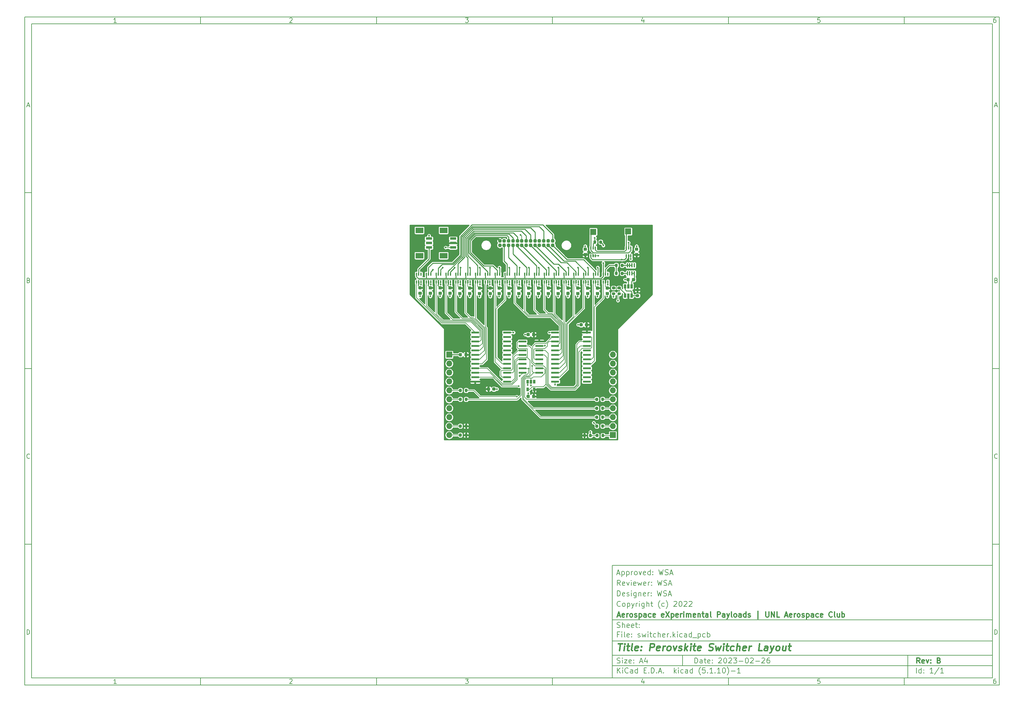
<source format=gbr>
%TF.GenerationSoftware,KiCad,Pcbnew,(5.1.10)-1*%
%TF.CreationDate,2023-02-26T14:00:58-06:00*%
%TF.ProjectId,switcher,73776974-6368-4657-922e-6b696361645f,B*%
%TF.SameCoordinates,Original*%
%TF.FileFunction,Copper,L1,Top*%
%TF.FilePolarity,Positive*%
%FSLAX46Y46*%
G04 Gerber Fmt 4.6, Leading zero omitted, Abs format (unit mm)*
G04 Created by KiCad (PCBNEW (5.1.10)-1) date 2023-02-26 14:00:58*
%MOMM*%
%LPD*%
G01*
G04 APERTURE LIST*
%ADD10C,0.100000*%
%ADD11C,0.150000*%
%ADD12C,0.300000*%
%ADD13C,0.400000*%
%TA.AperFunction,ComponentPad*%
%ADD14C,1.100000*%
%TD*%
%TA.AperFunction,SMDPad,CuDef*%
%ADD15R,1.800000X0.700000*%
%TD*%
%TA.AperFunction,SMDPad,CuDef*%
%ADD16R,2.200000X1.600000*%
%TD*%
%TA.AperFunction,SMDPad,CuDef*%
%ADD17R,2.184400X0.558800*%
%TD*%
%TA.AperFunction,SMDPad,CuDef*%
%ADD18R,0.355600X0.876300*%
%TD*%
%TA.AperFunction,SMDPad,CuDef*%
%ADD19R,2.311400X0.558800*%
%TD*%
%TA.AperFunction,ComponentPad*%
%ADD20R,1.700000X1.700000*%
%TD*%
%TA.AperFunction,ComponentPad*%
%ADD21O,1.700000X1.700000*%
%TD*%
%TA.AperFunction,SMDPad,CuDef*%
%ADD22R,0.650000X1.060000*%
%TD*%
%TA.AperFunction,SMDPad,CuDef*%
%ADD23R,0.406400X1.219200*%
%TD*%
%TA.AperFunction,SMDPad,CuDef*%
%ADD24R,0.650000X1.220000*%
%TD*%
%TA.AperFunction,ViaPad*%
%ADD25C,0.508000*%
%TD*%
%TA.AperFunction,Conductor*%
%ADD26C,0.152400*%
%TD*%
%TA.AperFunction,Conductor*%
%ADD27C,0.254000*%
%TD*%
%TA.AperFunction,Conductor*%
%ADD28C,0.100000*%
%TD*%
G04 APERTURE END LIST*
D10*
D11*
X177002200Y-166007200D02*
X177002200Y-198007200D01*
X285002200Y-198007200D01*
X285002200Y-166007200D01*
X177002200Y-166007200D01*
D10*
D11*
X10000000Y-10000000D02*
X10000000Y-200007200D01*
X287002200Y-200007200D01*
X287002200Y-10000000D01*
X10000000Y-10000000D01*
D10*
D11*
X12000000Y-12000000D02*
X12000000Y-198007200D01*
X285002200Y-198007200D01*
X285002200Y-12000000D01*
X12000000Y-12000000D01*
D10*
D11*
X60000000Y-12000000D02*
X60000000Y-10000000D01*
D10*
D11*
X110000000Y-12000000D02*
X110000000Y-10000000D01*
D10*
D11*
X160000000Y-12000000D02*
X160000000Y-10000000D01*
D10*
D11*
X210000000Y-12000000D02*
X210000000Y-10000000D01*
D10*
D11*
X260000000Y-12000000D02*
X260000000Y-10000000D01*
D10*
D11*
X36065476Y-11588095D02*
X35322619Y-11588095D01*
X35694047Y-11588095D02*
X35694047Y-10288095D01*
X35570238Y-10473809D01*
X35446428Y-10597619D01*
X35322619Y-10659523D01*
D10*
D11*
X85322619Y-10411904D02*
X85384523Y-10350000D01*
X85508333Y-10288095D01*
X85817857Y-10288095D01*
X85941666Y-10350000D01*
X86003571Y-10411904D01*
X86065476Y-10535714D01*
X86065476Y-10659523D01*
X86003571Y-10845238D01*
X85260714Y-11588095D01*
X86065476Y-11588095D01*
D10*
D11*
X135260714Y-10288095D02*
X136065476Y-10288095D01*
X135632142Y-10783333D01*
X135817857Y-10783333D01*
X135941666Y-10845238D01*
X136003571Y-10907142D01*
X136065476Y-11030952D01*
X136065476Y-11340476D01*
X136003571Y-11464285D01*
X135941666Y-11526190D01*
X135817857Y-11588095D01*
X135446428Y-11588095D01*
X135322619Y-11526190D01*
X135260714Y-11464285D01*
D10*
D11*
X185941666Y-10721428D02*
X185941666Y-11588095D01*
X185632142Y-10226190D02*
X185322619Y-11154761D01*
X186127380Y-11154761D01*
D10*
D11*
X236003571Y-10288095D02*
X235384523Y-10288095D01*
X235322619Y-10907142D01*
X235384523Y-10845238D01*
X235508333Y-10783333D01*
X235817857Y-10783333D01*
X235941666Y-10845238D01*
X236003571Y-10907142D01*
X236065476Y-11030952D01*
X236065476Y-11340476D01*
X236003571Y-11464285D01*
X235941666Y-11526190D01*
X235817857Y-11588095D01*
X235508333Y-11588095D01*
X235384523Y-11526190D01*
X235322619Y-11464285D01*
D10*
D11*
X285941666Y-10288095D02*
X285694047Y-10288095D01*
X285570238Y-10350000D01*
X285508333Y-10411904D01*
X285384523Y-10597619D01*
X285322619Y-10845238D01*
X285322619Y-11340476D01*
X285384523Y-11464285D01*
X285446428Y-11526190D01*
X285570238Y-11588095D01*
X285817857Y-11588095D01*
X285941666Y-11526190D01*
X286003571Y-11464285D01*
X286065476Y-11340476D01*
X286065476Y-11030952D01*
X286003571Y-10907142D01*
X285941666Y-10845238D01*
X285817857Y-10783333D01*
X285570238Y-10783333D01*
X285446428Y-10845238D01*
X285384523Y-10907142D01*
X285322619Y-11030952D01*
D10*
D11*
X60000000Y-198007200D02*
X60000000Y-200007200D01*
D10*
D11*
X110000000Y-198007200D02*
X110000000Y-200007200D01*
D10*
D11*
X160000000Y-198007200D02*
X160000000Y-200007200D01*
D10*
D11*
X210000000Y-198007200D02*
X210000000Y-200007200D01*
D10*
D11*
X260000000Y-198007200D02*
X260000000Y-200007200D01*
D10*
D11*
X36065476Y-199595295D02*
X35322619Y-199595295D01*
X35694047Y-199595295D02*
X35694047Y-198295295D01*
X35570238Y-198481009D01*
X35446428Y-198604819D01*
X35322619Y-198666723D01*
D10*
D11*
X85322619Y-198419104D02*
X85384523Y-198357200D01*
X85508333Y-198295295D01*
X85817857Y-198295295D01*
X85941666Y-198357200D01*
X86003571Y-198419104D01*
X86065476Y-198542914D01*
X86065476Y-198666723D01*
X86003571Y-198852438D01*
X85260714Y-199595295D01*
X86065476Y-199595295D01*
D10*
D11*
X135260714Y-198295295D02*
X136065476Y-198295295D01*
X135632142Y-198790533D01*
X135817857Y-198790533D01*
X135941666Y-198852438D01*
X136003571Y-198914342D01*
X136065476Y-199038152D01*
X136065476Y-199347676D01*
X136003571Y-199471485D01*
X135941666Y-199533390D01*
X135817857Y-199595295D01*
X135446428Y-199595295D01*
X135322619Y-199533390D01*
X135260714Y-199471485D01*
D10*
D11*
X185941666Y-198728628D02*
X185941666Y-199595295D01*
X185632142Y-198233390D02*
X185322619Y-199161961D01*
X186127380Y-199161961D01*
D10*
D11*
X236003571Y-198295295D02*
X235384523Y-198295295D01*
X235322619Y-198914342D01*
X235384523Y-198852438D01*
X235508333Y-198790533D01*
X235817857Y-198790533D01*
X235941666Y-198852438D01*
X236003571Y-198914342D01*
X236065476Y-199038152D01*
X236065476Y-199347676D01*
X236003571Y-199471485D01*
X235941666Y-199533390D01*
X235817857Y-199595295D01*
X235508333Y-199595295D01*
X235384523Y-199533390D01*
X235322619Y-199471485D01*
D10*
D11*
X285941666Y-198295295D02*
X285694047Y-198295295D01*
X285570238Y-198357200D01*
X285508333Y-198419104D01*
X285384523Y-198604819D01*
X285322619Y-198852438D01*
X285322619Y-199347676D01*
X285384523Y-199471485D01*
X285446428Y-199533390D01*
X285570238Y-199595295D01*
X285817857Y-199595295D01*
X285941666Y-199533390D01*
X286003571Y-199471485D01*
X286065476Y-199347676D01*
X286065476Y-199038152D01*
X286003571Y-198914342D01*
X285941666Y-198852438D01*
X285817857Y-198790533D01*
X285570238Y-198790533D01*
X285446428Y-198852438D01*
X285384523Y-198914342D01*
X285322619Y-199038152D01*
D10*
D11*
X10000000Y-60000000D02*
X12000000Y-60000000D01*
D10*
D11*
X10000000Y-110000000D02*
X12000000Y-110000000D01*
D10*
D11*
X10000000Y-160000000D02*
X12000000Y-160000000D01*
D10*
D11*
X10690476Y-35216666D02*
X11309523Y-35216666D01*
X10566666Y-35588095D02*
X11000000Y-34288095D01*
X11433333Y-35588095D01*
D10*
D11*
X11092857Y-84907142D02*
X11278571Y-84969047D01*
X11340476Y-85030952D01*
X11402380Y-85154761D01*
X11402380Y-85340476D01*
X11340476Y-85464285D01*
X11278571Y-85526190D01*
X11154761Y-85588095D01*
X10659523Y-85588095D01*
X10659523Y-84288095D01*
X11092857Y-84288095D01*
X11216666Y-84350000D01*
X11278571Y-84411904D01*
X11340476Y-84535714D01*
X11340476Y-84659523D01*
X11278571Y-84783333D01*
X11216666Y-84845238D01*
X11092857Y-84907142D01*
X10659523Y-84907142D01*
D10*
D11*
X11402380Y-135464285D02*
X11340476Y-135526190D01*
X11154761Y-135588095D01*
X11030952Y-135588095D01*
X10845238Y-135526190D01*
X10721428Y-135402380D01*
X10659523Y-135278571D01*
X10597619Y-135030952D01*
X10597619Y-134845238D01*
X10659523Y-134597619D01*
X10721428Y-134473809D01*
X10845238Y-134350000D01*
X11030952Y-134288095D01*
X11154761Y-134288095D01*
X11340476Y-134350000D01*
X11402380Y-134411904D01*
D10*
D11*
X10659523Y-185588095D02*
X10659523Y-184288095D01*
X10969047Y-184288095D01*
X11154761Y-184350000D01*
X11278571Y-184473809D01*
X11340476Y-184597619D01*
X11402380Y-184845238D01*
X11402380Y-185030952D01*
X11340476Y-185278571D01*
X11278571Y-185402380D01*
X11154761Y-185526190D01*
X10969047Y-185588095D01*
X10659523Y-185588095D01*
D10*
D11*
X287002200Y-60000000D02*
X285002200Y-60000000D01*
D10*
D11*
X287002200Y-110000000D02*
X285002200Y-110000000D01*
D10*
D11*
X287002200Y-160000000D02*
X285002200Y-160000000D01*
D10*
D11*
X285692676Y-35216666D02*
X286311723Y-35216666D01*
X285568866Y-35588095D02*
X286002200Y-34288095D01*
X286435533Y-35588095D01*
D10*
D11*
X286095057Y-84907142D02*
X286280771Y-84969047D01*
X286342676Y-85030952D01*
X286404580Y-85154761D01*
X286404580Y-85340476D01*
X286342676Y-85464285D01*
X286280771Y-85526190D01*
X286156961Y-85588095D01*
X285661723Y-85588095D01*
X285661723Y-84288095D01*
X286095057Y-84288095D01*
X286218866Y-84350000D01*
X286280771Y-84411904D01*
X286342676Y-84535714D01*
X286342676Y-84659523D01*
X286280771Y-84783333D01*
X286218866Y-84845238D01*
X286095057Y-84907142D01*
X285661723Y-84907142D01*
D10*
D11*
X286404580Y-135464285D02*
X286342676Y-135526190D01*
X286156961Y-135588095D01*
X286033152Y-135588095D01*
X285847438Y-135526190D01*
X285723628Y-135402380D01*
X285661723Y-135278571D01*
X285599819Y-135030952D01*
X285599819Y-134845238D01*
X285661723Y-134597619D01*
X285723628Y-134473809D01*
X285847438Y-134350000D01*
X286033152Y-134288095D01*
X286156961Y-134288095D01*
X286342676Y-134350000D01*
X286404580Y-134411904D01*
D10*
D11*
X285661723Y-185588095D02*
X285661723Y-184288095D01*
X285971247Y-184288095D01*
X286156961Y-184350000D01*
X286280771Y-184473809D01*
X286342676Y-184597619D01*
X286404580Y-184845238D01*
X286404580Y-185030952D01*
X286342676Y-185278571D01*
X286280771Y-185402380D01*
X286156961Y-185526190D01*
X285971247Y-185588095D01*
X285661723Y-185588095D01*
D10*
D11*
X200434342Y-193785771D02*
X200434342Y-192285771D01*
X200791485Y-192285771D01*
X201005771Y-192357200D01*
X201148628Y-192500057D01*
X201220057Y-192642914D01*
X201291485Y-192928628D01*
X201291485Y-193142914D01*
X201220057Y-193428628D01*
X201148628Y-193571485D01*
X201005771Y-193714342D01*
X200791485Y-193785771D01*
X200434342Y-193785771D01*
X202577200Y-193785771D02*
X202577200Y-193000057D01*
X202505771Y-192857200D01*
X202362914Y-192785771D01*
X202077200Y-192785771D01*
X201934342Y-192857200D01*
X202577200Y-193714342D02*
X202434342Y-193785771D01*
X202077200Y-193785771D01*
X201934342Y-193714342D01*
X201862914Y-193571485D01*
X201862914Y-193428628D01*
X201934342Y-193285771D01*
X202077200Y-193214342D01*
X202434342Y-193214342D01*
X202577200Y-193142914D01*
X203077200Y-192785771D02*
X203648628Y-192785771D01*
X203291485Y-192285771D02*
X203291485Y-193571485D01*
X203362914Y-193714342D01*
X203505771Y-193785771D01*
X203648628Y-193785771D01*
X204720057Y-193714342D02*
X204577200Y-193785771D01*
X204291485Y-193785771D01*
X204148628Y-193714342D01*
X204077200Y-193571485D01*
X204077200Y-193000057D01*
X204148628Y-192857200D01*
X204291485Y-192785771D01*
X204577200Y-192785771D01*
X204720057Y-192857200D01*
X204791485Y-193000057D01*
X204791485Y-193142914D01*
X204077200Y-193285771D01*
X205434342Y-193642914D02*
X205505771Y-193714342D01*
X205434342Y-193785771D01*
X205362914Y-193714342D01*
X205434342Y-193642914D01*
X205434342Y-193785771D01*
X205434342Y-192857200D02*
X205505771Y-192928628D01*
X205434342Y-193000057D01*
X205362914Y-192928628D01*
X205434342Y-192857200D01*
X205434342Y-193000057D01*
X207220057Y-192428628D02*
X207291485Y-192357200D01*
X207434342Y-192285771D01*
X207791485Y-192285771D01*
X207934342Y-192357200D01*
X208005771Y-192428628D01*
X208077200Y-192571485D01*
X208077200Y-192714342D01*
X208005771Y-192928628D01*
X207148628Y-193785771D01*
X208077200Y-193785771D01*
X209005771Y-192285771D02*
X209148628Y-192285771D01*
X209291485Y-192357200D01*
X209362914Y-192428628D01*
X209434342Y-192571485D01*
X209505771Y-192857200D01*
X209505771Y-193214342D01*
X209434342Y-193500057D01*
X209362914Y-193642914D01*
X209291485Y-193714342D01*
X209148628Y-193785771D01*
X209005771Y-193785771D01*
X208862914Y-193714342D01*
X208791485Y-193642914D01*
X208720057Y-193500057D01*
X208648628Y-193214342D01*
X208648628Y-192857200D01*
X208720057Y-192571485D01*
X208791485Y-192428628D01*
X208862914Y-192357200D01*
X209005771Y-192285771D01*
X210077200Y-192428628D02*
X210148628Y-192357200D01*
X210291485Y-192285771D01*
X210648628Y-192285771D01*
X210791485Y-192357200D01*
X210862914Y-192428628D01*
X210934342Y-192571485D01*
X210934342Y-192714342D01*
X210862914Y-192928628D01*
X210005771Y-193785771D01*
X210934342Y-193785771D01*
X211434342Y-192285771D02*
X212362914Y-192285771D01*
X211862914Y-192857200D01*
X212077200Y-192857200D01*
X212220057Y-192928628D01*
X212291485Y-193000057D01*
X212362914Y-193142914D01*
X212362914Y-193500057D01*
X212291485Y-193642914D01*
X212220057Y-193714342D01*
X212077200Y-193785771D01*
X211648628Y-193785771D01*
X211505771Y-193714342D01*
X211434342Y-193642914D01*
X213005771Y-193214342D02*
X214148628Y-193214342D01*
X215148628Y-192285771D02*
X215291485Y-192285771D01*
X215434342Y-192357200D01*
X215505771Y-192428628D01*
X215577200Y-192571485D01*
X215648628Y-192857200D01*
X215648628Y-193214342D01*
X215577200Y-193500057D01*
X215505771Y-193642914D01*
X215434342Y-193714342D01*
X215291485Y-193785771D01*
X215148628Y-193785771D01*
X215005771Y-193714342D01*
X214934342Y-193642914D01*
X214862914Y-193500057D01*
X214791485Y-193214342D01*
X214791485Y-192857200D01*
X214862914Y-192571485D01*
X214934342Y-192428628D01*
X215005771Y-192357200D01*
X215148628Y-192285771D01*
X216220057Y-192428628D02*
X216291485Y-192357200D01*
X216434342Y-192285771D01*
X216791485Y-192285771D01*
X216934342Y-192357200D01*
X217005771Y-192428628D01*
X217077200Y-192571485D01*
X217077200Y-192714342D01*
X217005771Y-192928628D01*
X216148628Y-193785771D01*
X217077200Y-193785771D01*
X217720057Y-193214342D02*
X218862914Y-193214342D01*
X219505771Y-192428628D02*
X219577200Y-192357200D01*
X219720057Y-192285771D01*
X220077200Y-192285771D01*
X220220057Y-192357200D01*
X220291485Y-192428628D01*
X220362914Y-192571485D01*
X220362914Y-192714342D01*
X220291485Y-192928628D01*
X219434342Y-193785771D01*
X220362914Y-193785771D01*
X221648628Y-192285771D02*
X221362914Y-192285771D01*
X221220057Y-192357200D01*
X221148628Y-192428628D01*
X221005771Y-192642914D01*
X220934342Y-192928628D01*
X220934342Y-193500057D01*
X221005771Y-193642914D01*
X221077200Y-193714342D01*
X221220057Y-193785771D01*
X221505771Y-193785771D01*
X221648628Y-193714342D01*
X221720057Y-193642914D01*
X221791485Y-193500057D01*
X221791485Y-193142914D01*
X221720057Y-193000057D01*
X221648628Y-192928628D01*
X221505771Y-192857200D01*
X221220057Y-192857200D01*
X221077200Y-192928628D01*
X221005771Y-193000057D01*
X220934342Y-193142914D01*
D10*
D11*
X177002200Y-194507200D02*
X285002200Y-194507200D01*
D10*
D11*
X178434342Y-196585771D02*
X178434342Y-195085771D01*
X179291485Y-196585771D02*
X178648628Y-195728628D01*
X179291485Y-195085771D02*
X178434342Y-195942914D01*
X179934342Y-196585771D02*
X179934342Y-195585771D01*
X179934342Y-195085771D02*
X179862914Y-195157200D01*
X179934342Y-195228628D01*
X180005771Y-195157200D01*
X179934342Y-195085771D01*
X179934342Y-195228628D01*
X181505771Y-196442914D02*
X181434342Y-196514342D01*
X181220057Y-196585771D01*
X181077200Y-196585771D01*
X180862914Y-196514342D01*
X180720057Y-196371485D01*
X180648628Y-196228628D01*
X180577200Y-195942914D01*
X180577200Y-195728628D01*
X180648628Y-195442914D01*
X180720057Y-195300057D01*
X180862914Y-195157200D01*
X181077200Y-195085771D01*
X181220057Y-195085771D01*
X181434342Y-195157200D01*
X181505771Y-195228628D01*
X182791485Y-196585771D02*
X182791485Y-195800057D01*
X182720057Y-195657200D01*
X182577200Y-195585771D01*
X182291485Y-195585771D01*
X182148628Y-195657200D01*
X182791485Y-196514342D02*
X182648628Y-196585771D01*
X182291485Y-196585771D01*
X182148628Y-196514342D01*
X182077200Y-196371485D01*
X182077200Y-196228628D01*
X182148628Y-196085771D01*
X182291485Y-196014342D01*
X182648628Y-196014342D01*
X182791485Y-195942914D01*
X184148628Y-196585771D02*
X184148628Y-195085771D01*
X184148628Y-196514342D02*
X184005771Y-196585771D01*
X183720057Y-196585771D01*
X183577200Y-196514342D01*
X183505771Y-196442914D01*
X183434342Y-196300057D01*
X183434342Y-195871485D01*
X183505771Y-195728628D01*
X183577200Y-195657200D01*
X183720057Y-195585771D01*
X184005771Y-195585771D01*
X184148628Y-195657200D01*
X186005771Y-195800057D02*
X186505771Y-195800057D01*
X186720057Y-196585771D02*
X186005771Y-196585771D01*
X186005771Y-195085771D01*
X186720057Y-195085771D01*
X187362914Y-196442914D02*
X187434342Y-196514342D01*
X187362914Y-196585771D01*
X187291485Y-196514342D01*
X187362914Y-196442914D01*
X187362914Y-196585771D01*
X188077200Y-196585771D02*
X188077200Y-195085771D01*
X188434342Y-195085771D01*
X188648628Y-195157200D01*
X188791485Y-195300057D01*
X188862914Y-195442914D01*
X188934342Y-195728628D01*
X188934342Y-195942914D01*
X188862914Y-196228628D01*
X188791485Y-196371485D01*
X188648628Y-196514342D01*
X188434342Y-196585771D01*
X188077200Y-196585771D01*
X189577200Y-196442914D02*
X189648628Y-196514342D01*
X189577200Y-196585771D01*
X189505771Y-196514342D01*
X189577200Y-196442914D01*
X189577200Y-196585771D01*
X190220057Y-196157200D02*
X190934342Y-196157200D01*
X190077200Y-196585771D02*
X190577200Y-195085771D01*
X191077200Y-196585771D01*
X191577200Y-196442914D02*
X191648628Y-196514342D01*
X191577200Y-196585771D01*
X191505771Y-196514342D01*
X191577200Y-196442914D01*
X191577200Y-196585771D01*
X194577200Y-196585771D02*
X194577200Y-195085771D01*
X194720057Y-196014342D02*
X195148628Y-196585771D01*
X195148628Y-195585771D02*
X194577200Y-196157200D01*
X195791485Y-196585771D02*
X195791485Y-195585771D01*
X195791485Y-195085771D02*
X195720057Y-195157200D01*
X195791485Y-195228628D01*
X195862914Y-195157200D01*
X195791485Y-195085771D01*
X195791485Y-195228628D01*
X197148628Y-196514342D02*
X197005771Y-196585771D01*
X196720057Y-196585771D01*
X196577200Y-196514342D01*
X196505771Y-196442914D01*
X196434342Y-196300057D01*
X196434342Y-195871485D01*
X196505771Y-195728628D01*
X196577200Y-195657200D01*
X196720057Y-195585771D01*
X197005771Y-195585771D01*
X197148628Y-195657200D01*
X198434342Y-196585771D02*
X198434342Y-195800057D01*
X198362914Y-195657200D01*
X198220057Y-195585771D01*
X197934342Y-195585771D01*
X197791485Y-195657200D01*
X198434342Y-196514342D02*
X198291485Y-196585771D01*
X197934342Y-196585771D01*
X197791485Y-196514342D01*
X197720057Y-196371485D01*
X197720057Y-196228628D01*
X197791485Y-196085771D01*
X197934342Y-196014342D01*
X198291485Y-196014342D01*
X198434342Y-195942914D01*
X199791485Y-196585771D02*
X199791485Y-195085771D01*
X199791485Y-196514342D02*
X199648628Y-196585771D01*
X199362914Y-196585771D01*
X199220057Y-196514342D01*
X199148628Y-196442914D01*
X199077200Y-196300057D01*
X199077200Y-195871485D01*
X199148628Y-195728628D01*
X199220057Y-195657200D01*
X199362914Y-195585771D01*
X199648628Y-195585771D01*
X199791485Y-195657200D01*
X202077200Y-197157200D02*
X202005771Y-197085771D01*
X201862914Y-196871485D01*
X201791485Y-196728628D01*
X201720057Y-196514342D01*
X201648628Y-196157200D01*
X201648628Y-195871485D01*
X201720057Y-195514342D01*
X201791485Y-195300057D01*
X201862914Y-195157200D01*
X202005771Y-194942914D01*
X202077200Y-194871485D01*
X203362914Y-195085771D02*
X202648628Y-195085771D01*
X202577200Y-195800057D01*
X202648628Y-195728628D01*
X202791485Y-195657200D01*
X203148628Y-195657200D01*
X203291485Y-195728628D01*
X203362914Y-195800057D01*
X203434342Y-195942914D01*
X203434342Y-196300057D01*
X203362914Y-196442914D01*
X203291485Y-196514342D01*
X203148628Y-196585771D01*
X202791485Y-196585771D01*
X202648628Y-196514342D01*
X202577200Y-196442914D01*
X204077200Y-196442914D02*
X204148628Y-196514342D01*
X204077200Y-196585771D01*
X204005771Y-196514342D01*
X204077200Y-196442914D01*
X204077200Y-196585771D01*
X205577200Y-196585771D02*
X204720057Y-196585771D01*
X205148628Y-196585771D02*
X205148628Y-195085771D01*
X205005771Y-195300057D01*
X204862914Y-195442914D01*
X204720057Y-195514342D01*
X206220057Y-196442914D02*
X206291485Y-196514342D01*
X206220057Y-196585771D01*
X206148628Y-196514342D01*
X206220057Y-196442914D01*
X206220057Y-196585771D01*
X207720057Y-196585771D02*
X206862914Y-196585771D01*
X207291485Y-196585771D02*
X207291485Y-195085771D01*
X207148628Y-195300057D01*
X207005771Y-195442914D01*
X206862914Y-195514342D01*
X208648628Y-195085771D02*
X208791485Y-195085771D01*
X208934342Y-195157200D01*
X209005771Y-195228628D01*
X209077200Y-195371485D01*
X209148628Y-195657200D01*
X209148628Y-196014342D01*
X209077200Y-196300057D01*
X209005771Y-196442914D01*
X208934342Y-196514342D01*
X208791485Y-196585771D01*
X208648628Y-196585771D01*
X208505771Y-196514342D01*
X208434342Y-196442914D01*
X208362914Y-196300057D01*
X208291485Y-196014342D01*
X208291485Y-195657200D01*
X208362914Y-195371485D01*
X208434342Y-195228628D01*
X208505771Y-195157200D01*
X208648628Y-195085771D01*
X209648628Y-197157200D02*
X209720057Y-197085771D01*
X209862914Y-196871485D01*
X209934342Y-196728628D01*
X210005771Y-196514342D01*
X210077200Y-196157200D01*
X210077200Y-195871485D01*
X210005771Y-195514342D01*
X209934342Y-195300057D01*
X209862914Y-195157200D01*
X209720057Y-194942914D01*
X209648628Y-194871485D01*
X210791485Y-196014342D02*
X211934342Y-196014342D01*
X213434342Y-196585771D02*
X212577200Y-196585771D01*
X213005771Y-196585771D02*
X213005771Y-195085771D01*
X212862914Y-195300057D01*
X212720057Y-195442914D01*
X212577200Y-195514342D01*
D10*
D11*
X177002200Y-191507200D02*
X285002200Y-191507200D01*
D10*
D12*
X264411485Y-193785771D02*
X263911485Y-193071485D01*
X263554342Y-193785771D02*
X263554342Y-192285771D01*
X264125771Y-192285771D01*
X264268628Y-192357200D01*
X264340057Y-192428628D01*
X264411485Y-192571485D01*
X264411485Y-192785771D01*
X264340057Y-192928628D01*
X264268628Y-193000057D01*
X264125771Y-193071485D01*
X263554342Y-193071485D01*
X265625771Y-193714342D02*
X265482914Y-193785771D01*
X265197200Y-193785771D01*
X265054342Y-193714342D01*
X264982914Y-193571485D01*
X264982914Y-193000057D01*
X265054342Y-192857200D01*
X265197200Y-192785771D01*
X265482914Y-192785771D01*
X265625771Y-192857200D01*
X265697200Y-193000057D01*
X265697200Y-193142914D01*
X264982914Y-193285771D01*
X266197200Y-192785771D02*
X266554342Y-193785771D01*
X266911485Y-192785771D01*
X267482914Y-193642914D02*
X267554342Y-193714342D01*
X267482914Y-193785771D01*
X267411485Y-193714342D01*
X267482914Y-193642914D01*
X267482914Y-193785771D01*
X267482914Y-192857200D02*
X267554342Y-192928628D01*
X267482914Y-193000057D01*
X267411485Y-192928628D01*
X267482914Y-192857200D01*
X267482914Y-193000057D01*
X269840057Y-193000057D02*
X270054342Y-193071485D01*
X270125771Y-193142914D01*
X270197200Y-193285771D01*
X270197200Y-193500057D01*
X270125771Y-193642914D01*
X270054342Y-193714342D01*
X269911485Y-193785771D01*
X269340057Y-193785771D01*
X269340057Y-192285771D01*
X269840057Y-192285771D01*
X269982914Y-192357200D01*
X270054342Y-192428628D01*
X270125771Y-192571485D01*
X270125771Y-192714342D01*
X270054342Y-192857200D01*
X269982914Y-192928628D01*
X269840057Y-193000057D01*
X269340057Y-193000057D01*
D10*
D11*
X178362914Y-193714342D02*
X178577200Y-193785771D01*
X178934342Y-193785771D01*
X179077200Y-193714342D01*
X179148628Y-193642914D01*
X179220057Y-193500057D01*
X179220057Y-193357200D01*
X179148628Y-193214342D01*
X179077200Y-193142914D01*
X178934342Y-193071485D01*
X178648628Y-193000057D01*
X178505771Y-192928628D01*
X178434342Y-192857200D01*
X178362914Y-192714342D01*
X178362914Y-192571485D01*
X178434342Y-192428628D01*
X178505771Y-192357200D01*
X178648628Y-192285771D01*
X179005771Y-192285771D01*
X179220057Y-192357200D01*
X179862914Y-193785771D02*
X179862914Y-192785771D01*
X179862914Y-192285771D02*
X179791485Y-192357200D01*
X179862914Y-192428628D01*
X179934342Y-192357200D01*
X179862914Y-192285771D01*
X179862914Y-192428628D01*
X180434342Y-192785771D02*
X181220057Y-192785771D01*
X180434342Y-193785771D01*
X181220057Y-193785771D01*
X182362914Y-193714342D02*
X182220057Y-193785771D01*
X181934342Y-193785771D01*
X181791485Y-193714342D01*
X181720057Y-193571485D01*
X181720057Y-193000057D01*
X181791485Y-192857200D01*
X181934342Y-192785771D01*
X182220057Y-192785771D01*
X182362914Y-192857200D01*
X182434342Y-193000057D01*
X182434342Y-193142914D01*
X181720057Y-193285771D01*
X183077200Y-193642914D02*
X183148628Y-193714342D01*
X183077200Y-193785771D01*
X183005771Y-193714342D01*
X183077200Y-193642914D01*
X183077200Y-193785771D01*
X183077200Y-192857200D02*
X183148628Y-192928628D01*
X183077200Y-193000057D01*
X183005771Y-192928628D01*
X183077200Y-192857200D01*
X183077200Y-193000057D01*
X184862914Y-193357200D02*
X185577200Y-193357200D01*
X184720057Y-193785771D02*
X185220057Y-192285771D01*
X185720057Y-193785771D01*
X186862914Y-192785771D02*
X186862914Y-193785771D01*
X186505771Y-192214342D02*
X186148628Y-193285771D01*
X187077200Y-193285771D01*
D10*
D11*
X263434342Y-196585771D02*
X263434342Y-195085771D01*
X264791485Y-196585771D02*
X264791485Y-195085771D01*
X264791485Y-196514342D02*
X264648628Y-196585771D01*
X264362914Y-196585771D01*
X264220057Y-196514342D01*
X264148628Y-196442914D01*
X264077200Y-196300057D01*
X264077200Y-195871485D01*
X264148628Y-195728628D01*
X264220057Y-195657200D01*
X264362914Y-195585771D01*
X264648628Y-195585771D01*
X264791485Y-195657200D01*
X265505771Y-196442914D02*
X265577200Y-196514342D01*
X265505771Y-196585771D01*
X265434342Y-196514342D01*
X265505771Y-196442914D01*
X265505771Y-196585771D01*
X265505771Y-195657200D02*
X265577200Y-195728628D01*
X265505771Y-195800057D01*
X265434342Y-195728628D01*
X265505771Y-195657200D01*
X265505771Y-195800057D01*
X268148628Y-196585771D02*
X267291485Y-196585771D01*
X267720057Y-196585771D02*
X267720057Y-195085771D01*
X267577200Y-195300057D01*
X267434342Y-195442914D01*
X267291485Y-195514342D01*
X269862914Y-195014342D02*
X268577200Y-196942914D01*
X271148628Y-196585771D02*
X270291485Y-196585771D01*
X270720057Y-196585771D02*
X270720057Y-195085771D01*
X270577200Y-195300057D01*
X270434342Y-195442914D01*
X270291485Y-195514342D01*
D10*
D11*
X177002200Y-187507200D02*
X285002200Y-187507200D01*
D10*
D13*
X178714580Y-188211961D02*
X179857438Y-188211961D01*
X179036009Y-190211961D02*
X179286009Y-188211961D01*
X180274104Y-190211961D02*
X180440771Y-188878628D01*
X180524104Y-188211961D02*
X180416961Y-188307200D01*
X180500295Y-188402438D01*
X180607438Y-188307200D01*
X180524104Y-188211961D01*
X180500295Y-188402438D01*
X181107438Y-188878628D02*
X181869342Y-188878628D01*
X181476485Y-188211961D02*
X181262200Y-189926247D01*
X181333628Y-190116723D01*
X181512200Y-190211961D01*
X181702676Y-190211961D01*
X182655057Y-190211961D02*
X182476485Y-190116723D01*
X182405057Y-189926247D01*
X182619342Y-188211961D01*
X184190771Y-190116723D02*
X183988390Y-190211961D01*
X183607438Y-190211961D01*
X183428866Y-190116723D01*
X183357438Y-189926247D01*
X183452676Y-189164342D01*
X183571723Y-188973866D01*
X183774104Y-188878628D01*
X184155057Y-188878628D01*
X184333628Y-188973866D01*
X184405057Y-189164342D01*
X184381247Y-189354819D01*
X183405057Y-189545295D01*
X185155057Y-190021485D02*
X185238390Y-190116723D01*
X185131247Y-190211961D01*
X185047914Y-190116723D01*
X185155057Y-190021485D01*
X185131247Y-190211961D01*
X185286009Y-188973866D02*
X185369342Y-189069104D01*
X185262200Y-189164342D01*
X185178866Y-189069104D01*
X185286009Y-188973866D01*
X185262200Y-189164342D01*
X187607438Y-190211961D02*
X187857438Y-188211961D01*
X188619342Y-188211961D01*
X188797914Y-188307200D01*
X188881247Y-188402438D01*
X188952676Y-188592914D01*
X188916961Y-188878628D01*
X188797914Y-189069104D01*
X188690771Y-189164342D01*
X188488390Y-189259580D01*
X187726485Y-189259580D01*
X190381247Y-190116723D02*
X190178866Y-190211961D01*
X189797914Y-190211961D01*
X189619342Y-190116723D01*
X189547914Y-189926247D01*
X189643152Y-189164342D01*
X189762200Y-188973866D01*
X189964580Y-188878628D01*
X190345533Y-188878628D01*
X190524104Y-188973866D01*
X190595533Y-189164342D01*
X190571723Y-189354819D01*
X189595533Y-189545295D01*
X191321723Y-190211961D02*
X191488390Y-188878628D01*
X191440771Y-189259580D02*
X191559819Y-189069104D01*
X191666961Y-188973866D01*
X191869342Y-188878628D01*
X192059819Y-188878628D01*
X192845533Y-190211961D02*
X192666961Y-190116723D01*
X192583628Y-190021485D01*
X192512200Y-189831009D01*
X192583628Y-189259580D01*
X192702676Y-189069104D01*
X192809819Y-188973866D01*
X193012200Y-188878628D01*
X193297914Y-188878628D01*
X193476485Y-188973866D01*
X193559819Y-189069104D01*
X193631247Y-189259580D01*
X193559819Y-189831009D01*
X193440771Y-190021485D01*
X193333628Y-190116723D01*
X193131247Y-190211961D01*
X192845533Y-190211961D01*
X194345533Y-188878628D02*
X194655057Y-190211961D01*
X195297914Y-188878628D01*
X195809819Y-190116723D02*
X195988390Y-190211961D01*
X196369342Y-190211961D01*
X196571723Y-190116723D01*
X196690771Y-189926247D01*
X196702676Y-189831009D01*
X196631247Y-189640533D01*
X196452676Y-189545295D01*
X196166961Y-189545295D01*
X195988390Y-189450057D01*
X195916961Y-189259580D01*
X195928866Y-189164342D01*
X196047914Y-188973866D01*
X196250295Y-188878628D01*
X196536009Y-188878628D01*
X196714580Y-188973866D01*
X197512200Y-190211961D02*
X197762200Y-188211961D01*
X197797914Y-189450057D02*
X198274104Y-190211961D01*
X198440771Y-188878628D02*
X197583628Y-189640533D01*
X199131247Y-190211961D02*
X199297914Y-188878628D01*
X199381247Y-188211961D02*
X199274104Y-188307200D01*
X199357438Y-188402438D01*
X199464580Y-188307200D01*
X199381247Y-188211961D01*
X199357438Y-188402438D01*
X199964580Y-188878628D02*
X200726485Y-188878628D01*
X200333628Y-188211961D02*
X200119342Y-189926247D01*
X200190771Y-190116723D01*
X200369342Y-190211961D01*
X200559819Y-190211961D01*
X202000295Y-190116723D02*
X201797914Y-190211961D01*
X201416961Y-190211961D01*
X201238390Y-190116723D01*
X201166961Y-189926247D01*
X201262200Y-189164342D01*
X201381247Y-188973866D01*
X201583628Y-188878628D01*
X201964580Y-188878628D01*
X202143152Y-188973866D01*
X202214580Y-189164342D01*
X202190771Y-189354819D01*
X201214580Y-189545295D01*
X204381247Y-190116723D02*
X204655057Y-190211961D01*
X205131247Y-190211961D01*
X205333628Y-190116723D01*
X205440771Y-190021485D01*
X205559819Y-189831009D01*
X205583628Y-189640533D01*
X205512200Y-189450057D01*
X205428866Y-189354819D01*
X205250295Y-189259580D01*
X204881247Y-189164342D01*
X204702676Y-189069104D01*
X204619342Y-188973866D01*
X204547914Y-188783390D01*
X204571723Y-188592914D01*
X204690771Y-188402438D01*
X204797914Y-188307200D01*
X205000295Y-188211961D01*
X205476485Y-188211961D01*
X205750295Y-188307200D01*
X206345533Y-188878628D02*
X206559819Y-190211961D01*
X207059819Y-189259580D01*
X207321723Y-190211961D01*
X207869342Y-188878628D01*
X208464580Y-190211961D02*
X208631247Y-188878628D01*
X208714580Y-188211961D02*
X208607438Y-188307200D01*
X208690771Y-188402438D01*
X208797914Y-188307200D01*
X208714580Y-188211961D01*
X208690771Y-188402438D01*
X209297914Y-188878628D02*
X210059819Y-188878628D01*
X209666961Y-188211961D02*
X209452676Y-189926247D01*
X209524104Y-190116723D01*
X209702676Y-190211961D01*
X209893152Y-190211961D01*
X211428866Y-190116723D02*
X211226485Y-190211961D01*
X210845533Y-190211961D01*
X210666961Y-190116723D01*
X210583628Y-190021485D01*
X210512200Y-189831009D01*
X210583628Y-189259580D01*
X210702676Y-189069104D01*
X210809819Y-188973866D01*
X211012200Y-188878628D01*
X211393152Y-188878628D01*
X211571723Y-188973866D01*
X212274104Y-190211961D02*
X212524104Y-188211961D01*
X213131247Y-190211961D02*
X213262200Y-189164342D01*
X213190771Y-188973866D01*
X213012200Y-188878628D01*
X212726485Y-188878628D01*
X212524104Y-188973866D01*
X212416961Y-189069104D01*
X214857438Y-190116723D02*
X214655057Y-190211961D01*
X214274104Y-190211961D01*
X214095533Y-190116723D01*
X214024104Y-189926247D01*
X214119342Y-189164342D01*
X214238390Y-188973866D01*
X214440771Y-188878628D01*
X214821723Y-188878628D01*
X215000295Y-188973866D01*
X215071723Y-189164342D01*
X215047914Y-189354819D01*
X214071723Y-189545295D01*
X215797914Y-190211961D02*
X215964580Y-188878628D01*
X215916961Y-189259580D02*
X216036009Y-189069104D01*
X216143152Y-188973866D01*
X216345533Y-188878628D01*
X216536009Y-188878628D01*
X219512200Y-190211961D02*
X218559819Y-190211961D01*
X218809819Y-188211961D01*
X221036009Y-190211961D02*
X221166961Y-189164342D01*
X221095533Y-188973866D01*
X220916961Y-188878628D01*
X220536009Y-188878628D01*
X220333628Y-188973866D01*
X221047914Y-190116723D02*
X220845533Y-190211961D01*
X220369342Y-190211961D01*
X220190771Y-190116723D01*
X220119342Y-189926247D01*
X220143152Y-189735771D01*
X220262200Y-189545295D01*
X220464580Y-189450057D01*
X220940771Y-189450057D01*
X221143152Y-189354819D01*
X221964580Y-188878628D02*
X222274104Y-190211961D01*
X222916961Y-188878628D02*
X222274104Y-190211961D01*
X222024104Y-190688152D01*
X221916961Y-190783390D01*
X221714580Y-190878628D01*
X223797914Y-190211961D02*
X223619342Y-190116723D01*
X223536009Y-190021485D01*
X223464580Y-189831009D01*
X223536009Y-189259580D01*
X223655057Y-189069104D01*
X223762200Y-188973866D01*
X223964580Y-188878628D01*
X224250295Y-188878628D01*
X224428866Y-188973866D01*
X224512200Y-189069104D01*
X224583628Y-189259580D01*
X224512199Y-189831009D01*
X224393152Y-190021485D01*
X224286009Y-190116723D01*
X224083628Y-190211961D01*
X223797914Y-190211961D01*
X226345533Y-188878628D02*
X226178866Y-190211961D01*
X225488390Y-188878628D02*
X225357438Y-189926247D01*
X225428866Y-190116723D01*
X225607438Y-190211961D01*
X225893152Y-190211961D01*
X226095533Y-190116723D01*
X226202676Y-190021485D01*
X227012199Y-188878628D02*
X227774104Y-188878628D01*
X227381247Y-188211961D02*
X227166961Y-189926247D01*
X227238390Y-190116723D01*
X227416961Y-190211961D01*
X227607438Y-190211961D01*
D10*
D11*
X178934342Y-185600057D02*
X178434342Y-185600057D01*
X178434342Y-186385771D02*
X178434342Y-184885771D01*
X179148628Y-184885771D01*
X179720057Y-186385771D02*
X179720057Y-185385771D01*
X179720057Y-184885771D02*
X179648628Y-184957200D01*
X179720057Y-185028628D01*
X179791485Y-184957200D01*
X179720057Y-184885771D01*
X179720057Y-185028628D01*
X180648628Y-186385771D02*
X180505771Y-186314342D01*
X180434342Y-186171485D01*
X180434342Y-184885771D01*
X181791485Y-186314342D02*
X181648628Y-186385771D01*
X181362914Y-186385771D01*
X181220057Y-186314342D01*
X181148628Y-186171485D01*
X181148628Y-185600057D01*
X181220057Y-185457200D01*
X181362914Y-185385771D01*
X181648628Y-185385771D01*
X181791485Y-185457200D01*
X181862914Y-185600057D01*
X181862914Y-185742914D01*
X181148628Y-185885771D01*
X182505771Y-186242914D02*
X182577200Y-186314342D01*
X182505771Y-186385771D01*
X182434342Y-186314342D01*
X182505771Y-186242914D01*
X182505771Y-186385771D01*
X182505771Y-185457200D02*
X182577200Y-185528628D01*
X182505771Y-185600057D01*
X182434342Y-185528628D01*
X182505771Y-185457200D01*
X182505771Y-185600057D01*
X184291485Y-186314342D02*
X184434342Y-186385771D01*
X184720057Y-186385771D01*
X184862914Y-186314342D01*
X184934342Y-186171485D01*
X184934342Y-186100057D01*
X184862914Y-185957200D01*
X184720057Y-185885771D01*
X184505771Y-185885771D01*
X184362914Y-185814342D01*
X184291485Y-185671485D01*
X184291485Y-185600057D01*
X184362914Y-185457200D01*
X184505771Y-185385771D01*
X184720057Y-185385771D01*
X184862914Y-185457200D01*
X185434342Y-185385771D02*
X185720057Y-186385771D01*
X186005771Y-185671485D01*
X186291485Y-186385771D01*
X186577200Y-185385771D01*
X187148628Y-186385771D02*
X187148628Y-185385771D01*
X187148628Y-184885771D02*
X187077200Y-184957200D01*
X187148628Y-185028628D01*
X187220057Y-184957200D01*
X187148628Y-184885771D01*
X187148628Y-185028628D01*
X187648628Y-185385771D02*
X188220057Y-185385771D01*
X187862914Y-184885771D02*
X187862914Y-186171485D01*
X187934342Y-186314342D01*
X188077200Y-186385771D01*
X188220057Y-186385771D01*
X189362914Y-186314342D02*
X189220057Y-186385771D01*
X188934342Y-186385771D01*
X188791485Y-186314342D01*
X188720057Y-186242914D01*
X188648628Y-186100057D01*
X188648628Y-185671485D01*
X188720057Y-185528628D01*
X188791485Y-185457200D01*
X188934342Y-185385771D01*
X189220057Y-185385771D01*
X189362914Y-185457200D01*
X190005771Y-186385771D02*
X190005771Y-184885771D01*
X190648628Y-186385771D02*
X190648628Y-185600057D01*
X190577200Y-185457200D01*
X190434342Y-185385771D01*
X190220057Y-185385771D01*
X190077200Y-185457200D01*
X190005771Y-185528628D01*
X191934342Y-186314342D02*
X191791485Y-186385771D01*
X191505771Y-186385771D01*
X191362914Y-186314342D01*
X191291485Y-186171485D01*
X191291485Y-185600057D01*
X191362914Y-185457200D01*
X191505771Y-185385771D01*
X191791485Y-185385771D01*
X191934342Y-185457200D01*
X192005771Y-185600057D01*
X192005771Y-185742914D01*
X191291485Y-185885771D01*
X192648628Y-186385771D02*
X192648628Y-185385771D01*
X192648628Y-185671485D02*
X192720057Y-185528628D01*
X192791485Y-185457200D01*
X192934342Y-185385771D01*
X193077200Y-185385771D01*
X193577200Y-186242914D02*
X193648628Y-186314342D01*
X193577200Y-186385771D01*
X193505771Y-186314342D01*
X193577200Y-186242914D01*
X193577200Y-186385771D01*
X194291485Y-186385771D02*
X194291485Y-184885771D01*
X194434342Y-185814342D02*
X194862914Y-186385771D01*
X194862914Y-185385771D02*
X194291485Y-185957200D01*
X195505771Y-186385771D02*
X195505771Y-185385771D01*
X195505771Y-184885771D02*
X195434342Y-184957200D01*
X195505771Y-185028628D01*
X195577200Y-184957200D01*
X195505771Y-184885771D01*
X195505771Y-185028628D01*
X196862914Y-186314342D02*
X196720057Y-186385771D01*
X196434342Y-186385771D01*
X196291485Y-186314342D01*
X196220057Y-186242914D01*
X196148628Y-186100057D01*
X196148628Y-185671485D01*
X196220057Y-185528628D01*
X196291485Y-185457200D01*
X196434342Y-185385771D01*
X196720057Y-185385771D01*
X196862914Y-185457200D01*
X198148628Y-186385771D02*
X198148628Y-185600057D01*
X198077200Y-185457200D01*
X197934342Y-185385771D01*
X197648628Y-185385771D01*
X197505771Y-185457200D01*
X198148628Y-186314342D02*
X198005771Y-186385771D01*
X197648628Y-186385771D01*
X197505771Y-186314342D01*
X197434342Y-186171485D01*
X197434342Y-186028628D01*
X197505771Y-185885771D01*
X197648628Y-185814342D01*
X198005771Y-185814342D01*
X198148628Y-185742914D01*
X199505771Y-186385771D02*
X199505771Y-184885771D01*
X199505771Y-186314342D02*
X199362914Y-186385771D01*
X199077200Y-186385771D01*
X198934342Y-186314342D01*
X198862914Y-186242914D01*
X198791485Y-186100057D01*
X198791485Y-185671485D01*
X198862914Y-185528628D01*
X198934342Y-185457200D01*
X199077200Y-185385771D01*
X199362914Y-185385771D01*
X199505771Y-185457200D01*
X199862914Y-186528628D02*
X201005771Y-186528628D01*
X201362914Y-185385771D02*
X201362914Y-186885771D01*
X201362914Y-185457200D02*
X201505771Y-185385771D01*
X201791485Y-185385771D01*
X201934342Y-185457200D01*
X202005771Y-185528628D01*
X202077200Y-185671485D01*
X202077200Y-186100057D01*
X202005771Y-186242914D01*
X201934342Y-186314342D01*
X201791485Y-186385771D01*
X201505771Y-186385771D01*
X201362914Y-186314342D01*
X203362914Y-186314342D02*
X203220057Y-186385771D01*
X202934342Y-186385771D01*
X202791485Y-186314342D01*
X202720057Y-186242914D01*
X202648628Y-186100057D01*
X202648628Y-185671485D01*
X202720057Y-185528628D01*
X202791485Y-185457200D01*
X202934342Y-185385771D01*
X203220057Y-185385771D01*
X203362914Y-185457200D01*
X204005771Y-186385771D02*
X204005771Y-184885771D01*
X204005771Y-185457200D02*
X204148628Y-185385771D01*
X204434342Y-185385771D01*
X204577200Y-185457200D01*
X204648628Y-185528628D01*
X204720057Y-185671485D01*
X204720057Y-186100057D01*
X204648628Y-186242914D01*
X204577200Y-186314342D01*
X204434342Y-186385771D01*
X204148628Y-186385771D01*
X204005771Y-186314342D01*
D10*
D11*
X177002200Y-181507200D02*
X285002200Y-181507200D01*
D10*
D11*
X178362914Y-183614342D02*
X178577200Y-183685771D01*
X178934342Y-183685771D01*
X179077200Y-183614342D01*
X179148628Y-183542914D01*
X179220057Y-183400057D01*
X179220057Y-183257200D01*
X179148628Y-183114342D01*
X179077200Y-183042914D01*
X178934342Y-182971485D01*
X178648628Y-182900057D01*
X178505771Y-182828628D01*
X178434342Y-182757200D01*
X178362914Y-182614342D01*
X178362914Y-182471485D01*
X178434342Y-182328628D01*
X178505771Y-182257200D01*
X178648628Y-182185771D01*
X179005771Y-182185771D01*
X179220057Y-182257200D01*
X179862914Y-183685771D02*
X179862914Y-182185771D01*
X180505771Y-183685771D02*
X180505771Y-182900057D01*
X180434342Y-182757200D01*
X180291485Y-182685771D01*
X180077200Y-182685771D01*
X179934342Y-182757200D01*
X179862914Y-182828628D01*
X181791485Y-183614342D02*
X181648628Y-183685771D01*
X181362914Y-183685771D01*
X181220057Y-183614342D01*
X181148628Y-183471485D01*
X181148628Y-182900057D01*
X181220057Y-182757200D01*
X181362914Y-182685771D01*
X181648628Y-182685771D01*
X181791485Y-182757200D01*
X181862914Y-182900057D01*
X181862914Y-183042914D01*
X181148628Y-183185771D01*
X183077200Y-183614342D02*
X182934342Y-183685771D01*
X182648628Y-183685771D01*
X182505771Y-183614342D01*
X182434342Y-183471485D01*
X182434342Y-182900057D01*
X182505771Y-182757200D01*
X182648628Y-182685771D01*
X182934342Y-182685771D01*
X183077200Y-182757200D01*
X183148628Y-182900057D01*
X183148628Y-183042914D01*
X182434342Y-183185771D01*
X183577200Y-182685771D02*
X184148628Y-182685771D01*
X183791485Y-182185771D02*
X183791485Y-183471485D01*
X183862914Y-183614342D01*
X184005771Y-183685771D01*
X184148628Y-183685771D01*
X184648628Y-183542914D02*
X184720057Y-183614342D01*
X184648628Y-183685771D01*
X184577200Y-183614342D01*
X184648628Y-183542914D01*
X184648628Y-183685771D01*
X184648628Y-182757200D02*
X184720057Y-182828628D01*
X184648628Y-182900057D01*
X184577200Y-182828628D01*
X184648628Y-182757200D01*
X184648628Y-182900057D01*
D10*
D12*
X178482914Y-180257200D02*
X179197200Y-180257200D01*
X178340057Y-180685771D02*
X178840057Y-179185771D01*
X179340057Y-180685771D01*
X180411485Y-180614342D02*
X180268628Y-180685771D01*
X179982914Y-180685771D01*
X179840057Y-180614342D01*
X179768628Y-180471485D01*
X179768628Y-179900057D01*
X179840057Y-179757200D01*
X179982914Y-179685771D01*
X180268628Y-179685771D01*
X180411485Y-179757200D01*
X180482914Y-179900057D01*
X180482914Y-180042914D01*
X179768628Y-180185771D01*
X181125771Y-180685771D02*
X181125771Y-179685771D01*
X181125771Y-179971485D02*
X181197200Y-179828628D01*
X181268628Y-179757200D01*
X181411485Y-179685771D01*
X181554342Y-179685771D01*
X182268628Y-180685771D02*
X182125771Y-180614342D01*
X182054342Y-180542914D01*
X181982914Y-180400057D01*
X181982914Y-179971485D01*
X182054342Y-179828628D01*
X182125771Y-179757200D01*
X182268628Y-179685771D01*
X182482914Y-179685771D01*
X182625771Y-179757200D01*
X182697200Y-179828628D01*
X182768628Y-179971485D01*
X182768628Y-180400057D01*
X182697200Y-180542914D01*
X182625771Y-180614342D01*
X182482914Y-180685771D01*
X182268628Y-180685771D01*
X183340057Y-180614342D02*
X183482914Y-180685771D01*
X183768628Y-180685771D01*
X183911485Y-180614342D01*
X183982914Y-180471485D01*
X183982914Y-180400057D01*
X183911485Y-180257200D01*
X183768628Y-180185771D01*
X183554342Y-180185771D01*
X183411485Y-180114342D01*
X183340057Y-179971485D01*
X183340057Y-179900057D01*
X183411485Y-179757200D01*
X183554342Y-179685771D01*
X183768628Y-179685771D01*
X183911485Y-179757200D01*
X184625771Y-179685771D02*
X184625771Y-181185771D01*
X184625771Y-179757200D02*
X184768628Y-179685771D01*
X185054342Y-179685771D01*
X185197200Y-179757200D01*
X185268628Y-179828628D01*
X185340057Y-179971485D01*
X185340057Y-180400057D01*
X185268628Y-180542914D01*
X185197200Y-180614342D01*
X185054342Y-180685771D01*
X184768628Y-180685771D01*
X184625771Y-180614342D01*
X186625771Y-180685771D02*
X186625771Y-179900057D01*
X186554342Y-179757200D01*
X186411485Y-179685771D01*
X186125771Y-179685771D01*
X185982914Y-179757200D01*
X186625771Y-180614342D02*
X186482914Y-180685771D01*
X186125771Y-180685771D01*
X185982914Y-180614342D01*
X185911485Y-180471485D01*
X185911485Y-180328628D01*
X185982914Y-180185771D01*
X186125771Y-180114342D01*
X186482914Y-180114342D01*
X186625771Y-180042914D01*
X187982914Y-180614342D02*
X187840057Y-180685771D01*
X187554342Y-180685771D01*
X187411485Y-180614342D01*
X187340057Y-180542914D01*
X187268628Y-180400057D01*
X187268628Y-179971485D01*
X187340057Y-179828628D01*
X187411485Y-179757200D01*
X187554342Y-179685771D01*
X187840057Y-179685771D01*
X187982914Y-179757200D01*
X189197200Y-180614342D02*
X189054342Y-180685771D01*
X188768628Y-180685771D01*
X188625771Y-180614342D01*
X188554342Y-180471485D01*
X188554342Y-179900057D01*
X188625771Y-179757200D01*
X188768628Y-179685771D01*
X189054342Y-179685771D01*
X189197200Y-179757200D01*
X189268628Y-179900057D01*
X189268628Y-180042914D01*
X188554342Y-180185771D01*
X191625771Y-180614342D02*
X191482914Y-180685771D01*
X191197200Y-180685771D01*
X191054342Y-180614342D01*
X190982914Y-180471485D01*
X190982914Y-179900057D01*
X191054342Y-179757200D01*
X191197200Y-179685771D01*
X191482914Y-179685771D01*
X191625771Y-179757200D01*
X191697200Y-179900057D01*
X191697200Y-180042914D01*
X190982914Y-180185771D01*
X192197200Y-179185771D02*
X193197200Y-180685771D01*
X193197200Y-179185771D02*
X192197200Y-180685771D01*
X193768628Y-179685771D02*
X193768628Y-181185771D01*
X193768628Y-179757200D02*
X193911485Y-179685771D01*
X194197200Y-179685771D01*
X194340057Y-179757200D01*
X194411485Y-179828628D01*
X194482914Y-179971485D01*
X194482914Y-180400057D01*
X194411485Y-180542914D01*
X194340057Y-180614342D01*
X194197200Y-180685771D01*
X193911485Y-180685771D01*
X193768628Y-180614342D01*
X195697200Y-180614342D02*
X195554342Y-180685771D01*
X195268628Y-180685771D01*
X195125771Y-180614342D01*
X195054342Y-180471485D01*
X195054342Y-179900057D01*
X195125771Y-179757200D01*
X195268628Y-179685771D01*
X195554342Y-179685771D01*
X195697200Y-179757200D01*
X195768628Y-179900057D01*
X195768628Y-180042914D01*
X195054342Y-180185771D01*
X196411485Y-180685771D02*
X196411485Y-179685771D01*
X196411485Y-179971485D02*
X196482914Y-179828628D01*
X196554342Y-179757200D01*
X196697200Y-179685771D01*
X196840057Y-179685771D01*
X197340057Y-180685771D02*
X197340057Y-179685771D01*
X197340057Y-179185771D02*
X197268628Y-179257200D01*
X197340057Y-179328628D01*
X197411485Y-179257200D01*
X197340057Y-179185771D01*
X197340057Y-179328628D01*
X198054342Y-180685771D02*
X198054342Y-179685771D01*
X198054342Y-179828628D02*
X198125771Y-179757200D01*
X198268628Y-179685771D01*
X198482914Y-179685771D01*
X198625771Y-179757200D01*
X198697200Y-179900057D01*
X198697200Y-180685771D01*
X198697200Y-179900057D02*
X198768628Y-179757200D01*
X198911485Y-179685771D01*
X199125771Y-179685771D01*
X199268628Y-179757200D01*
X199340057Y-179900057D01*
X199340057Y-180685771D01*
X200625771Y-180614342D02*
X200482914Y-180685771D01*
X200197200Y-180685771D01*
X200054342Y-180614342D01*
X199982914Y-180471485D01*
X199982914Y-179900057D01*
X200054342Y-179757200D01*
X200197200Y-179685771D01*
X200482914Y-179685771D01*
X200625771Y-179757200D01*
X200697200Y-179900057D01*
X200697200Y-180042914D01*
X199982914Y-180185771D01*
X201340057Y-179685771D02*
X201340057Y-180685771D01*
X201340057Y-179828628D02*
X201411485Y-179757200D01*
X201554342Y-179685771D01*
X201768628Y-179685771D01*
X201911485Y-179757200D01*
X201982914Y-179900057D01*
X201982914Y-180685771D01*
X202482914Y-179685771D02*
X203054342Y-179685771D01*
X202697200Y-179185771D02*
X202697200Y-180471485D01*
X202768628Y-180614342D01*
X202911485Y-180685771D01*
X203054342Y-180685771D01*
X204197200Y-180685771D02*
X204197200Y-179900057D01*
X204125771Y-179757200D01*
X203982914Y-179685771D01*
X203697200Y-179685771D01*
X203554342Y-179757200D01*
X204197200Y-180614342D02*
X204054342Y-180685771D01*
X203697200Y-180685771D01*
X203554342Y-180614342D01*
X203482914Y-180471485D01*
X203482914Y-180328628D01*
X203554342Y-180185771D01*
X203697200Y-180114342D01*
X204054342Y-180114342D01*
X204197200Y-180042914D01*
X205125771Y-180685771D02*
X204982914Y-180614342D01*
X204911485Y-180471485D01*
X204911485Y-179185771D01*
X206840057Y-180685771D02*
X206840057Y-179185771D01*
X207411485Y-179185771D01*
X207554342Y-179257200D01*
X207625771Y-179328628D01*
X207697200Y-179471485D01*
X207697200Y-179685771D01*
X207625771Y-179828628D01*
X207554342Y-179900057D01*
X207411485Y-179971485D01*
X206840057Y-179971485D01*
X208982914Y-180685771D02*
X208982914Y-179900057D01*
X208911485Y-179757200D01*
X208768628Y-179685771D01*
X208482914Y-179685771D01*
X208340057Y-179757200D01*
X208982914Y-180614342D02*
X208840057Y-180685771D01*
X208482914Y-180685771D01*
X208340057Y-180614342D01*
X208268628Y-180471485D01*
X208268628Y-180328628D01*
X208340057Y-180185771D01*
X208482914Y-180114342D01*
X208840057Y-180114342D01*
X208982914Y-180042914D01*
X209554342Y-179685771D02*
X209911485Y-180685771D01*
X210268628Y-179685771D02*
X209911485Y-180685771D01*
X209768628Y-181042914D01*
X209697200Y-181114342D01*
X209554342Y-181185771D01*
X211054342Y-180685771D02*
X210911485Y-180614342D01*
X210840057Y-180471485D01*
X210840057Y-179185771D01*
X211840057Y-180685771D02*
X211697200Y-180614342D01*
X211625771Y-180542914D01*
X211554342Y-180400057D01*
X211554342Y-179971485D01*
X211625771Y-179828628D01*
X211697200Y-179757200D01*
X211840057Y-179685771D01*
X212054342Y-179685771D01*
X212197200Y-179757200D01*
X212268628Y-179828628D01*
X212340057Y-179971485D01*
X212340057Y-180400057D01*
X212268628Y-180542914D01*
X212197200Y-180614342D01*
X212054342Y-180685771D01*
X211840057Y-180685771D01*
X213625771Y-180685771D02*
X213625771Y-179900057D01*
X213554342Y-179757200D01*
X213411485Y-179685771D01*
X213125771Y-179685771D01*
X212982914Y-179757200D01*
X213625771Y-180614342D02*
X213482914Y-180685771D01*
X213125771Y-180685771D01*
X212982914Y-180614342D01*
X212911485Y-180471485D01*
X212911485Y-180328628D01*
X212982914Y-180185771D01*
X213125771Y-180114342D01*
X213482914Y-180114342D01*
X213625771Y-180042914D01*
X214982914Y-180685771D02*
X214982914Y-179185771D01*
X214982914Y-180614342D02*
X214840057Y-180685771D01*
X214554342Y-180685771D01*
X214411485Y-180614342D01*
X214340057Y-180542914D01*
X214268628Y-180400057D01*
X214268628Y-179971485D01*
X214340057Y-179828628D01*
X214411485Y-179757200D01*
X214554342Y-179685771D01*
X214840057Y-179685771D01*
X214982914Y-179757200D01*
X215625771Y-180614342D02*
X215768628Y-180685771D01*
X216054342Y-180685771D01*
X216197200Y-180614342D01*
X216268628Y-180471485D01*
X216268628Y-180400057D01*
X216197200Y-180257200D01*
X216054342Y-180185771D01*
X215840057Y-180185771D01*
X215697200Y-180114342D01*
X215625771Y-179971485D01*
X215625771Y-179900057D01*
X215697200Y-179757200D01*
X215840057Y-179685771D01*
X216054342Y-179685771D01*
X216197200Y-179757200D01*
X218411485Y-181185771D02*
X218411485Y-179042914D01*
X220625771Y-179185771D02*
X220625771Y-180400057D01*
X220697200Y-180542914D01*
X220768628Y-180614342D01*
X220911485Y-180685771D01*
X221197200Y-180685771D01*
X221340057Y-180614342D01*
X221411485Y-180542914D01*
X221482914Y-180400057D01*
X221482914Y-179185771D01*
X222197200Y-180685771D02*
X222197200Y-179185771D01*
X223054342Y-180685771D01*
X223054342Y-179185771D01*
X224482914Y-180685771D02*
X223768628Y-180685771D01*
X223768628Y-179185771D01*
X226054342Y-180257200D02*
X226768628Y-180257200D01*
X225911485Y-180685771D02*
X226411485Y-179185771D01*
X226911485Y-180685771D01*
X227982914Y-180614342D02*
X227840057Y-180685771D01*
X227554342Y-180685771D01*
X227411485Y-180614342D01*
X227340057Y-180471485D01*
X227340057Y-179900057D01*
X227411485Y-179757200D01*
X227554342Y-179685771D01*
X227840057Y-179685771D01*
X227982914Y-179757200D01*
X228054342Y-179900057D01*
X228054342Y-180042914D01*
X227340057Y-180185771D01*
X228697200Y-180685771D02*
X228697200Y-179685771D01*
X228697200Y-179971485D02*
X228768628Y-179828628D01*
X228840057Y-179757200D01*
X228982914Y-179685771D01*
X229125771Y-179685771D01*
X229840057Y-180685771D02*
X229697200Y-180614342D01*
X229625771Y-180542914D01*
X229554342Y-180400057D01*
X229554342Y-179971485D01*
X229625771Y-179828628D01*
X229697200Y-179757200D01*
X229840057Y-179685771D01*
X230054342Y-179685771D01*
X230197200Y-179757200D01*
X230268628Y-179828628D01*
X230340057Y-179971485D01*
X230340057Y-180400057D01*
X230268628Y-180542914D01*
X230197200Y-180614342D01*
X230054342Y-180685771D01*
X229840057Y-180685771D01*
X230911485Y-180614342D02*
X231054342Y-180685771D01*
X231340057Y-180685771D01*
X231482914Y-180614342D01*
X231554342Y-180471485D01*
X231554342Y-180400057D01*
X231482914Y-180257200D01*
X231340057Y-180185771D01*
X231125771Y-180185771D01*
X230982914Y-180114342D01*
X230911485Y-179971485D01*
X230911485Y-179900057D01*
X230982914Y-179757200D01*
X231125771Y-179685771D01*
X231340057Y-179685771D01*
X231482914Y-179757200D01*
X232197200Y-179685771D02*
X232197200Y-181185771D01*
X232197200Y-179757200D02*
X232340057Y-179685771D01*
X232625771Y-179685771D01*
X232768628Y-179757200D01*
X232840057Y-179828628D01*
X232911485Y-179971485D01*
X232911485Y-180400057D01*
X232840057Y-180542914D01*
X232768628Y-180614342D01*
X232625771Y-180685771D01*
X232340057Y-180685771D01*
X232197200Y-180614342D01*
X234197200Y-180685771D02*
X234197200Y-179900057D01*
X234125771Y-179757200D01*
X233982914Y-179685771D01*
X233697200Y-179685771D01*
X233554342Y-179757200D01*
X234197200Y-180614342D02*
X234054342Y-180685771D01*
X233697200Y-180685771D01*
X233554342Y-180614342D01*
X233482914Y-180471485D01*
X233482914Y-180328628D01*
X233554342Y-180185771D01*
X233697200Y-180114342D01*
X234054342Y-180114342D01*
X234197200Y-180042914D01*
X235554342Y-180614342D02*
X235411485Y-180685771D01*
X235125771Y-180685771D01*
X234982914Y-180614342D01*
X234911485Y-180542914D01*
X234840057Y-180400057D01*
X234840057Y-179971485D01*
X234911485Y-179828628D01*
X234982914Y-179757200D01*
X235125771Y-179685771D01*
X235411485Y-179685771D01*
X235554342Y-179757200D01*
X236768628Y-180614342D02*
X236625771Y-180685771D01*
X236340057Y-180685771D01*
X236197200Y-180614342D01*
X236125771Y-180471485D01*
X236125771Y-179900057D01*
X236197200Y-179757200D01*
X236340057Y-179685771D01*
X236625771Y-179685771D01*
X236768628Y-179757200D01*
X236840057Y-179900057D01*
X236840057Y-180042914D01*
X236125771Y-180185771D01*
X239482914Y-180542914D02*
X239411485Y-180614342D01*
X239197200Y-180685771D01*
X239054342Y-180685771D01*
X238840057Y-180614342D01*
X238697200Y-180471485D01*
X238625771Y-180328628D01*
X238554342Y-180042914D01*
X238554342Y-179828628D01*
X238625771Y-179542914D01*
X238697200Y-179400057D01*
X238840057Y-179257200D01*
X239054342Y-179185771D01*
X239197200Y-179185771D01*
X239411485Y-179257200D01*
X239482914Y-179328628D01*
X240340057Y-180685771D02*
X240197200Y-180614342D01*
X240125771Y-180471485D01*
X240125771Y-179185771D01*
X241554342Y-179685771D02*
X241554342Y-180685771D01*
X240911485Y-179685771D02*
X240911485Y-180471485D01*
X240982914Y-180614342D01*
X241125771Y-180685771D01*
X241340057Y-180685771D01*
X241482914Y-180614342D01*
X241554342Y-180542914D01*
X242268628Y-180685771D02*
X242268628Y-179185771D01*
X242268628Y-179757200D02*
X242411485Y-179685771D01*
X242697200Y-179685771D01*
X242840057Y-179757200D01*
X242911485Y-179828628D01*
X242982914Y-179971485D01*
X242982914Y-180400057D01*
X242911485Y-180542914D01*
X242840057Y-180614342D01*
X242697200Y-180685771D01*
X242411485Y-180685771D01*
X242268628Y-180614342D01*
D10*
D11*
X179291485Y-177542914D02*
X179220057Y-177614342D01*
X179005771Y-177685771D01*
X178862914Y-177685771D01*
X178648628Y-177614342D01*
X178505771Y-177471485D01*
X178434342Y-177328628D01*
X178362914Y-177042914D01*
X178362914Y-176828628D01*
X178434342Y-176542914D01*
X178505771Y-176400057D01*
X178648628Y-176257200D01*
X178862914Y-176185771D01*
X179005771Y-176185771D01*
X179220057Y-176257200D01*
X179291485Y-176328628D01*
X180148628Y-177685771D02*
X180005771Y-177614342D01*
X179934342Y-177542914D01*
X179862914Y-177400057D01*
X179862914Y-176971485D01*
X179934342Y-176828628D01*
X180005771Y-176757200D01*
X180148628Y-176685771D01*
X180362914Y-176685771D01*
X180505771Y-176757200D01*
X180577200Y-176828628D01*
X180648628Y-176971485D01*
X180648628Y-177400057D01*
X180577200Y-177542914D01*
X180505771Y-177614342D01*
X180362914Y-177685771D01*
X180148628Y-177685771D01*
X181291485Y-176685771D02*
X181291485Y-178185771D01*
X181291485Y-176757200D02*
X181434342Y-176685771D01*
X181720057Y-176685771D01*
X181862914Y-176757200D01*
X181934342Y-176828628D01*
X182005771Y-176971485D01*
X182005771Y-177400057D01*
X181934342Y-177542914D01*
X181862914Y-177614342D01*
X181720057Y-177685771D01*
X181434342Y-177685771D01*
X181291485Y-177614342D01*
X182505771Y-176685771D02*
X182862914Y-177685771D01*
X183220057Y-176685771D02*
X182862914Y-177685771D01*
X182720057Y-178042914D01*
X182648628Y-178114342D01*
X182505771Y-178185771D01*
X183791485Y-177685771D02*
X183791485Y-176685771D01*
X183791485Y-176971485D02*
X183862914Y-176828628D01*
X183934342Y-176757200D01*
X184077200Y-176685771D01*
X184220057Y-176685771D01*
X184720057Y-177685771D02*
X184720057Y-176685771D01*
X184720057Y-176185771D02*
X184648628Y-176257200D01*
X184720057Y-176328628D01*
X184791485Y-176257200D01*
X184720057Y-176185771D01*
X184720057Y-176328628D01*
X186077200Y-176685771D02*
X186077200Y-177900057D01*
X186005771Y-178042914D01*
X185934342Y-178114342D01*
X185791485Y-178185771D01*
X185577200Y-178185771D01*
X185434342Y-178114342D01*
X186077200Y-177614342D02*
X185934342Y-177685771D01*
X185648628Y-177685771D01*
X185505771Y-177614342D01*
X185434342Y-177542914D01*
X185362914Y-177400057D01*
X185362914Y-176971485D01*
X185434342Y-176828628D01*
X185505771Y-176757200D01*
X185648628Y-176685771D01*
X185934342Y-176685771D01*
X186077200Y-176757200D01*
X186791485Y-177685771D02*
X186791485Y-176185771D01*
X187434342Y-177685771D02*
X187434342Y-176900057D01*
X187362914Y-176757200D01*
X187220057Y-176685771D01*
X187005771Y-176685771D01*
X186862914Y-176757200D01*
X186791485Y-176828628D01*
X187934342Y-176685771D02*
X188505771Y-176685771D01*
X188148628Y-176185771D02*
X188148628Y-177471485D01*
X188220057Y-177614342D01*
X188362914Y-177685771D01*
X188505771Y-177685771D01*
X190577200Y-178257200D02*
X190505771Y-178185771D01*
X190362914Y-177971485D01*
X190291485Y-177828628D01*
X190220057Y-177614342D01*
X190148628Y-177257200D01*
X190148628Y-176971485D01*
X190220057Y-176614342D01*
X190291485Y-176400057D01*
X190362914Y-176257200D01*
X190505771Y-176042914D01*
X190577200Y-175971485D01*
X191791485Y-177614342D02*
X191648628Y-177685771D01*
X191362914Y-177685771D01*
X191220057Y-177614342D01*
X191148628Y-177542914D01*
X191077200Y-177400057D01*
X191077200Y-176971485D01*
X191148628Y-176828628D01*
X191220057Y-176757200D01*
X191362914Y-176685771D01*
X191648628Y-176685771D01*
X191791485Y-176757200D01*
X192291485Y-178257200D02*
X192362914Y-178185771D01*
X192505771Y-177971485D01*
X192577200Y-177828628D01*
X192648628Y-177614342D01*
X192720057Y-177257200D01*
X192720057Y-176971485D01*
X192648628Y-176614342D01*
X192577200Y-176400057D01*
X192505771Y-176257200D01*
X192362914Y-176042914D01*
X192291485Y-175971485D01*
X194505771Y-176328628D02*
X194577200Y-176257200D01*
X194720057Y-176185771D01*
X195077200Y-176185771D01*
X195220057Y-176257200D01*
X195291485Y-176328628D01*
X195362914Y-176471485D01*
X195362914Y-176614342D01*
X195291485Y-176828628D01*
X194434342Y-177685771D01*
X195362914Y-177685771D01*
X196291485Y-176185771D02*
X196434342Y-176185771D01*
X196577200Y-176257200D01*
X196648628Y-176328628D01*
X196720057Y-176471485D01*
X196791485Y-176757200D01*
X196791485Y-177114342D01*
X196720057Y-177400057D01*
X196648628Y-177542914D01*
X196577200Y-177614342D01*
X196434342Y-177685771D01*
X196291485Y-177685771D01*
X196148628Y-177614342D01*
X196077200Y-177542914D01*
X196005771Y-177400057D01*
X195934342Y-177114342D01*
X195934342Y-176757200D01*
X196005771Y-176471485D01*
X196077200Y-176328628D01*
X196148628Y-176257200D01*
X196291485Y-176185771D01*
X197362914Y-176328628D02*
X197434342Y-176257200D01*
X197577200Y-176185771D01*
X197934342Y-176185771D01*
X198077200Y-176257200D01*
X198148628Y-176328628D01*
X198220057Y-176471485D01*
X198220057Y-176614342D01*
X198148628Y-176828628D01*
X197291485Y-177685771D01*
X198220057Y-177685771D01*
X198791485Y-176328628D02*
X198862914Y-176257200D01*
X199005771Y-176185771D01*
X199362914Y-176185771D01*
X199505771Y-176257200D01*
X199577200Y-176328628D01*
X199648628Y-176471485D01*
X199648628Y-176614342D01*
X199577200Y-176828628D01*
X198720057Y-177685771D01*
X199648628Y-177685771D01*
D10*
D11*
X178434342Y-174685771D02*
X178434342Y-173185771D01*
X178791485Y-173185771D01*
X179005771Y-173257200D01*
X179148628Y-173400057D01*
X179220057Y-173542914D01*
X179291485Y-173828628D01*
X179291485Y-174042914D01*
X179220057Y-174328628D01*
X179148628Y-174471485D01*
X179005771Y-174614342D01*
X178791485Y-174685771D01*
X178434342Y-174685771D01*
X180505771Y-174614342D02*
X180362914Y-174685771D01*
X180077200Y-174685771D01*
X179934342Y-174614342D01*
X179862914Y-174471485D01*
X179862914Y-173900057D01*
X179934342Y-173757200D01*
X180077200Y-173685771D01*
X180362914Y-173685771D01*
X180505771Y-173757200D01*
X180577200Y-173900057D01*
X180577200Y-174042914D01*
X179862914Y-174185771D01*
X181148628Y-174614342D02*
X181291485Y-174685771D01*
X181577200Y-174685771D01*
X181720057Y-174614342D01*
X181791485Y-174471485D01*
X181791485Y-174400057D01*
X181720057Y-174257200D01*
X181577200Y-174185771D01*
X181362914Y-174185771D01*
X181220057Y-174114342D01*
X181148628Y-173971485D01*
X181148628Y-173900057D01*
X181220057Y-173757200D01*
X181362914Y-173685771D01*
X181577200Y-173685771D01*
X181720057Y-173757200D01*
X182434342Y-174685771D02*
X182434342Y-173685771D01*
X182434342Y-173185771D02*
X182362914Y-173257200D01*
X182434342Y-173328628D01*
X182505771Y-173257200D01*
X182434342Y-173185771D01*
X182434342Y-173328628D01*
X183791485Y-173685771D02*
X183791485Y-174900057D01*
X183720057Y-175042914D01*
X183648628Y-175114342D01*
X183505771Y-175185771D01*
X183291485Y-175185771D01*
X183148628Y-175114342D01*
X183791485Y-174614342D02*
X183648628Y-174685771D01*
X183362914Y-174685771D01*
X183220057Y-174614342D01*
X183148628Y-174542914D01*
X183077200Y-174400057D01*
X183077200Y-173971485D01*
X183148628Y-173828628D01*
X183220057Y-173757200D01*
X183362914Y-173685771D01*
X183648628Y-173685771D01*
X183791485Y-173757200D01*
X184505771Y-173685771D02*
X184505771Y-174685771D01*
X184505771Y-173828628D02*
X184577200Y-173757200D01*
X184720057Y-173685771D01*
X184934342Y-173685771D01*
X185077200Y-173757200D01*
X185148628Y-173900057D01*
X185148628Y-174685771D01*
X186434342Y-174614342D02*
X186291485Y-174685771D01*
X186005771Y-174685771D01*
X185862914Y-174614342D01*
X185791485Y-174471485D01*
X185791485Y-173900057D01*
X185862914Y-173757200D01*
X186005771Y-173685771D01*
X186291485Y-173685771D01*
X186434342Y-173757200D01*
X186505771Y-173900057D01*
X186505771Y-174042914D01*
X185791485Y-174185771D01*
X187148628Y-174685771D02*
X187148628Y-173685771D01*
X187148628Y-173971485D02*
X187220057Y-173828628D01*
X187291485Y-173757200D01*
X187434342Y-173685771D01*
X187577200Y-173685771D01*
X188077200Y-174542914D02*
X188148628Y-174614342D01*
X188077200Y-174685771D01*
X188005771Y-174614342D01*
X188077200Y-174542914D01*
X188077200Y-174685771D01*
X188077200Y-173757200D02*
X188148628Y-173828628D01*
X188077200Y-173900057D01*
X188005771Y-173828628D01*
X188077200Y-173757200D01*
X188077200Y-173900057D01*
X189791485Y-173185771D02*
X190148628Y-174685771D01*
X190434342Y-173614342D01*
X190720057Y-174685771D01*
X191077200Y-173185771D01*
X191577200Y-174614342D02*
X191791485Y-174685771D01*
X192148628Y-174685771D01*
X192291485Y-174614342D01*
X192362914Y-174542914D01*
X192434342Y-174400057D01*
X192434342Y-174257200D01*
X192362914Y-174114342D01*
X192291485Y-174042914D01*
X192148628Y-173971485D01*
X191862914Y-173900057D01*
X191720057Y-173828628D01*
X191648628Y-173757200D01*
X191577200Y-173614342D01*
X191577200Y-173471485D01*
X191648628Y-173328628D01*
X191720057Y-173257200D01*
X191862914Y-173185771D01*
X192220057Y-173185771D01*
X192434342Y-173257200D01*
X193005771Y-174257200D02*
X193720057Y-174257200D01*
X192862914Y-174685771D02*
X193362914Y-173185771D01*
X193862914Y-174685771D01*
D10*
D11*
X179291485Y-171685771D02*
X178791485Y-170971485D01*
X178434342Y-171685771D02*
X178434342Y-170185771D01*
X179005771Y-170185771D01*
X179148628Y-170257200D01*
X179220057Y-170328628D01*
X179291485Y-170471485D01*
X179291485Y-170685771D01*
X179220057Y-170828628D01*
X179148628Y-170900057D01*
X179005771Y-170971485D01*
X178434342Y-170971485D01*
X180505771Y-171614342D02*
X180362914Y-171685771D01*
X180077200Y-171685771D01*
X179934342Y-171614342D01*
X179862914Y-171471485D01*
X179862914Y-170900057D01*
X179934342Y-170757200D01*
X180077200Y-170685771D01*
X180362914Y-170685771D01*
X180505771Y-170757200D01*
X180577200Y-170900057D01*
X180577200Y-171042914D01*
X179862914Y-171185771D01*
X181077200Y-170685771D02*
X181434342Y-171685771D01*
X181791485Y-170685771D01*
X182362914Y-171685771D02*
X182362914Y-170685771D01*
X182362914Y-170185771D02*
X182291485Y-170257200D01*
X182362914Y-170328628D01*
X182434342Y-170257200D01*
X182362914Y-170185771D01*
X182362914Y-170328628D01*
X183648628Y-171614342D02*
X183505771Y-171685771D01*
X183220057Y-171685771D01*
X183077200Y-171614342D01*
X183005771Y-171471485D01*
X183005771Y-170900057D01*
X183077200Y-170757200D01*
X183220057Y-170685771D01*
X183505771Y-170685771D01*
X183648628Y-170757200D01*
X183720057Y-170900057D01*
X183720057Y-171042914D01*
X183005771Y-171185771D01*
X184220057Y-170685771D02*
X184505771Y-171685771D01*
X184791485Y-170971485D01*
X185077200Y-171685771D01*
X185362914Y-170685771D01*
X186505771Y-171614342D02*
X186362914Y-171685771D01*
X186077200Y-171685771D01*
X185934342Y-171614342D01*
X185862914Y-171471485D01*
X185862914Y-170900057D01*
X185934342Y-170757200D01*
X186077200Y-170685771D01*
X186362914Y-170685771D01*
X186505771Y-170757200D01*
X186577200Y-170900057D01*
X186577200Y-171042914D01*
X185862914Y-171185771D01*
X187220057Y-171685771D02*
X187220057Y-170685771D01*
X187220057Y-170971485D02*
X187291485Y-170828628D01*
X187362914Y-170757200D01*
X187505771Y-170685771D01*
X187648628Y-170685771D01*
X188148628Y-171542914D02*
X188220057Y-171614342D01*
X188148628Y-171685771D01*
X188077200Y-171614342D01*
X188148628Y-171542914D01*
X188148628Y-171685771D01*
X188148628Y-170757200D02*
X188220057Y-170828628D01*
X188148628Y-170900057D01*
X188077200Y-170828628D01*
X188148628Y-170757200D01*
X188148628Y-170900057D01*
X189862914Y-170185771D02*
X190220057Y-171685771D01*
X190505771Y-170614342D01*
X190791485Y-171685771D01*
X191148628Y-170185771D01*
X191648628Y-171614342D02*
X191862914Y-171685771D01*
X192220057Y-171685771D01*
X192362914Y-171614342D01*
X192434342Y-171542914D01*
X192505771Y-171400057D01*
X192505771Y-171257200D01*
X192434342Y-171114342D01*
X192362914Y-171042914D01*
X192220057Y-170971485D01*
X191934342Y-170900057D01*
X191791485Y-170828628D01*
X191720057Y-170757200D01*
X191648628Y-170614342D01*
X191648628Y-170471485D01*
X191720057Y-170328628D01*
X191791485Y-170257200D01*
X191934342Y-170185771D01*
X192291485Y-170185771D01*
X192505771Y-170257200D01*
X193077200Y-171257200D02*
X193791485Y-171257200D01*
X192934342Y-171685771D02*
X193434342Y-170185771D01*
X193934342Y-171685771D01*
D10*
D11*
X178362914Y-168257200D02*
X179077200Y-168257200D01*
X178220057Y-168685771D02*
X178720057Y-167185771D01*
X179220057Y-168685771D01*
X179720057Y-167685771D02*
X179720057Y-169185771D01*
X179720057Y-167757200D02*
X179862914Y-167685771D01*
X180148628Y-167685771D01*
X180291485Y-167757200D01*
X180362914Y-167828628D01*
X180434342Y-167971485D01*
X180434342Y-168400057D01*
X180362914Y-168542914D01*
X180291485Y-168614342D01*
X180148628Y-168685771D01*
X179862914Y-168685771D01*
X179720057Y-168614342D01*
X181077200Y-167685771D02*
X181077200Y-169185771D01*
X181077200Y-167757200D02*
X181220057Y-167685771D01*
X181505771Y-167685771D01*
X181648628Y-167757200D01*
X181720057Y-167828628D01*
X181791485Y-167971485D01*
X181791485Y-168400057D01*
X181720057Y-168542914D01*
X181648628Y-168614342D01*
X181505771Y-168685771D01*
X181220057Y-168685771D01*
X181077200Y-168614342D01*
X182434342Y-168685771D02*
X182434342Y-167685771D01*
X182434342Y-167971485D02*
X182505771Y-167828628D01*
X182577200Y-167757200D01*
X182720057Y-167685771D01*
X182862914Y-167685771D01*
X183577200Y-168685771D02*
X183434342Y-168614342D01*
X183362914Y-168542914D01*
X183291485Y-168400057D01*
X183291485Y-167971485D01*
X183362914Y-167828628D01*
X183434342Y-167757200D01*
X183577200Y-167685771D01*
X183791485Y-167685771D01*
X183934342Y-167757200D01*
X184005771Y-167828628D01*
X184077200Y-167971485D01*
X184077200Y-168400057D01*
X184005771Y-168542914D01*
X183934342Y-168614342D01*
X183791485Y-168685771D01*
X183577200Y-168685771D01*
X184577200Y-167685771D02*
X184934342Y-168685771D01*
X185291485Y-167685771D01*
X186434342Y-168614342D02*
X186291485Y-168685771D01*
X186005771Y-168685771D01*
X185862914Y-168614342D01*
X185791485Y-168471485D01*
X185791485Y-167900057D01*
X185862914Y-167757200D01*
X186005771Y-167685771D01*
X186291485Y-167685771D01*
X186434342Y-167757200D01*
X186505771Y-167900057D01*
X186505771Y-168042914D01*
X185791485Y-168185771D01*
X187791485Y-168685771D02*
X187791485Y-167185771D01*
X187791485Y-168614342D02*
X187648628Y-168685771D01*
X187362914Y-168685771D01*
X187220057Y-168614342D01*
X187148628Y-168542914D01*
X187077200Y-168400057D01*
X187077200Y-167971485D01*
X187148628Y-167828628D01*
X187220057Y-167757200D01*
X187362914Y-167685771D01*
X187648628Y-167685771D01*
X187791485Y-167757200D01*
X188505771Y-168542914D02*
X188577200Y-168614342D01*
X188505771Y-168685771D01*
X188434342Y-168614342D01*
X188505771Y-168542914D01*
X188505771Y-168685771D01*
X188505771Y-167757200D02*
X188577200Y-167828628D01*
X188505771Y-167900057D01*
X188434342Y-167828628D01*
X188505771Y-167757200D01*
X188505771Y-167900057D01*
X190220057Y-167185771D02*
X190577200Y-168685771D01*
X190862914Y-167614342D01*
X191148628Y-168685771D01*
X191505771Y-167185771D01*
X192005771Y-168614342D02*
X192220057Y-168685771D01*
X192577200Y-168685771D01*
X192720057Y-168614342D01*
X192791485Y-168542914D01*
X192862914Y-168400057D01*
X192862914Y-168257200D01*
X192791485Y-168114342D01*
X192720057Y-168042914D01*
X192577200Y-167971485D01*
X192291485Y-167900057D01*
X192148628Y-167828628D01*
X192077200Y-167757200D01*
X192005771Y-167614342D01*
X192005771Y-167471485D01*
X192077200Y-167328628D01*
X192148628Y-167257200D01*
X192291485Y-167185771D01*
X192648628Y-167185771D01*
X192862914Y-167257200D01*
X193434342Y-168257200D02*
X194148628Y-168257200D01*
X193291485Y-168685771D02*
X193791485Y-167185771D01*
X194291485Y-168685771D01*
D10*
D11*
X197002200Y-191507200D02*
X197002200Y-194507200D01*
D10*
D11*
X261002200Y-191507200D02*
X261002200Y-198007200D01*
D14*
%TO.P,J6,1*%
%TO.N,Net-(J6-Pad1)*%
X145034000Y-74930000D03*
%TO.P,J6,2*%
%TO.N,Net-(J6-Pad2)*%
X146284000Y-74930000D03*
%TO.P,J6,3*%
%TO.N,Net-(J6-Pad3)*%
X147534000Y-74930000D03*
%TO.P,J6,4*%
%TO.N,Net-(J6-Pad4)*%
X148784000Y-74930000D03*
%TO.P,J6,5*%
%TO.N,Net-(J6-Pad5)*%
X150034000Y-74930000D03*
%TO.P,J6,6*%
%TO.N,Net-(J6-Pad6)*%
X151284000Y-74930000D03*
%TO.P,J6,7*%
%TO.N,~ALERT*%
X152534000Y-74930000D03*
%TO.P,J6,8*%
%TO.N,Net-(J6-Pad8)*%
X153784000Y-74930000D03*
%TO.P,J6,9*%
%TO.N,Net-(J6-Pad9)*%
X155034000Y-74930000D03*
%TO.P,J6,10*%
%TO.N,~ALERT*%
X156284000Y-74930000D03*
%TO.P,J6,11*%
%TO.N,Net-(J6-Pad11)*%
X157534000Y-74930000D03*
%TO.P,J6,12*%
%TO.N,Net-(J6-Pad12)*%
X158784000Y-74930000D03*
%TO.P,J6,13*%
%TO.N,Net-(J6-Pad13)*%
X160034000Y-74930000D03*
%TO.P,J6,14*%
%TO.N,+3V3*%
X145034000Y-73680000D03*
%TO.P,J6,15*%
%TO.N,SDA*%
X146284000Y-73680000D03*
%TO.P,J6,16*%
%TO.N,Net-(J6-Pad16)*%
X147534000Y-73680000D03*
%TO.P,J6,17*%
%TO.N,Net-(J6-Pad17)*%
X148784000Y-73680000D03*
%TO.P,J6,18*%
%TO.N,Net-(J6-Pad18)*%
X150034000Y-73680000D03*
%TO.P,J6,19*%
%TO.N,GND*%
X151284000Y-73680000D03*
%TO.P,J6,20*%
%TO.N,Net-(J6-Pad20)*%
X152534000Y-73680000D03*
%TO.P,J6,21*%
%TO.N,Net-(J6-Pad21)*%
X153784000Y-73680000D03*
%TO.P,J6,22*%
%TO.N,Net-(J6-Pad22)*%
X155034000Y-73680000D03*
%TO.P,J6,23*%
%TO.N,SCL*%
X156284000Y-73680000D03*
%TO.P,J6,24*%
%TO.N,Net-(J6-Pad24)*%
X157534000Y-73680000D03*
%TO.P,J6,25*%
%TO.N,~ALERT*%
X158784000Y-73680000D03*
%TO.P,J6,26*%
%TO.N,Net-(J6-Pad26)*%
X160034000Y-73680000D03*
%TD*%
D15*
%TO.P,J8,3*%
%TO.N,Net-(J8-Pad3)*%
X124874000Y-75545000D03*
%TO.P,J8,2*%
%TO.N,Net-(J8-Pad2)*%
X124874000Y-74295000D03*
%TO.P,J8,1*%
%TO.N,GND*%
X124874000Y-73045000D03*
D16*
%TO.P,J8,S1*%
%TO.N,N/C*%
X122174000Y-70695000D03*
%TO.P,J8,S2*%
X122174000Y-77895000D03*
%TD*%
D15*
%TO.P,J7,3*%
%TO.N,Net-(J1-Pad2)*%
X131732000Y-75545000D03*
%TO.P,J7,2*%
%TO.N,+3V3*%
X131732000Y-74295000D03*
%TO.P,J7,1*%
%TO.N,Net-(J7-Pad1)*%
X131732000Y-73045000D03*
D16*
%TO.P,J7,S1*%
%TO.N,N/C*%
X129032000Y-70695000D03*
%TO.P,J7,S2*%
X129032000Y-77895000D03*
%TD*%
D17*
%TO.P,U2,16*%
%TO.N,+3V3*%
X156222700Y-102298500D03*
%TO.P,U2,15*%
%TO.N,RESET_PANEL_SWITCH*%
X156222700Y-103568500D03*
%TO.P,U2,14*%
%TO.N,Net-(U2-Pad14)*%
X156222700Y-104838500D03*
%TO.P,U2,13*%
%TO.N,Net-(U2-Pad13)*%
X156222700Y-106108500D03*
%TO.P,U2,12*%
%TO.N,Net-(U2-Pad12)*%
X156222700Y-107378500D03*
%TO.P,U2,11*%
%TO.N,Net-(U2-Pad11)*%
X156222700Y-108648500D03*
%TO.P,U2,10*%
%TO.N,ENABLE_PANEL_SWITCH*%
X156222700Y-109918500D03*
%TO.P,U2,9*%
%TO.N,10-19_CLOCK*%
X156222700Y-111188500D03*
%TO.P,U2,8*%
%TO.N,GND*%
X151498300Y-111188500D03*
%TO.P,U2,7*%
%TO.N,RESET_PANEL_SWITCH*%
X151498300Y-109918500D03*
%TO.P,U2,6*%
%TO.N,Net-(U2-Pad6)*%
X151498300Y-108648500D03*
%TO.P,U2,5*%
%TO.N,Net-(U2-Pad5)*%
X151498300Y-107378500D03*
%TO.P,U2,4*%
%TO.N,Net-(U2-Pad4)*%
X151498300Y-106108500D03*
%TO.P,U2,3*%
%TO.N,Net-(U2-Pad3)*%
X151498300Y-104838500D03*
%TO.P,U2,2*%
%TO.N,~ENABLE_PANEL_SWITCH*%
X151498300Y-103568500D03*
%TO.P,U2,1*%
%TO.N,0-9_CLOCK*%
X151498300Y-102298500D03*
%TD*%
D18*
%TO.P,U27,6*%
%TO.N,Net-(J4-Pad1)*%
X170876201Y-75698350D03*
%TO.P,U27,5*%
%TO.N,Net-(J6-Pad1)*%
X171526200Y-75698350D03*
%TO.P,U27,4*%
%TO.N,Net-(J5-Pad1)*%
X172176199Y-75698350D03*
%TO.P,U27,3*%
%TO.N,GND*%
X172176199Y-77920850D03*
%TO.P,U27,2*%
%TO.N,+3V3*%
X171526200Y-77920850D03*
%TO.P,U27,1*%
%TO.N,REVERSE_BIAS*%
X170876201Y-77920850D03*
%TD*%
%TO.P,U26,6*%
%TO.N,Net-(J5-Pad1)*%
X180960001Y-75723750D03*
%TO.P,U26,5*%
%TO.N,Net-(U10-Pad4)*%
X181610000Y-75723750D03*
%TO.P,U26,4*%
%TO.N,Net-(J4-Pad1)*%
X182259999Y-75723750D03*
%TO.P,U26,3*%
%TO.N,GND*%
X182259999Y-77946250D03*
%TO.P,U26,2*%
%TO.N,+3V3*%
X181610000Y-77946250D03*
%TO.P,U26,1*%
%TO.N,REVERSE_BIAS*%
X180960001Y-77946250D03*
%TD*%
%TO.P,R9,2*%
%TO.N,Net-(J2-Pad2)*%
%TA.AperFunction,SMDPad,CuDef*%
G36*
G01*
X173843000Y-126640000D02*
X173843000Y-126090000D01*
G75*
G02*
X174043000Y-125890000I200000J0D01*
G01*
X174443000Y-125890000D01*
G75*
G02*
X174643000Y-126090000I0J-200000D01*
G01*
X174643000Y-126640000D01*
G75*
G02*
X174443000Y-126840000I-200000J0D01*
G01*
X174043000Y-126840000D01*
G75*
G02*
X173843000Y-126640000I0J200000D01*
G01*
G37*
%TD.AperFunction*%
%TO.P,R9,1*%
%TO.N,REVERSE_BIAS*%
%TA.AperFunction,SMDPad,CuDef*%
G36*
G01*
X172193000Y-126640000D02*
X172193000Y-126090000D01*
G75*
G02*
X172393000Y-125890000I200000J0D01*
G01*
X172793000Y-125890000D01*
G75*
G02*
X172993000Y-126090000I0J-200000D01*
G01*
X172993000Y-126640000D01*
G75*
G02*
X172793000Y-126840000I-200000J0D01*
G01*
X172393000Y-126840000D01*
G75*
G02*
X172193000Y-126640000I0J200000D01*
G01*
G37*
%TD.AperFunction*%
%TD*%
%TO.P,C27,2*%
%TO.N,GND*%
%TA.AperFunction,SMDPad,CuDef*%
G36*
G01*
X184146000Y-76510000D02*
X183646000Y-76510000D01*
G75*
G02*
X183421000Y-76285000I0J225000D01*
G01*
X183421000Y-75835000D01*
G75*
G02*
X183646000Y-75610000I225000J0D01*
G01*
X184146000Y-75610000D01*
G75*
G02*
X184371000Y-75835000I0J-225000D01*
G01*
X184371000Y-76285000D01*
G75*
G02*
X184146000Y-76510000I-225000J0D01*
G01*
G37*
%TD.AperFunction*%
%TO.P,C27,1*%
%TO.N,+3V3*%
%TA.AperFunction,SMDPad,CuDef*%
G36*
G01*
X184146000Y-78060000D02*
X183646000Y-78060000D01*
G75*
G02*
X183421000Y-77835000I0J225000D01*
G01*
X183421000Y-77385000D01*
G75*
G02*
X183646000Y-77160000I225000J0D01*
G01*
X184146000Y-77160000D01*
G75*
G02*
X184371000Y-77385000I0J-225000D01*
G01*
X184371000Y-77835000D01*
G75*
G02*
X184146000Y-78060000I-225000J0D01*
G01*
G37*
%TD.AperFunction*%
%TD*%
%TO.P,C25,2*%
%TO.N,GND*%
%TA.AperFunction,SMDPad,CuDef*%
G36*
G01*
X169541000Y-76510000D02*
X169041000Y-76510000D01*
G75*
G02*
X168816000Y-76285000I0J225000D01*
G01*
X168816000Y-75835000D01*
G75*
G02*
X169041000Y-75610000I225000J0D01*
G01*
X169541000Y-75610000D01*
G75*
G02*
X169766000Y-75835000I0J-225000D01*
G01*
X169766000Y-76285000D01*
G75*
G02*
X169541000Y-76510000I-225000J0D01*
G01*
G37*
%TD.AperFunction*%
%TO.P,C25,1*%
%TO.N,+3V3*%
%TA.AperFunction,SMDPad,CuDef*%
G36*
G01*
X169541000Y-78060000D02*
X169041000Y-78060000D01*
G75*
G02*
X168816000Y-77835000I0J225000D01*
G01*
X168816000Y-77385000D01*
G75*
G02*
X169041000Y-77160000I225000J0D01*
G01*
X169541000Y-77160000D01*
G75*
G02*
X169766000Y-77385000I0J-225000D01*
G01*
X169766000Y-77835000D01*
G75*
G02*
X169541000Y-78060000I-225000J0D01*
G01*
G37*
%TD.AperFunction*%
%TD*%
%TO.P,U25,6*%
%TO.N,Net-(R5-Pad2)*%
X140911401Y-83147150D03*
%TO.P,U25,5*%
%TO.N,Net-(J6-Pad17)*%
X141561400Y-83147150D03*
%TO.P,U25,4*%
%TO.N,Net-(U10-Pad4)*%
X142211399Y-83147150D03*
%TO.P,U25,3*%
%TO.N,GND*%
X142211399Y-85369650D03*
%TO.P,U25,2*%
%TO.N,+3V3*%
X141561400Y-85369650D03*
%TO.P,U25,1*%
%TO.N,Net-(U25-Pad1)*%
X140911401Y-85369650D03*
%TD*%
%TO.P,U24,6*%
%TO.N,Net-(R5-Pad2)*%
X146479501Y-83147150D03*
%TO.P,U24,5*%
%TO.N,Net-(J6-Pad2)*%
X147129500Y-83147150D03*
%TO.P,U24,4*%
%TO.N,Net-(U10-Pad4)*%
X147779499Y-83147150D03*
%TO.P,U24,3*%
%TO.N,GND*%
X147779499Y-85369650D03*
%TO.P,U24,2*%
%TO.N,+3V3*%
X147129500Y-85369650D03*
%TO.P,U24,1*%
%TO.N,Net-(U24-Pad1)*%
X146479501Y-85369650D03*
%TD*%
%TO.P,U23,6*%
%TO.N,Net-(R5-Pad2)*%
X121333501Y-83147150D03*
%TO.P,U23,5*%
%TO.N,Net-(J8-Pad3)*%
X121983500Y-83147150D03*
%TO.P,U23,4*%
%TO.N,Net-(U23-Pad4)*%
X122633499Y-83147150D03*
%TO.P,U23,3*%
%TO.N,GND*%
X122633499Y-85369650D03*
%TO.P,U23,2*%
%TO.N,+3V3*%
X121983500Y-85369650D03*
%TO.P,U23,1*%
%TO.N,Net-(U23-Pad1)*%
X121333501Y-85369650D03*
%TD*%
%TO.P,U22,6*%
%TO.N,Net-(R5-Pad2)*%
X149273501Y-83147150D03*
%TO.P,U22,5*%
%TO.N,Net-(J6-Pad3)*%
X149923500Y-83147150D03*
%TO.P,U22,4*%
%TO.N,Net-(U10-Pad4)*%
X150573499Y-83147150D03*
%TO.P,U22,3*%
%TO.N,GND*%
X150573499Y-85369650D03*
%TO.P,U22,2*%
%TO.N,+3V3*%
X149923500Y-85369650D03*
%TO.P,U22,1*%
%TO.N,Net-(U22-Pad1)*%
X149273501Y-85369650D03*
%TD*%
%TO.P,U21,6*%
%TO.N,Net-(R5-Pad2)*%
X157655501Y-83147150D03*
%TO.P,U21,5*%
%TO.N,Net-(J6-Pad6)*%
X158305500Y-83147150D03*
%TO.P,U21,4*%
%TO.N,Net-(U10-Pad4)*%
X158955499Y-83147150D03*
%TO.P,U21,3*%
%TO.N,GND*%
X158955499Y-85369650D03*
%TO.P,U21,2*%
%TO.N,+3V3*%
X158305500Y-85369650D03*
%TO.P,U21,1*%
%TO.N,Net-(U21-Pad1)*%
X157655501Y-85369650D03*
%TD*%
%TO.P,U20,6*%
%TO.N,Net-(R5-Pad2)*%
X171625501Y-83147150D03*
%TO.P,U20,5*%
%TO.N,Net-(J6-Pad13)*%
X172275500Y-83147150D03*
%TO.P,U20,4*%
%TO.N,Net-(U10-Pad4)*%
X172925499Y-83147150D03*
%TO.P,U20,3*%
%TO.N,GND*%
X172925499Y-85369650D03*
%TO.P,U20,2*%
%TO.N,+3V3*%
X172275500Y-85369650D03*
%TO.P,U20,1*%
%TO.N,Net-(U20-Pad1)*%
X171625501Y-85369650D03*
%TD*%
%TO.P,U19,6*%
%TO.N,Net-(R5-Pad2)*%
X163243501Y-83147150D03*
%TO.P,U19,5*%
%TO.N,Net-(J6-Pad9)*%
X163893500Y-83147150D03*
%TO.P,U19,4*%
%TO.N,Net-(U10-Pad4)*%
X164543499Y-83147150D03*
%TO.P,U19,3*%
%TO.N,GND*%
X164543499Y-85369650D03*
%TO.P,U19,2*%
%TO.N,+3V3*%
X163893500Y-85369650D03*
%TO.P,U19,1*%
%TO.N,Net-(U19-Pad1)*%
X163243501Y-85369650D03*
%TD*%
%TO.P,U18,6*%
%TO.N,Net-(R5-Pad2)*%
X152067501Y-83147150D03*
%TO.P,U18,5*%
%TO.N,Net-(J6-Pad4)*%
X152717500Y-83147150D03*
%TO.P,U18,4*%
%TO.N,Net-(U10-Pad4)*%
X153367499Y-83147150D03*
%TO.P,U18,3*%
%TO.N,GND*%
X153367499Y-85369650D03*
%TO.P,U18,2*%
%TO.N,+3V3*%
X152717500Y-85369650D03*
%TO.P,U18,1*%
%TO.N,Net-(U18-Pad1)*%
X152067501Y-85369650D03*
%TD*%
%TO.P,U17,6*%
%TO.N,Net-(R5-Pad2)*%
X126921501Y-83147150D03*
%TO.P,U17,5*%
%TO.N,Net-(J6-Pad24)*%
X127571500Y-83147150D03*
%TO.P,U17,4*%
%TO.N,Net-(U10-Pad4)*%
X128221499Y-83147150D03*
%TO.P,U17,3*%
%TO.N,GND*%
X128221499Y-85369650D03*
%TO.P,U17,2*%
%TO.N,+3V3*%
X127571500Y-85369650D03*
%TO.P,U17,1*%
%TO.N,Net-(U17-Pad1)*%
X126921501Y-85369650D03*
%TD*%
%TO.P,U16,6*%
%TO.N,Net-(R5-Pad2)*%
X143685501Y-83147150D03*
%TO.P,U16,5*%
%TO.N,Net-(J6-Pad16)*%
X144335500Y-83147150D03*
%TO.P,U16,4*%
%TO.N,Net-(U10-Pad4)*%
X144985499Y-83147150D03*
%TO.P,U16,3*%
%TO.N,GND*%
X144985499Y-85369650D03*
%TO.P,U16,2*%
%TO.N,+3V3*%
X144335500Y-85369650D03*
%TO.P,U16,1*%
%TO.N,Net-(U16-Pad1)*%
X143685501Y-85369650D03*
%TD*%
%TO.P,U14,6*%
%TO.N,Net-(R5-Pad2)*%
X160449501Y-83147150D03*
%TO.P,U14,5*%
%TO.N,Net-(J6-Pad8)*%
X161099500Y-83147150D03*
%TO.P,U14,4*%
%TO.N,Net-(U10-Pad4)*%
X161749499Y-83147150D03*
%TO.P,U14,3*%
%TO.N,GND*%
X161749499Y-85369650D03*
%TO.P,U14,2*%
%TO.N,+3V3*%
X161099500Y-85369650D03*
%TO.P,U14,1*%
%TO.N,Net-(U14-Pad1)*%
X160449501Y-85369650D03*
%TD*%
%TO.P,U13,6*%
%TO.N,Net-(R5-Pad2)*%
X166037501Y-83147150D03*
%TO.P,U13,5*%
%TO.N,Net-(J6-Pad11)*%
X166687500Y-83147150D03*
%TO.P,U13,4*%
%TO.N,Net-(U10-Pad4)*%
X167337499Y-83147150D03*
%TO.P,U13,3*%
%TO.N,GND*%
X167337499Y-85369650D03*
%TO.P,U13,2*%
%TO.N,+3V3*%
X166687500Y-85369650D03*
%TO.P,U13,1*%
%TO.N,Net-(U13-Pad1)*%
X166037501Y-85369650D03*
%TD*%
%TO.P,U12,6*%
%TO.N,Net-(R5-Pad2)*%
X132509501Y-83147150D03*
%TO.P,U12,5*%
%TO.N,Net-(J6-Pad21)*%
X133159500Y-83147150D03*
%TO.P,U12,4*%
%TO.N,Net-(U10-Pad4)*%
X133809499Y-83147150D03*
%TO.P,U12,3*%
%TO.N,GND*%
X133809499Y-85369650D03*
%TO.P,U12,2*%
%TO.N,+3V3*%
X133159500Y-85369650D03*
%TO.P,U12,1*%
%TO.N,Net-(U12-Pad1)*%
X132509501Y-85369650D03*
%TD*%
%TO.P,U11,6*%
%TO.N,Net-(R5-Pad2)*%
X135303501Y-83147150D03*
%TO.P,U11,5*%
%TO.N,Net-(J6-Pad20)*%
X135953500Y-83147150D03*
%TO.P,U11,4*%
%TO.N,Net-(U10-Pad4)*%
X136603499Y-83147150D03*
%TO.P,U11,3*%
%TO.N,GND*%
X136603499Y-85369650D03*
%TO.P,U11,2*%
%TO.N,+3V3*%
X135953500Y-85369650D03*
%TO.P,U11,1*%
%TO.N,Net-(U11-Pad1)*%
X135303501Y-85369650D03*
%TD*%
%TO.P,U10,6*%
%TO.N,Net-(R5-Pad2)*%
X124127501Y-83147150D03*
%TO.P,U10,5*%
%TO.N,Net-(J6-Pad26)*%
X124777500Y-83147150D03*
%TO.P,U10,4*%
%TO.N,Net-(U10-Pad4)*%
X125427499Y-83147150D03*
%TO.P,U10,3*%
%TO.N,GND*%
X125427499Y-85369650D03*
%TO.P,U10,2*%
%TO.N,+3V3*%
X124777500Y-85369650D03*
%TO.P,U10,1*%
%TO.N,Net-(U10-Pad1)*%
X124127501Y-85369650D03*
%TD*%
%TO.P,U9,6*%
%TO.N,Net-(R5-Pad2)*%
X174419501Y-83147150D03*
%TO.P,U9,5*%
%TO.N,TEST_SOURCE*%
X175069500Y-83147150D03*
%TO.P,U9,4*%
%TO.N,Net-(U9-Pad4)*%
X175719499Y-83147150D03*
%TO.P,U9,3*%
%TO.N,GND*%
X175719499Y-85369650D03*
%TO.P,U9,2*%
%TO.N,+3V3*%
X175069500Y-85369650D03*
%TO.P,U9,1*%
%TO.N,Net-(U3-Pad17)*%
X174419501Y-85369650D03*
%TD*%
%TO.P,U8,6*%
%TO.N,Net-(R5-Pad2)*%
X138097501Y-83147150D03*
%TO.P,U8,5*%
%TO.N,Net-(J6-Pad18)*%
X138747500Y-83147150D03*
%TO.P,U8,4*%
%TO.N,Net-(U10-Pad4)*%
X139397499Y-83147150D03*
%TO.P,U8,3*%
%TO.N,GND*%
X139397499Y-85369650D03*
%TO.P,U8,2*%
%TO.N,+3V3*%
X138747500Y-85369650D03*
%TO.P,U8,1*%
%TO.N,Net-(U4-Pad19)*%
X138097501Y-85369650D03*
%TD*%
%TO.P,U7,6*%
%TO.N,Net-(R5-Pad2)*%
X129715501Y-83147150D03*
%TO.P,U7,5*%
%TO.N,Net-(J6-Pad22)*%
X130365500Y-83147150D03*
%TO.P,U7,4*%
%TO.N,Net-(U10-Pad4)*%
X131015499Y-83147150D03*
%TO.P,U7,3*%
%TO.N,GND*%
X131015499Y-85369650D03*
%TO.P,U7,2*%
%TO.N,+3V3*%
X130365500Y-85369650D03*
%TO.P,U7,1*%
%TO.N,Net-(U4-Pad16)*%
X129715501Y-85369650D03*
%TD*%
%TO.P,U6,6*%
%TO.N,Net-(R5-Pad2)*%
X154861501Y-83147150D03*
%TO.P,U6,5*%
%TO.N,Net-(J6-Pad5)*%
X155511500Y-83147150D03*
%TO.P,U6,4*%
%TO.N,Net-(U10-Pad4)*%
X156161499Y-83147150D03*
%TO.P,U6,3*%
%TO.N,GND*%
X156161499Y-85369650D03*
%TO.P,U6,2*%
%TO.N,+3V3*%
X155511500Y-85369650D03*
%TO.P,U6,1*%
%TO.N,Net-(U3-Pad6)*%
X154861501Y-85369650D03*
%TD*%
%TO.P,U5,6*%
%TO.N,Net-(R5-Pad2)*%
X168831501Y-83147150D03*
%TO.P,U5,5*%
%TO.N,Net-(J6-Pad12)*%
X169481500Y-83147150D03*
%TO.P,U5,4*%
%TO.N,Net-(U10-Pad4)*%
X170131499Y-83147150D03*
%TO.P,U5,3*%
%TO.N,GND*%
X170131499Y-85369650D03*
%TO.P,U5,2*%
%TO.N,+3V3*%
X169481500Y-85369650D03*
%TO.P,U5,1*%
%TO.N,Net-(U3-Pad11)*%
X168831501Y-85369650D03*
%TD*%
D19*
%TO.P,U4,1*%
%TO.N,0-9_CLOCK*%
X147078700Y-113728500D03*
%TO.P,U4,2*%
%TO.N,Net-(U2-Pad3)*%
X147078700Y-112458500D03*
%TO.P,U4,3*%
%TO.N,Net-(U2-Pad4)*%
X147078700Y-111188500D03*
%TO.P,U4,4*%
%TO.N,Net-(U16-Pad1)*%
X147078700Y-109918500D03*
%TO.P,U4,5*%
%TO.N,Net-(U24-Pad1)*%
X147078700Y-108648500D03*
%TO.P,U4,6*%
%TO.N,Net-(J3-Pad6)*%
X147078700Y-107378500D03*
%TO.P,U4,7*%
%TO.N,Net-(J3-Pad5)*%
X147078700Y-106108500D03*
%TO.P,U4,8*%
%TO.N,Net-(J3-Pad4)*%
X147078700Y-104838500D03*
%TO.P,U4,9*%
%TO.N,Net-(J3-Pad2)*%
X147078700Y-103568500D03*
%TO.P,U4,10*%
%TO.N,Net-(J3-Pad3)*%
X147078700Y-102298500D03*
%TO.P,U4,11*%
%TO.N,Net-(J3-Pad1)*%
X147078700Y-101028500D03*
%TO.P,U4,12*%
%TO.N,GND*%
X147078700Y-99758500D03*
%TO.P,U4,13*%
%TO.N,Net-(U23-Pad1)*%
X138036300Y-99758500D03*
%TO.P,U4,14*%
%TO.N,Net-(U10-Pad1)*%
X138036300Y-101028500D03*
%TO.P,U4,15*%
%TO.N,Net-(U17-Pad1)*%
X138036300Y-102298500D03*
%TO.P,U4,16*%
%TO.N,Net-(U4-Pad16)*%
X138036300Y-103568500D03*
%TO.P,U4,17*%
%TO.N,Net-(U12-Pad1)*%
X138036300Y-104838500D03*
%TO.P,U4,18*%
%TO.N,Net-(U11-Pad1)*%
X138036300Y-106108500D03*
%TO.P,U4,19*%
%TO.N,Net-(U4-Pad19)*%
X138036300Y-107378500D03*
%TO.P,U4,20*%
%TO.N,Net-(U25-Pad1)*%
X138036300Y-108648500D03*
%TO.P,U4,21*%
%TO.N,Net-(U2-Pad5)*%
X138036300Y-109918500D03*
%TO.P,U4,22*%
%TO.N,Net-(U2-Pad6)*%
X138036300Y-111188500D03*
%TO.P,U4,23*%
%TO.N,ENABLE_PANEL_SWITCH*%
X138036300Y-112458500D03*
%TO.P,U4,24*%
%TO.N,+3V3*%
X138036300Y-113728500D03*
%TD*%
%TO.P,U3,1*%
%TO.N,10-19_CLOCK*%
X160705800Y-99758500D03*
%TO.P,U3,2*%
%TO.N,Net-(U2-Pad11)*%
X160705800Y-101028500D03*
%TO.P,U3,3*%
%TO.N,Net-(U2-Pad12)*%
X160705800Y-102298500D03*
%TO.P,U3,4*%
%TO.N,Net-(U22-Pad1)*%
X160705800Y-103568500D03*
%TO.P,U3,5*%
%TO.N,Net-(U18-Pad1)*%
X160705800Y-104838500D03*
%TO.P,U3,6*%
%TO.N,Net-(U3-Pad6)*%
X160705800Y-106108500D03*
%TO.P,U3,7*%
%TO.N,Net-(U21-Pad1)*%
X160705800Y-107378500D03*
%TO.P,U3,8*%
%TO.N,Net-(U14-Pad1)*%
X160705800Y-108648500D03*
%TO.P,U3,9*%
%TO.N,Net-(U19-Pad1)*%
X160705800Y-109918500D03*
%TO.P,U3,10*%
%TO.N,Net-(U13-Pad1)*%
X160705800Y-111188500D03*
%TO.P,U3,11*%
%TO.N,Net-(U3-Pad11)*%
X160705800Y-112458500D03*
%TO.P,U3,12*%
%TO.N,GND*%
X160705800Y-113728500D03*
%TO.P,U3,13*%
%TO.N,Net-(J3-Pad10)*%
X169748200Y-113728500D03*
%TO.P,U3,14*%
%TO.N,Net-(J3-Pad9)*%
X169748200Y-112458500D03*
%TO.P,U3,15*%
%TO.N,Net-(J3-Pad12)*%
X169748200Y-111188500D03*
%TO.P,U3,16*%
%TO.N,Net-(J3-Pad11)*%
X169748200Y-109918500D03*
%TO.P,U3,17*%
%TO.N,Net-(U3-Pad17)*%
X169748200Y-108648500D03*
%TO.P,U3,18*%
%TO.N,Net-(U20-Pad1)*%
X169748200Y-107378500D03*
%TO.P,U3,19*%
%TO.N,Net-(J3-Pad8)*%
X169748200Y-106108500D03*
%TO.P,U3,20*%
%TO.N,Net-(J3-Pad7)*%
X169748200Y-104838500D03*
%TO.P,U3,21*%
%TO.N,Net-(U2-Pad13)*%
X169748200Y-103568500D03*
%TO.P,U3,22*%
%TO.N,Net-(U2-Pad14)*%
X169748200Y-102298500D03*
%TO.P,U3,23*%
%TO.N,~ENABLE_PANEL_SWITCH*%
X169748200Y-101028500D03*
%TO.P,U3,24*%
%TO.N,+3V3*%
X169748200Y-99758500D03*
%TD*%
%TO.P,R8,2*%
%TO.N,+3V3*%
%TA.AperFunction,SMDPad,CuDef*%
G36*
G01*
X135045000Y-126640000D02*
X135045000Y-126090000D01*
G75*
G02*
X135245000Y-125890000I200000J0D01*
G01*
X135645000Y-125890000D01*
G75*
G02*
X135845000Y-126090000I0J-200000D01*
G01*
X135845000Y-126640000D01*
G75*
G02*
X135645000Y-126840000I-200000J0D01*
G01*
X135245000Y-126840000D01*
G75*
G02*
X135045000Y-126640000I0J200000D01*
G01*
G37*
%TD.AperFunction*%
%TO.P,R8,1*%
%TO.N,SCL*%
%TA.AperFunction,SMDPad,CuDef*%
G36*
G01*
X133395000Y-126640000D02*
X133395000Y-126090000D01*
G75*
G02*
X133595000Y-125890000I200000J0D01*
G01*
X133995000Y-125890000D01*
G75*
G02*
X134195000Y-126090000I0J-200000D01*
G01*
X134195000Y-126640000D01*
G75*
G02*
X133995000Y-126840000I-200000J0D01*
G01*
X133595000Y-126840000D01*
G75*
G02*
X133395000Y-126640000I0J200000D01*
G01*
G37*
%TD.AperFunction*%
%TD*%
%TO.P,R7,2*%
%TO.N,+3V3*%
%TA.AperFunction,SMDPad,CuDef*%
G36*
G01*
X135045000Y-129180000D02*
X135045000Y-128630000D01*
G75*
G02*
X135245000Y-128430000I200000J0D01*
G01*
X135645000Y-128430000D01*
G75*
G02*
X135845000Y-128630000I0J-200000D01*
G01*
X135845000Y-129180000D01*
G75*
G02*
X135645000Y-129380000I-200000J0D01*
G01*
X135245000Y-129380000D01*
G75*
G02*
X135045000Y-129180000I0J200000D01*
G01*
G37*
%TD.AperFunction*%
%TO.P,R7,1*%
%TO.N,SDA*%
%TA.AperFunction,SMDPad,CuDef*%
G36*
G01*
X133395000Y-129180000D02*
X133395000Y-128630000D01*
G75*
G02*
X133595000Y-128430000I200000J0D01*
G01*
X133995000Y-128430000D01*
G75*
G02*
X134195000Y-128630000I0J-200000D01*
G01*
X134195000Y-129180000D01*
G75*
G02*
X133995000Y-129380000I-200000J0D01*
G01*
X133595000Y-129380000D01*
G75*
G02*
X133395000Y-129180000I0J200000D01*
G01*
G37*
%TD.AperFunction*%
%TD*%
%TO.P,R6,2*%
%TO.N,+3V3*%
%TA.AperFunction,SMDPad,CuDef*%
G36*
G01*
X169501000Y-128757000D02*
X169501000Y-129307000D01*
G75*
G02*
X169301000Y-129507000I-200000J0D01*
G01*
X168901000Y-129507000D01*
G75*
G02*
X168701000Y-129307000I0J200000D01*
G01*
X168701000Y-128757000D01*
G75*
G02*
X168901000Y-128557000I200000J0D01*
G01*
X169301000Y-128557000D01*
G75*
G02*
X169501000Y-128757000I0J-200000D01*
G01*
G37*
%TD.AperFunction*%
%TO.P,R6,1*%
%TO.N,~ALERT*%
%TA.AperFunction,SMDPad,CuDef*%
G36*
G01*
X171151000Y-128757000D02*
X171151000Y-129307000D01*
G75*
G02*
X170951000Y-129507000I-200000J0D01*
G01*
X170551000Y-129507000D01*
G75*
G02*
X170351000Y-129307000I0J200000D01*
G01*
X170351000Y-128757000D01*
G75*
G02*
X170551000Y-128557000I200000J0D01*
G01*
X170951000Y-128557000D01*
G75*
G02*
X171151000Y-128757000I0J-200000D01*
G01*
G37*
%TD.AperFunction*%
%TD*%
%TO.P,R5,2*%
%TO.N,Net-(R5-Pad2)*%
%TA.AperFunction,SMDPad,CuDef*%
G36*
G01*
X173272000Y-74316000D02*
X173272000Y-73766000D01*
G75*
G02*
X173472000Y-73566000I200000J0D01*
G01*
X173872000Y-73566000D01*
G75*
G02*
X174072000Y-73766000I0J-200000D01*
G01*
X174072000Y-74316000D01*
G75*
G02*
X173872000Y-74516000I-200000J0D01*
G01*
X173472000Y-74516000D01*
G75*
G02*
X173272000Y-74316000I0J200000D01*
G01*
G37*
%TD.AperFunction*%
%TO.P,R5,1*%
%TO.N,Net-(J6-Pad1)*%
%TA.AperFunction,SMDPad,CuDef*%
G36*
G01*
X171622000Y-74316000D02*
X171622000Y-73766000D01*
G75*
G02*
X171822000Y-73566000I200000J0D01*
G01*
X172222000Y-73566000D01*
G75*
G02*
X172422000Y-73766000I0J-200000D01*
G01*
X172422000Y-74316000D01*
G75*
G02*
X172222000Y-74516000I-200000J0D01*
G01*
X171822000Y-74516000D01*
G75*
G02*
X171622000Y-74316000I0J200000D01*
G01*
G37*
%TD.AperFunction*%
%TD*%
%TO.P,R4,2*%
%TO.N,Net-(J2-Pad1)*%
%TA.AperFunction,SMDPad,CuDef*%
G36*
G01*
X173907000Y-129307000D02*
X173907000Y-128757000D01*
G75*
G02*
X174107000Y-128557000I200000J0D01*
G01*
X174507000Y-128557000D01*
G75*
G02*
X174707000Y-128757000I0J-200000D01*
G01*
X174707000Y-129307000D01*
G75*
G02*
X174507000Y-129507000I-200000J0D01*
G01*
X174107000Y-129507000D01*
G75*
G02*
X173907000Y-129307000I0J200000D01*
G01*
G37*
%TD.AperFunction*%
%TO.P,R4,1*%
%TO.N,~ALERT*%
%TA.AperFunction,SMDPad,CuDef*%
G36*
G01*
X172257000Y-129307000D02*
X172257000Y-128757000D01*
G75*
G02*
X172457000Y-128557000I200000J0D01*
G01*
X172857000Y-128557000D01*
G75*
G02*
X173057000Y-128757000I0J-200000D01*
G01*
X173057000Y-129307000D01*
G75*
G02*
X172857000Y-129507000I-200000J0D01*
G01*
X172457000Y-129507000D01*
G75*
G02*
X172257000Y-129307000I0J200000D01*
G01*
G37*
%TD.AperFunction*%
%TD*%
D20*
%TO.P,J5,1*%
%TO.N,Net-(J5-Pad1)*%
X181483000Y-71018400D03*
%TD*%
%TO.P,C23,2*%
%TO.N,GND*%
%TA.AperFunction,SMDPad,CuDef*%
G36*
G01*
X166945500Y-88209000D02*
X167445500Y-88209000D01*
G75*
G02*
X167670500Y-88434000I0J-225000D01*
G01*
X167670500Y-88884000D01*
G75*
G02*
X167445500Y-89109000I-225000J0D01*
G01*
X166945500Y-89109000D01*
G75*
G02*
X166720500Y-88884000I0J225000D01*
G01*
X166720500Y-88434000D01*
G75*
G02*
X166945500Y-88209000I225000J0D01*
G01*
G37*
%TD.AperFunction*%
%TO.P,C23,1*%
%TO.N,+3V3*%
%TA.AperFunction,SMDPad,CuDef*%
G36*
G01*
X166945500Y-86659000D02*
X167445500Y-86659000D01*
G75*
G02*
X167670500Y-86884000I0J-225000D01*
G01*
X167670500Y-87334000D01*
G75*
G02*
X167445500Y-87559000I-225000J0D01*
G01*
X166945500Y-87559000D01*
G75*
G02*
X166720500Y-87334000I0J225000D01*
G01*
X166720500Y-86884000D01*
G75*
G02*
X166945500Y-86659000I225000J0D01*
G01*
G37*
%TD.AperFunction*%
%TD*%
%TO.P,C21,2*%
%TO.N,GND*%
%TA.AperFunction,SMDPad,CuDef*%
G36*
G01*
X152975500Y-88209000D02*
X153475500Y-88209000D01*
G75*
G02*
X153700500Y-88434000I0J-225000D01*
G01*
X153700500Y-88884000D01*
G75*
G02*
X153475500Y-89109000I-225000J0D01*
G01*
X152975500Y-89109000D01*
G75*
G02*
X152750500Y-88884000I0J225000D01*
G01*
X152750500Y-88434000D01*
G75*
G02*
X152975500Y-88209000I225000J0D01*
G01*
G37*
%TD.AperFunction*%
%TO.P,C21,1*%
%TO.N,+3V3*%
%TA.AperFunction,SMDPad,CuDef*%
G36*
G01*
X152975500Y-86659000D02*
X153475500Y-86659000D01*
G75*
G02*
X153700500Y-86884000I0J-225000D01*
G01*
X153700500Y-87334000D01*
G75*
G02*
X153475500Y-87559000I-225000J0D01*
G01*
X152975500Y-87559000D01*
G75*
G02*
X152750500Y-87334000I0J225000D01*
G01*
X152750500Y-86884000D01*
G75*
G02*
X152975500Y-86659000I225000J0D01*
G01*
G37*
%TD.AperFunction*%
%TD*%
%TO.P,C19,2*%
%TO.N,GND*%
%TA.AperFunction,SMDPad,CuDef*%
G36*
G01*
X168585000Y-97286000D02*
X168585000Y-97786000D01*
G75*
G02*
X168360000Y-98011000I-225000J0D01*
G01*
X167910000Y-98011000D01*
G75*
G02*
X167685000Y-97786000I0J225000D01*
G01*
X167685000Y-97286000D01*
G75*
G02*
X167910000Y-97061000I225000J0D01*
G01*
X168360000Y-97061000D01*
G75*
G02*
X168585000Y-97286000I0J-225000D01*
G01*
G37*
%TD.AperFunction*%
%TO.P,C19,1*%
%TO.N,+3V3*%
%TA.AperFunction,SMDPad,CuDef*%
G36*
G01*
X170135000Y-97286000D02*
X170135000Y-97786000D01*
G75*
G02*
X169910000Y-98011000I-225000J0D01*
G01*
X169460000Y-98011000D01*
G75*
G02*
X169235000Y-97786000I0J225000D01*
G01*
X169235000Y-97286000D01*
G75*
G02*
X169460000Y-97061000I225000J0D01*
G01*
X169910000Y-97061000D01*
G75*
G02*
X170135000Y-97286000I0J-225000D01*
G01*
G37*
%TD.AperFunction*%
%TD*%
%TO.P,C17,2*%
%TO.N,GND*%
%TA.AperFunction,SMDPad,CuDef*%
G36*
G01*
X142882500Y-116074000D02*
X142882500Y-115574000D01*
G75*
G02*
X143107500Y-115349000I225000J0D01*
G01*
X143557500Y-115349000D01*
G75*
G02*
X143782500Y-115574000I0J-225000D01*
G01*
X143782500Y-116074000D01*
G75*
G02*
X143557500Y-116299000I-225000J0D01*
G01*
X143107500Y-116299000D01*
G75*
G02*
X142882500Y-116074000I0J225000D01*
G01*
G37*
%TD.AperFunction*%
%TO.P,C17,1*%
%TO.N,+3V3*%
%TA.AperFunction,SMDPad,CuDef*%
G36*
G01*
X141332500Y-116074000D02*
X141332500Y-115574000D01*
G75*
G02*
X141557500Y-115349000I225000J0D01*
G01*
X142007500Y-115349000D01*
G75*
G02*
X142232500Y-115574000I0J-225000D01*
G01*
X142232500Y-116074000D01*
G75*
G02*
X142007500Y-116299000I-225000J0D01*
G01*
X141557500Y-116299000D01*
G75*
G02*
X141332500Y-116074000I0J225000D01*
G01*
G37*
%TD.AperFunction*%
%TD*%
%TO.P,C15,2*%
%TO.N,GND*%
%TA.AperFunction,SMDPad,CuDef*%
G36*
G01*
X161357500Y-88209000D02*
X161857500Y-88209000D01*
G75*
G02*
X162082500Y-88434000I0J-225000D01*
G01*
X162082500Y-88884000D01*
G75*
G02*
X161857500Y-89109000I-225000J0D01*
G01*
X161357500Y-89109000D01*
G75*
G02*
X161132500Y-88884000I0J225000D01*
G01*
X161132500Y-88434000D01*
G75*
G02*
X161357500Y-88209000I225000J0D01*
G01*
G37*
%TD.AperFunction*%
%TO.P,C15,1*%
%TO.N,+3V3*%
%TA.AperFunction,SMDPad,CuDef*%
G36*
G01*
X161357500Y-86659000D02*
X161857500Y-86659000D01*
G75*
G02*
X162082500Y-86884000I0J-225000D01*
G01*
X162082500Y-87334000D01*
G75*
G02*
X161857500Y-87559000I-225000J0D01*
G01*
X161357500Y-87559000D01*
G75*
G02*
X161132500Y-87334000I0J225000D01*
G01*
X161132500Y-86884000D01*
G75*
G02*
X161357500Y-86659000I225000J0D01*
G01*
G37*
%TD.AperFunction*%
%TD*%
%TO.P,C13,2*%
%TO.N,GND*%
%TA.AperFunction,SMDPad,CuDef*%
G36*
G01*
X175327500Y-88209000D02*
X175827500Y-88209000D01*
G75*
G02*
X176052500Y-88434000I0J-225000D01*
G01*
X176052500Y-88884000D01*
G75*
G02*
X175827500Y-89109000I-225000J0D01*
G01*
X175327500Y-89109000D01*
G75*
G02*
X175102500Y-88884000I0J225000D01*
G01*
X175102500Y-88434000D01*
G75*
G02*
X175327500Y-88209000I225000J0D01*
G01*
G37*
%TD.AperFunction*%
%TO.P,C13,1*%
%TO.N,+3V3*%
%TA.AperFunction,SMDPad,CuDef*%
G36*
G01*
X175327500Y-86659000D02*
X175827500Y-86659000D01*
G75*
G02*
X176052500Y-86884000I0J-225000D01*
G01*
X176052500Y-87334000D01*
G75*
G02*
X175827500Y-87559000I-225000J0D01*
G01*
X175327500Y-87559000D01*
G75*
G02*
X175102500Y-87334000I0J225000D01*
G01*
X175102500Y-86884000D01*
G75*
G02*
X175327500Y-86659000I225000J0D01*
G01*
G37*
%TD.AperFunction*%
%TD*%
%TO.P,C12,2*%
%TO.N,GND*%
%TA.AperFunction,SMDPad,CuDef*%
G36*
G01*
X172533500Y-88209000D02*
X173033500Y-88209000D01*
G75*
G02*
X173258500Y-88434000I0J-225000D01*
G01*
X173258500Y-88884000D01*
G75*
G02*
X173033500Y-89109000I-225000J0D01*
G01*
X172533500Y-89109000D01*
G75*
G02*
X172308500Y-88884000I0J225000D01*
G01*
X172308500Y-88434000D01*
G75*
G02*
X172533500Y-88209000I225000J0D01*
G01*
G37*
%TD.AperFunction*%
%TO.P,C12,1*%
%TO.N,+3V3*%
%TA.AperFunction,SMDPad,CuDef*%
G36*
G01*
X172533500Y-86659000D02*
X173033500Y-86659000D01*
G75*
G02*
X173258500Y-86884000I0J-225000D01*
G01*
X173258500Y-87334000D01*
G75*
G02*
X173033500Y-87559000I-225000J0D01*
G01*
X172533500Y-87559000D01*
G75*
G02*
X172308500Y-87334000I0J225000D01*
G01*
X172308500Y-86884000D01*
G75*
G02*
X172533500Y-86659000I225000J0D01*
G01*
G37*
%TD.AperFunction*%
%TD*%
%TO.P,C11,2*%
%TO.N,GND*%
%TA.AperFunction,SMDPad,CuDef*%
G36*
G01*
X155769500Y-88209000D02*
X156269500Y-88209000D01*
G75*
G02*
X156494500Y-88434000I0J-225000D01*
G01*
X156494500Y-88884000D01*
G75*
G02*
X156269500Y-89109000I-225000J0D01*
G01*
X155769500Y-89109000D01*
G75*
G02*
X155544500Y-88884000I0J225000D01*
G01*
X155544500Y-88434000D01*
G75*
G02*
X155769500Y-88209000I225000J0D01*
G01*
G37*
%TD.AperFunction*%
%TO.P,C11,1*%
%TO.N,+3V3*%
%TA.AperFunction,SMDPad,CuDef*%
G36*
G01*
X155769500Y-86659000D02*
X156269500Y-86659000D01*
G75*
G02*
X156494500Y-86884000I0J-225000D01*
G01*
X156494500Y-87334000D01*
G75*
G02*
X156269500Y-87559000I-225000J0D01*
G01*
X155769500Y-87559000D01*
G75*
G02*
X155544500Y-87334000I0J225000D01*
G01*
X155544500Y-86884000D01*
G75*
G02*
X155769500Y-86659000I225000J0D01*
G01*
G37*
%TD.AperFunction*%
%TD*%
%TO.P,C9,2*%
%TO.N,GND*%
%TA.AperFunction,SMDPad,CuDef*%
G36*
G01*
X164151500Y-88196000D02*
X164651500Y-88196000D01*
G75*
G02*
X164876500Y-88421000I0J-225000D01*
G01*
X164876500Y-88871000D01*
G75*
G02*
X164651500Y-89096000I-225000J0D01*
G01*
X164151500Y-89096000D01*
G75*
G02*
X163926500Y-88871000I0J225000D01*
G01*
X163926500Y-88421000D01*
G75*
G02*
X164151500Y-88196000I225000J0D01*
G01*
G37*
%TD.AperFunction*%
%TO.P,C9,1*%
%TO.N,+3V3*%
%TA.AperFunction,SMDPad,CuDef*%
G36*
G01*
X164151500Y-86646000D02*
X164651500Y-86646000D01*
G75*
G02*
X164876500Y-86871000I0J-225000D01*
G01*
X164876500Y-87321000D01*
G75*
G02*
X164651500Y-87546000I-225000J0D01*
G01*
X164151500Y-87546000D01*
G75*
G02*
X163926500Y-87321000I0J225000D01*
G01*
X163926500Y-86871000D01*
G75*
G02*
X164151500Y-86646000I225000J0D01*
G01*
G37*
%TD.AperFunction*%
%TD*%
%TO.P,C7,2*%
%TO.N,GND*%
%TA.AperFunction,SMDPad,CuDef*%
G36*
G01*
X150181500Y-88209000D02*
X150681500Y-88209000D01*
G75*
G02*
X150906500Y-88434000I0J-225000D01*
G01*
X150906500Y-88884000D01*
G75*
G02*
X150681500Y-89109000I-225000J0D01*
G01*
X150181500Y-89109000D01*
G75*
G02*
X149956500Y-88884000I0J225000D01*
G01*
X149956500Y-88434000D01*
G75*
G02*
X150181500Y-88209000I225000J0D01*
G01*
G37*
%TD.AperFunction*%
%TO.P,C7,1*%
%TO.N,+3V3*%
%TA.AperFunction,SMDPad,CuDef*%
G36*
G01*
X150181500Y-86659000D02*
X150681500Y-86659000D01*
G75*
G02*
X150906500Y-86884000I0J-225000D01*
G01*
X150906500Y-87334000D01*
G75*
G02*
X150681500Y-87559000I-225000J0D01*
G01*
X150181500Y-87559000D01*
G75*
G02*
X149956500Y-87334000I0J225000D01*
G01*
X149956500Y-86884000D01*
G75*
G02*
X150181500Y-86659000I225000J0D01*
G01*
G37*
%TD.AperFunction*%
%TD*%
%TO.P,C5,2*%
%TO.N,GND*%
%TA.AperFunction,SMDPad,CuDef*%
G36*
G01*
X158563500Y-88209000D02*
X159063500Y-88209000D01*
G75*
G02*
X159288500Y-88434000I0J-225000D01*
G01*
X159288500Y-88884000D01*
G75*
G02*
X159063500Y-89109000I-225000J0D01*
G01*
X158563500Y-89109000D01*
G75*
G02*
X158338500Y-88884000I0J225000D01*
G01*
X158338500Y-88434000D01*
G75*
G02*
X158563500Y-88209000I225000J0D01*
G01*
G37*
%TD.AperFunction*%
%TO.P,C5,1*%
%TO.N,+3V3*%
%TA.AperFunction,SMDPad,CuDef*%
G36*
G01*
X158563500Y-86659000D02*
X159063500Y-86659000D01*
G75*
G02*
X159288500Y-86884000I0J-225000D01*
G01*
X159288500Y-87334000D01*
G75*
G02*
X159063500Y-87559000I-225000J0D01*
G01*
X158563500Y-87559000D01*
G75*
G02*
X158338500Y-87334000I0J225000D01*
G01*
X158338500Y-86884000D01*
G75*
G02*
X158563500Y-86659000I225000J0D01*
G01*
G37*
%TD.AperFunction*%
%TD*%
%TO.P,C3,2*%
%TO.N,GND*%
%TA.AperFunction,SMDPad,CuDef*%
G36*
G01*
X169739500Y-88222000D02*
X170239500Y-88222000D01*
G75*
G02*
X170464500Y-88447000I0J-225000D01*
G01*
X170464500Y-88897000D01*
G75*
G02*
X170239500Y-89122000I-225000J0D01*
G01*
X169739500Y-89122000D01*
G75*
G02*
X169514500Y-88897000I0J225000D01*
G01*
X169514500Y-88447000D01*
G75*
G02*
X169739500Y-88222000I225000J0D01*
G01*
G37*
%TD.AperFunction*%
%TO.P,C3,1*%
%TO.N,+3V3*%
%TA.AperFunction,SMDPad,CuDef*%
G36*
G01*
X169739500Y-86672000D02*
X170239500Y-86672000D01*
G75*
G02*
X170464500Y-86897000I0J-225000D01*
G01*
X170464500Y-87347000D01*
G75*
G02*
X170239500Y-87572000I-225000J0D01*
G01*
X169739500Y-87572000D01*
G75*
G02*
X169514500Y-87347000I0J225000D01*
G01*
X169514500Y-86897000D01*
G75*
G02*
X169739500Y-86672000I225000J0D01*
G01*
G37*
%TD.AperFunction*%
%TD*%
D21*
%TO.P,J2,10*%
%TO.N,GND*%
X177136000Y-106055500D03*
%TO.P,J2,9*%
%TO.N,Net-(J2-Pad9)*%
X177136000Y-108595500D03*
%TO.P,J2,8*%
%TO.N,Net-(J2-Pad8)*%
X177136000Y-111135500D03*
%TO.P,J2,7*%
%TO.N,Net-(J2-Pad7)*%
X177136000Y-113675500D03*
%TO.P,J2,6*%
%TO.N,Net-(J2-Pad6)*%
X177136000Y-116215500D03*
%TO.P,J2,5*%
%TO.N,Net-(J2-Pad5)*%
X177136000Y-118755500D03*
%TO.P,J2,4*%
%TO.N,Net-(J2-Pad4)*%
X177136000Y-121295500D03*
%TO.P,J2,3*%
%TO.N,Net-(J2-Pad3)*%
X177136000Y-123835500D03*
%TO.P,J2,2*%
%TO.N,Net-(J2-Pad2)*%
X177136000Y-126375500D03*
D20*
%TO.P,J2,1*%
%TO.N,Net-(J2-Pad1)*%
X177136000Y-128915500D03*
%TD*%
%TO.P,R30,2*%
%TO.N,RESET_PANEL_SWITCH*%
%TA.AperFunction,SMDPad,CuDef*%
G36*
G01*
X135045000Y-119020000D02*
X135045000Y-118470000D01*
G75*
G02*
X135245000Y-118270000I200000J0D01*
G01*
X135645000Y-118270000D01*
G75*
G02*
X135845000Y-118470000I0J-200000D01*
G01*
X135845000Y-119020000D01*
G75*
G02*
X135645000Y-119220000I-200000J0D01*
G01*
X135245000Y-119220000D01*
G75*
G02*
X135045000Y-119020000I0J200000D01*
G01*
G37*
%TD.AperFunction*%
%TO.P,R30,1*%
%TO.N,Net-(J1-Pad6)*%
%TA.AperFunction,SMDPad,CuDef*%
G36*
G01*
X133395000Y-119020000D02*
X133395000Y-118470000D01*
G75*
G02*
X133595000Y-118270000I200000J0D01*
G01*
X133995000Y-118270000D01*
G75*
G02*
X134195000Y-118470000I0J-200000D01*
G01*
X134195000Y-119020000D01*
G75*
G02*
X133995000Y-119220000I-200000J0D01*
G01*
X133595000Y-119220000D01*
G75*
G02*
X133395000Y-119020000I0J200000D01*
G01*
G37*
%TD.AperFunction*%
%TD*%
%TO.P,R29,2*%
%TO.N,Net-(J1-Pad5)*%
%TA.AperFunction,SMDPad,CuDef*%
G36*
G01*
X134195000Y-115930000D02*
X134195000Y-116480000D01*
G75*
G02*
X133995000Y-116680000I-200000J0D01*
G01*
X133595000Y-116680000D01*
G75*
G02*
X133395000Y-116480000I0J200000D01*
G01*
X133395000Y-115930000D01*
G75*
G02*
X133595000Y-115730000I200000J0D01*
G01*
X133995000Y-115730000D01*
G75*
G02*
X134195000Y-115930000I0J-200000D01*
G01*
G37*
%TD.AperFunction*%
%TO.P,R29,1*%
%TO.N,ENABLE_TEST_SOURCE*%
%TA.AperFunction,SMDPad,CuDef*%
G36*
G01*
X135845000Y-115930000D02*
X135845000Y-116480000D01*
G75*
G02*
X135645000Y-116680000I-200000J0D01*
G01*
X135245000Y-116680000D01*
G75*
G02*
X135045000Y-116480000I0J200000D01*
G01*
X135045000Y-115930000D01*
G75*
G02*
X135245000Y-115730000I200000J0D01*
G01*
X135645000Y-115730000D01*
G75*
G02*
X135845000Y-115930000I0J-200000D01*
G01*
G37*
%TD.AperFunction*%
%TD*%
%TO.P,R28,2*%
%TO.N,Net-(J2-Pad4)*%
%TA.AperFunction,SMDPad,CuDef*%
G36*
G01*
X173843500Y-121560000D02*
X173843500Y-121010000D01*
G75*
G02*
X174043500Y-120810000I200000J0D01*
G01*
X174443500Y-120810000D01*
G75*
G02*
X174643500Y-121010000I0J-200000D01*
G01*
X174643500Y-121560000D01*
G75*
G02*
X174443500Y-121760000I-200000J0D01*
G01*
X174043500Y-121760000D01*
G75*
G02*
X173843500Y-121560000I0J200000D01*
G01*
G37*
%TD.AperFunction*%
%TO.P,R28,1*%
%TO.N,10-19_CLOCK*%
%TA.AperFunction,SMDPad,CuDef*%
G36*
G01*
X172193500Y-121560000D02*
X172193500Y-121010000D01*
G75*
G02*
X172393500Y-120810000I200000J0D01*
G01*
X172793500Y-120810000D01*
G75*
G02*
X172993500Y-121010000I0J-200000D01*
G01*
X172993500Y-121560000D01*
G75*
G02*
X172793500Y-121760000I-200000J0D01*
G01*
X172393500Y-121760000D01*
G75*
G02*
X172193500Y-121560000I0J200000D01*
G01*
G37*
%TD.AperFunction*%
%TD*%
%TO.P,R27,2*%
%TO.N,Net-(J2-Pad5)*%
%TA.AperFunction,SMDPad,CuDef*%
G36*
G01*
X173843500Y-119020000D02*
X173843500Y-118470000D01*
G75*
G02*
X174043500Y-118270000I200000J0D01*
G01*
X174443500Y-118270000D01*
G75*
G02*
X174643500Y-118470000I0J-200000D01*
G01*
X174643500Y-119020000D01*
G75*
G02*
X174443500Y-119220000I-200000J0D01*
G01*
X174043500Y-119220000D01*
G75*
G02*
X173843500Y-119020000I0J200000D01*
G01*
G37*
%TD.AperFunction*%
%TO.P,R27,1*%
%TO.N,ENABLE_PANEL_SWITCH*%
%TA.AperFunction,SMDPad,CuDef*%
G36*
G01*
X172193500Y-119020000D02*
X172193500Y-118470000D01*
G75*
G02*
X172393500Y-118270000I200000J0D01*
G01*
X172793500Y-118270000D01*
G75*
G02*
X172993500Y-118470000I0J-200000D01*
G01*
X172993500Y-119020000D01*
G75*
G02*
X172793500Y-119220000I-200000J0D01*
G01*
X172393500Y-119220000D01*
G75*
G02*
X172193500Y-119020000I0J200000D01*
G01*
G37*
%TD.AperFunction*%
%TD*%
%TO.P,R25,2*%
%TO.N,Net-(J2-Pad3)*%
%TA.AperFunction,SMDPad,CuDef*%
G36*
G01*
X173843500Y-124100000D02*
X173843500Y-123550000D01*
G75*
G02*
X174043500Y-123350000I200000J0D01*
G01*
X174443500Y-123350000D01*
G75*
G02*
X174643500Y-123550000I0J-200000D01*
G01*
X174643500Y-124100000D01*
G75*
G02*
X174443500Y-124300000I-200000J0D01*
G01*
X174043500Y-124300000D01*
G75*
G02*
X173843500Y-124100000I0J200000D01*
G01*
G37*
%TD.AperFunction*%
%TO.P,R25,1*%
%TO.N,0-9_CLOCK*%
%TA.AperFunction,SMDPad,CuDef*%
G36*
G01*
X172193500Y-124100000D02*
X172193500Y-123550000D01*
G75*
G02*
X172393500Y-123350000I200000J0D01*
G01*
X172793500Y-123350000D01*
G75*
G02*
X172993500Y-123550000I0J-200000D01*
G01*
X172993500Y-124100000D01*
G75*
G02*
X172793500Y-124300000I-200000J0D01*
G01*
X172393500Y-124300000D01*
G75*
G02*
X172193500Y-124100000I0J200000D01*
G01*
G37*
%TD.AperFunction*%
%TD*%
D22*
%TO.P,U1,5*%
%TO.N,+3V3*%
X154810500Y-115971500D03*
%TO.P,U1,4*%
%TO.N,~ENABLE_PANEL_SWITCH*%
X152910500Y-115971500D03*
%TO.P,U1,3*%
%TO.N,GND*%
X152910500Y-113771500D03*
%TO.P,U1,2*%
%TO.N,ENABLE_PANEL_SWITCH*%
X153860500Y-113771500D03*
%TO.P,U1,1*%
%TO.N,Net-(U1-Pad1)*%
X154810500Y-113771500D03*
%TD*%
D20*
%TO.P,J4,1*%
%TO.N,Net-(J4-Pad1)*%
X171577000Y-71120000D03*
%TD*%
%TO.P,FB1,2*%
%TO.N,Net-(FB1-Pad2)*%
%TA.AperFunction,SMDPad,CuDef*%
G36*
G01*
X134270000Y-105788750D02*
X134270000Y-106301250D01*
G75*
G02*
X134051250Y-106520000I-218750J0D01*
G01*
X133613750Y-106520000D01*
G75*
G02*
X133395000Y-106301250I0J218750D01*
G01*
X133395000Y-105788750D01*
G75*
G02*
X133613750Y-105570000I218750J0D01*
G01*
X134051250Y-105570000D01*
G75*
G02*
X134270000Y-105788750I0J-218750D01*
G01*
G37*
%TD.AperFunction*%
%TO.P,FB1,1*%
%TO.N,+3V3*%
%TA.AperFunction,SMDPad,CuDef*%
G36*
G01*
X135845000Y-105788750D02*
X135845000Y-106301250D01*
G75*
G02*
X135626250Y-106520000I-218750J0D01*
G01*
X135188750Y-106520000D01*
G75*
G02*
X134970000Y-106301250I0J218750D01*
G01*
X134970000Y-105788750D01*
G75*
G02*
X135188750Y-105570000I218750J0D01*
G01*
X135626250Y-105570000D01*
G75*
G02*
X135845000Y-105788750I0J-218750D01*
G01*
G37*
%TD.AperFunction*%
%TD*%
D23*
%TO.P,U15,8*%
%TO.N,Net-(C26-Pad2)*%
X183220000Y-82931000D03*
%TO.P,U15,7*%
X182570000Y-82931000D03*
%TO.P,U15,6*%
%TO.N,Net-(U15-Pad6)*%
X181920000Y-82931000D03*
%TO.P,U15,5*%
%TO.N,Net-(R24-Pad2)*%
X181270000Y-82931000D03*
%TO.P,U15,4*%
%TO.N,Net-(R26-Pad2)*%
X181270000Y-80645000D03*
%TO.P,U15,3*%
X181920000Y-80645000D03*
%TO.P,U15,2*%
X182570000Y-80645000D03*
%TO.P,U15,1*%
%TO.N,Net-(U15-Pad1)*%
X183220000Y-80645000D03*
%TD*%
%TO.P,R26,2*%
%TO.N,Net-(R26-Pad2)*%
%TA.AperFunction,SMDPad,CuDef*%
G36*
G01*
X179368000Y-80920000D02*
X179368000Y-80370000D01*
G75*
G02*
X179568000Y-80170000I200000J0D01*
G01*
X179968000Y-80170000D01*
G75*
G02*
X180168000Y-80370000I0J-200000D01*
G01*
X180168000Y-80920000D01*
G75*
G02*
X179968000Y-81120000I-200000J0D01*
G01*
X179568000Y-81120000D01*
G75*
G02*
X179368000Y-80920000I0J200000D01*
G01*
G37*
%TD.AperFunction*%
%TO.P,R26,1*%
%TO.N,TEST_SOURCE*%
%TA.AperFunction,SMDPad,CuDef*%
G36*
G01*
X177718000Y-80920000D02*
X177718000Y-80370000D01*
G75*
G02*
X177918000Y-80170000I200000J0D01*
G01*
X178318000Y-80170000D01*
G75*
G02*
X178518000Y-80370000I0J-200000D01*
G01*
X178518000Y-80920000D01*
G75*
G02*
X178318000Y-81120000I-200000J0D01*
G01*
X177918000Y-81120000D01*
G75*
G02*
X177718000Y-80920000I0J200000D01*
G01*
G37*
%TD.AperFunction*%
%TD*%
%TO.P,R24,2*%
%TO.N,Net-(R24-Pad2)*%
%TA.AperFunction,SMDPad,CuDef*%
G36*
G01*
X179368000Y-83206000D02*
X179368000Y-82656000D01*
G75*
G02*
X179568000Y-82456000I200000J0D01*
G01*
X179968000Y-82456000D01*
G75*
G02*
X180168000Y-82656000I0J-200000D01*
G01*
X180168000Y-83206000D01*
G75*
G02*
X179968000Y-83406000I-200000J0D01*
G01*
X179568000Y-83406000D01*
G75*
G02*
X179368000Y-83206000I0J200000D01*
G01*
G37*
%TD.AperFunction*%
%TO.P,R24,1*%
%TO.N,TEST_SOURCE*%
%TA.AperFunction,SMDPad,CuDef*%
G36*
G01*
X177718000Y-83206000D02*
X177718000Y-82656000D01*
G75*
G02*
X177918000Y-82456000I200000J0D01*
G01*
X178318000Y-82456000D01*
G75*
G02*
X178518000Y-82656000I0J-200000D01*
G01*
X178518000Y-83206000D01*
G75*
G02*
X178318000Y-83406000I-200000J0D01*
G01*
X177918000Y-83406000D01*
G75*
G02*
X177718000Y-83206000I0J200000D01*
G01*
G37*
%TD.AperFunction*%
%TD*%
%TO.P,R3,2*%
%TO.N,Net-(Q1-Pad3)*%
%TA.AperFunction,SMDPad,CuDef*%
G36*
G01*
X183875000Y-88880500D02*
X184425000Y-88880500D01*
G75*
G02*
X184625000Y-89080500I0J-200000D01*
G01*
X184625000Y-89480500D01*
G75*
G02*
X184425000Y-89680500I-200000J0D01*
G01*
X183875000Y-89680500D01*
G75*
G02*
X183675000Y-89480500I0J200000D01*
G01*
X183675000Y-89080500D01*
G75*
G02*
X183875000Y-88880500I200000J0D01*
G01*
G37*
%TD.AperFunction*%
%TO.P,R3,1*%
%TO.N,+3V3*%
%TA.AperFunction,SMDPad,CuDef*%
G36*
G01*
X183875000Y-87230500D02*
X184425000Y-87230500D01*
G75*
G02*
X184625000Y-87430500I0J-200000D01*
G01*
X184625000Y-87830500D01*
G75*
G02*
X184425000Y-88030500I-200000J0D01*
G01*
X183875000Y-88030500D01*
G75*
G02*
X183675000Y-87830500I0J200000D01*
G01*
X183675000Y-87430500D01*
G75*
G02*
X183875000Y-87230500I200000J0D01*
G01*
G37*
%TD.AperFunction*%
%TD*%
%TO.P,R2,2*%
%TO.N,GND*%
%TA.AperFunction,SMDPad,CuDef*%
G36*
G01*
X177080500Y-88309000D02*
X177630500Y-88309000D01*
G75*
G02*
X177830500Y-88509000I0J-200000D01*
G01*
X177830500Y-88909000D01*
G75*
G02*
X177630500Y-89109000I-200000J0D01*
G01*
X177080500Y-89109000D01*
G75*
G02*
X176880500Y-88909000I0J200000D01*
G01*
X176880500Y-88509000D01*
G75*
G02*
X177080500Y-88309000I200000J0D01*
G01*
G37*
%TD.AperFunction*%
%TO.P,R2,1*%
%TO.N,Net-(Q1-Pad1)*%
%TA.AperFunction,SMDPad,CuDef*%
G36*
G01*
X177080500Y-86659000D02*
X177630500Y-86659000D01*
G75*
G02*
X177830500Y-86859000I0J-200000D01*
G01*
X177830500Y-87259000D01*
G75*
G02*
X177630500Y-87459000I-200000J0D01*
G01*
X177080500Y-87459000D01*
G75*
G02*
X176880500Y-87259000I0J200000D01*
G01*
X176880500Y-86859000D01*
G75*
G02*
X177080500Y-86659000I200000J0D01*
G01*
G37*
%TD.AperFunction*%
%TD*%
%TO.P,R1,2*%
%TO.N,ENABLE_TEST_SOURCE*%
%TA.AperFunction,SMDPad,CuDef*%
G36*
G01*
X178668000Y-88309000D02*
X179218000Y-88309000D01*
G75*
G02*
X179418000Y-88509000I0J-200000D01*
G01*
X179418000Y-88909000D01*
G75*
G02*
X179218000Y-89109000I-200000J0D01*
G01*
X178668000Y-89109000D01*
G75*
G02*
X178468000Y-88909000I0J200000D01*
G01*
X178468000Y-88509000D01*
G75*
G02*
X178668000Y-88309000I200000J0D01*
G01*
G37*
%TD.AperFunction*%
%TO.P,R1,1*%
%TO.N,Net-(Q1-Pad1)*%
%TA.AperFunction,SMDPad,CuDef*%
G36*
G01*
X178668000Y-86659000D02*
X179218000Y-86659000D01*
G75*
G02*
X179418000Y-86859000I0J-200000D01*
G01*
X179418000Y-87259000D01*
G75*
G02*
X179218000Y-87459000I-200000J0D01*
G01*
X178668000Y-87459000D01*
G75*
G02*
X178468000Y-87259000I0J200000D01*
G01*
X178468000Y-86859000D01*
G75*
G02*
X178668000Y-86659000I200000J0D01*
G01*
G37*
%TD.AperFunction*%
%TD*%
D24*
%TO.P,Q1,6*%
%TO.N,Net-(Q1-Pad3)*%
X180596500Y-86637500D03*
%TO.P,Q1,5*%
%TO.N,GND*%
X181546500Y-86637500D03*
%TO.P,Q1,4*%
%TO.N,Net-(C26-Pad2)*%
X182496500Y-86637500D03*
%TO.P,Q1,3*%
%TO.N,Net-(Q1-Pad3)*%
X182496500Y-89257500D03*
%TO.P,Q1,2*%
%TO.N,+3V3*%
X181546500Y-89257500D03*
%TO.P,Q1,1*%
%TO.N,Net-(Q1-Pad1)*%
X180596500Y-89257500D03*
%TD*%
D21*
%TO.P,J1,10*%
%TO.N,SDA*%
X130636000Y-128915500D03*
%TO.P,J1,9*%
%TO.N,SCL*%
X130636000Y-126375500D03*
%TO.P,J1,8*%
%TO.N,Net-(J1-Pad8)*%
X130636000Y-123835500D03*
%TO.P,J1,7*%
%TO.N,Net-(J1-Pad7)*%
X130636000Y-121295500D03*
%TO.P,J1,6*%
%TO.N,Net-(J1-Pad6)*%
X130636000Y-118755500D03*
%TO.P,J1,5*%
%TO.N,Net-(J1-Pad5)*%
X130636000Y-116215500D03*
%TO.P,J1,4*%
%TO.N,Net-(J1-Pad4)*%
X130636000Y-113675500D03*
%TO.P,J1,3*%
%TO.N,Net-(J1-Pad3)*%
X130636000Y-111135500D03*
%TO.P,J1,2*%
%TO.N,Net-(J1-Pad2)*%
X130636000Y-108595500D03*
D20*
%TO.P,J1,1*%
%TO.N,Net-(FB1-Pad2)*%
X130636000Y-106055500D03*
%TD*%
%TO.P,C26,2*%
%TO.N,Net-(C26-Pad2)*%
%TA.AperFunction,SMDPad,CuDef*%
G36*
G01*
X182570000Y-84959000D02*
X182570000Y-84459000D01*
G75*
G02*
X182795000Y-84234000I225000J0D01*
G01*
X183245000Y-84234000D01*
G75*
G02*
X183470000Y-84459000I0J-225000D01*
G01*
X183470000Y-84959000D01*
G75*
G02*
X183245000Y-85184000I-225000J0D01*
G01*
X182795000Y-85184000D01*
G75*
G02*
X182570000Y-84959000I0J225000D01*
G01*
G37*
%TD.AperFunction*%
%TO.P,C26,1*%
%TO.N,GND*%
%TA.AperFunction,SMDPad,CuDef*%
G36*
G01*
X181020000Y-84959000D02*
X181020000Y-84459000D01*
G75*
G02*
X181245000Y-84234000I225000J0D01*
G01*
X181695000Y-84234000D01*
G75*
G02*
X181920000Y-84459000I0J-225000D01*
G01*
X181920000Y-84959000D01*
G75*
G02*
X181695000Y-85184000I-225000J0D01*
G01*
X181245000Y-85184000D01*
G75*
G02*
X181020000Y-84959000I0J225000D01*
G01*
G37*
%TD.AperFunction*%
%TD*%
%TO.P,C24,2*%
%TO.N,GND*%
%TA.AperFunction,SMDPad,CuDef*%
G36*
G01*
X147387500Y-88209000D02*
X147887500Y-88209000D01*
G75*
G02*
X148112500Y-88434000I0J-225000D01*
G01*
X148112500Y-88884000D01*
G75*
G02*
X147887500Y-89109000I-225000J0D01*
G01*
X147387500Y-89109000D01*
G75*
G02*
X147162500Y-88884000I0J225000D01*
G01*
X147162500Y-88434000D01*
G75*
G02*
X147387500Y-88209000I225000J0D01*
G01*
G37*
%TD.AperFunction*%
%TO.P,C24,1*%
%TO.N,+3V3*%
%TA.AperFunction,SMDPad,CuDef*%
G36*
G01*
X147387500Y-86659000D02*
X147887500Y-86659000D01*
G75*
G02*
X148112500Y-86884000I0J-225000D01*
G01*
X148112500Y-87334000D01*
G75*
G02*
X147887500Y-87559000I-225000J0D01*
G01*
X147387500Y-87559000D01*
G75*
G02*
X147162500Y-87334000I0J225000D01*
G01*
X147162500Y-86884000D01*
G75*
G02*
X147387500Y-86659000I225000J0D01*
G01*
G37*
%TD.AperFunction*%
%TD*%
%TO.P,C22,2*%
%TO.N,GND*%
%TA.AperFunction,SMDPad,CuDef*%
G36*
G01*
X144593500Y-88209000D02*
X145093500Y-88209000D01*
G75*
G02*
X145318500Y-88434000I0J-225000D01*
G01*
X145318500Y-88884000D01*
G75*
G02*
X145093500Y-89109000I-225000J0D01*
G01*
X144593500Y-89109000D01*
G75*
G02*
X144368500Y-88884000I0J225000D01*
G01*
X144368500Y-88434000D01*
G75*
G02*
X144593500Y-88209000I225000J0D01*
G01*
G37*
%TD.AperFunction*%
%TO.P,C22,1*%
%TO.N,+3V3*%
%TA.AperFunction,SMDPad,CuDef*%
G36*
G01*
X144593500Y-86659000D02*
X145093500Y-86659000D01*
G75*
G02*
X145318500Y-86884000I0J-225000D01*
G01*
X145318500Y-87334000D01*
G75*
G02*
X145093500Y-87559000I-225000J0D01*
G01*
X144593500Y-87559000D01*
G75*
G02*
X144368500Y-87334000I0J225000D01*
G01*
X144368500Y-86884000D01*
G75*
G02*
X144593500Y-86659000I225000J0D01*
G01*
G37*
%TD.AperFunction*%
%TD*%
%TO.P,C20,2*%
%TO.N,GND*%
%TA.AperFunction,SMDPad,CuDef*%
G36*
G01*
X142053500Y-88209000D02*
X142553500Y-88209000D01*
G75*
G02*
X142778500Y-88434000I0J-225000D01*
G01*
X142778500Y-88884000D01*
G75*
G02*
X142553500Y-89109000I-225000J0D01*
G01*
X142053500Y-89109000D01*
G75*
G02*
X141828500Y-88884000I0J225000D01*
G01*
X141828500Y-88434000D01*
G75*
G02*
X142053500Y-88209000I225000J0D01*
G01*
G37*
%TD.AperFunction*%
%TO.P,C20,1*%
%TO.N,+3V3*%
%TA.AperFunction,SMDPad,CuDef*%
G36*
G01*
X142053500Y-86659000D02*
X142553500Y-86659000D01*
G75*
G02*
X142778500Y-86884000I0J-225000D01*
G01*
X142778500Y-87334000D01*
G75*
G02*
X142553500Y-87559000I-225000J0D01*
G01*
X142053500Y-87559000D01*
G75*
G02*
X141828500Y-87334000I0J225000D01*
G01*
X141828500Y-86884000D01*
G75*
G02*
X142053500Y-86659000I225000J0D01*
G01*
G37*
%TD.AperFunction*%
%TD*%
%TO.P,C18,2*%
%TO.N,GND*%
%TA.AperFunction,SMDPad,CuDef*%
G36*
G01*
X139005500Y-88209000D02*
X139505500Y-88209000D01*
G75*
G02*
X139730500Y-88434000I0J-225000D01*
G01*
X139730500Y-88884000D01*
G75*
G02*
X139505500Y-89109000I-225000J0D01*
G01*
X139005500Y-89109000D01*
G75*
G02*
X138780500Y-88884000I0J225000D01*
G01*
X138780500Y-88434000D01*
G75*
G02*
X139005500Y-88209000I225000J0D01*
G01*
G37*
%TD.AperFunction*%
%TO.P,C18,1*%
%TO.N,+3V3*%
%TA.AperFunction,SMDPad,CuDef*%
G36*
G01*
X139005500Y-86659000D02*
X139505500Y-86659000D01*
G75*
G02*
X139730500Y-86884000I0J-225000D01*
G01*
X139730500Y-87334000D01*
G75*
G02*
X139505500Y-87559000I-225000J0D01*
G01*
X139005500Y-87559000D01*
G75*
G02*
X138780500Y-87334000I0J225000D01*
G01*
X138780500Y-86884000D01*
G75*
G02*
X139005500Y-86659000I225000J0D01*
G01*
G37*
%TD.AperFunction*%
%TD*%
%TO.P,C16,2*%
%TO.N,GND*%
%TA.AperFunction,SMDPad,CuDef*%
G36*
G01*
X136211500Y-88209000D02*
X136711500Y-88209000D01*
G75*
G02*
X136936500Y-88434000I0J-225000D01*
G01*
X136936500Y-88884000D01*
G75*
G02*
X136711500Y-89109000I-225000J0D01*
G01*
X136211500Y-89109000D01*
G75*
G02*
X135986500Y-88884000I0J225000D01*
G01*
X135986500Y-88434000D01*
G75*
G02*
X136211500Y-88209000I225000J0D01*
G01*
G37*
%TD.AperFunction*%
%TO.P,C16,1*%
%TO.N,+3V3*%
%TA.AperFunction,SMDPad,CuDef*%
G36*
G01*
X136211500Y-86659000D02*
X136711500Y-86659000D01*
G75*
G02*
X136936500Y-86884000I0J-225000D01*
G01*
X136936500Y-87334000D01*
G75*
G02*
X136711500Y-87559000I-225000J0D01*
G01*
X136211500Y-87559000D01*
G75*
G02*
X135986500Y-87334000I0J225000D01*
G01*
X135986500Y-86884000D01*
G75*
G02*
X136211500Y-86659000I225000J0D01*
G01*
G37*
%TD.AperFunction*%
%TD*%
%TO.P,C14,2*%
%TO.N,GND*%
%TA.AperFunction,SMDPad,CuDef*%
G36*
G01*
X133417500Y-88209000D02*
X133917500Y-88209000D01*
G75*
G02*
X134142500Y-88434000I0J-225000D01*
G01*
X134142500Y-88884000D01*
G75*
G02*
X133917500Y-89109000I-225000J0D01*
G01*
X133417500Y-89109000D01*
G75*
G02*
X133192500Y-88884000I0J225000D01*
G01*
X133192500Y-88434000D01*
G75*
G02*
X133417500Y-88209000I225000J0D01*
G01*
G37*
%TD.AperFunction*%
%TO.P,C14,1*%
%TO.N,+3V3*%
%TA.AperFunction,SMDPad,CuDef*%
G36*
G01*
X133417500Y-86659000D02*
X133917500Y-86659000D01*
G75*
G02*
X134142500Y-86884000I0J-225000D01*
G01*
X134142500Y-87334000D01*
G75*
G02*
X133917500Y-87559000I-225000J0D01*
G01*
X133417500Y-87559000D01*
G75*
G02*
X133192500Y-87334000I0J225000D01*
G01*
X133192500Y-86884000D01*
G75*
G02*
X133417500Y-86659000I225000J0D01*
G01*
G37*
%TD.AperFunction*%
%TD*%
%TO.P,C10,2*%
%TO.N,GND*%
%TA.AperFunction,SMDPad,CuDef*%
G36*
G01*
X130623500Y-88145500D02*
X131123500Y-88145500D01*
G75*
G02*
X131348500Y-88370500I0J-225000D01*
G01*
X131348500Y-88820500D01*
G75*
G02*
X131123500Y-89045500I-225000J0D01*
G01*
X130623500Y-89045500D01*
G75*
G02*
X130398500Y-88820500I0J225000D01*
G01*
X130398500Y-88370500D01*
G75*
G02*
X130623500Y-88145500I225000J0D01*
G01*
G37*
%TD.AperFunction*%
%TO.P,C10,1*%
%TO.N,+3V3*%
%TA.AperFunction,SMDPad,CuDef*%
G36*
G01*
X130623500Y-86595500D02*
X131123500Y-86595500D01*
G75*
G02*
X131348500Y-86820500I0J-225000D01*
G01*
X131348500Y-87270500D01*
G75*
G02*
X131123500Y-87495500I-225000J0D01*
G01*
X130623500Y-87495500D01*
G75*
G02*
X130398500Y-87270500I0J225000D01*
G01*
X130398500Y-86820500D01*
G75*
G02*
X130623500Y-86595500I225000J0D01*
G01*
G37*
%TD.AperFunction*%
%TD*%
%TO.P,C8,2*%
%TO.N,GND*%
%TA.AperFunction,SMDPad,CuDef*%
G36*
G01*
X127829500Y-88145500D02*
X128329500Y-88145500D01*
G75*
G02*
X128554500Y-88370500I0J-225000D01*
G01*
X128554500Y-88820500D01*
G75*
G02*
X128329500Y-89045500I-225000J0D01*
G01*
X127829500Y-89045500D01*
G75*
G02*
X127604500Y-88820500I0J225000D01*
G01*
X127604500Y-88370500D01*
G75*
G02*
X127829500Y-88145500I225000J0D01*
G01*
G37*
%TD.AperFunction*%
%TO.P,C8,1*%
%TO.N,+3V3*%
%TA.AperFunction,SMDPad,CuDef*%
G36*
G01*
X127829500Y-86595500D02*
X128329500Y-86595500D01*
G75*
G02*
X128554500Y-86820500I0J-225000D01*
G01*
X128554500Y-87270500D01*
G75*
G02*
X128329500Y-87495500I-225000J0D01*
G01*
X127829500Y-87495500D01*
G75*
G02*
X127604500Y-87270500I0J225000D01*
G01*
X127604500Y-86820500D01*
G75*
G02*
X127829500Y-86595500I225000J0D01*
G01*
G37*
%TD.AperFunction*%
%TD*%
%TO.P,C6,2*%
%TO.N,GND*%
%TA.AperFunction,SMDPad,CuDef*%
G36*
G01*
X125035500Y-88145500D02*
X125535500Y-88145500D01*
G75*
G02*
X125760500Y-88370500I0J-225000D01*
G01*
X125760500Y-88820500D01*
G75*
G02*
X125535500Y-89045500I-225000J0D01*
G01*
X125035500Y-89045500D01*
G75*
G02*
X124810500Y-88820500I0J225000D01*
G01*
X124810500Y-88370500D01*
G75*
G02*
X125035500Y-88145500I225000J0D01*
G01*
G37*
%TD.AperFunction*%
%TO.P,C6,1*%
%TO.N,+3V3*%
%TA.AperFunction,SMDPad,CuDef*%
G36*
G01*
X125035500Y-86595500D02*
X125535500Y-86595500D01*
G75*
G02*
X125760500Y-86820500I0J-225000D01*
G01*
X125760500Y-87270500D01*
G75*
G02*
X125535500Y-87495500I-225000J0D01*
G01*
X125035500Y-87495500D01*
G75*
G02*
X124810500Y-87270500I0J225000D01*
G01*
X124810500Y-86820500D01*
G75*
G02*
X125035500Y-86595500I225000J0D01*
G01*
G37*
%TD.AperFunction*%
%TD*%
%TO.P,C4,2*%
%TO.N,GND*%
%TA.AperFunction,SMDPad,CuDef*%
G36*
G01*
X122118500Y-88145500D02*
X122618500Y-88145500D01*
G75*
G02*
X122843500Y-88370500I0J-225000D01*
G01*
X122843500Y-88820500D01*
G75*
G02*
X122618500Y-89045500I-225000J0D01*
G01*
X122118500Y-89045500D01*
G75*
G02*
X121893500Y-88820500I0J225000D01*
G01*
X121893500Y-88370500D01*
G75*
G02*
X122118500Y-88145500I225000J0D01*
G01*
G37*
%TD.AperFunction*%
%TO.P,C4,1*%
%TO.N,+3V3*%
%TA.AperFunction,SMDPad,CuDef*%
G36*
G01*
X122118500Y-86595500D02*
X122618500Y-86595500D01*
G75*
G02*
X122843500Y-86820500I0J-225000D01*
G01*
X122843500Y-87270500D01*
G75*
G02*
X122618500Y-87495500I-225000J0D01*
G01*
X122118500Y-87495500D01*
G75*
G02*
X121893500Y-87270500I0J225000D01*
G01*
X121893500Y-86820500D01*
G75*
G02*
X122118500Y-86595500I225000J0D01*
G01*
G37*
%TD.AperFunction*%
%TD*%
%TO.P,C2,2*%
%TO.N,GND*%
%TA.AperFunction,SMDPad,CuDef*%
G36*
G01*
X153535500Y-117669500D02*
X153535500Y-118169500D01*
G75*
G02*
X153310500Y-118394500I-225000J0D01*
G01*
X152860500Y-118394500D01*
G75*
G02*
X152635500Y-118169500I0J225000D01*
G01*
X152635500Y-117669500D01*
G75*
G02*
X152860500Y-117444500I225000J0D01*
G01*
X153310500Y-117444500D01*
G75*
G02*
X153535500Y-117669500I0J-225000D01*
G01*
G37*
%TD.AperFunction*%
%TO.P,C2,1*%
%TO.N,+3V3*%
%TA.AperFunction,SMDPad,CuDef*%
G36*
G01*
X155085500Y-117669500D02*
X155085500Y-118169500D01*
G75*
G02*
X154860500Y-118394500I-225000J0D01*
G01*
X154410500Y-118394500D01*
G75*
G02*
X154185500Y-118169500I0J225000D01*
G01*
X154185500Y-117669500D01*
G75*
G02*
X154410500Y-117444500I225000J0D01*
G01*
X154860500Y-117444500D01*
G75*
G02*
X155085500Y-117669500I0J-225000D01*
G01*
G37*
%TD.AperFunction*%
%TD*%
%TO.P,C1,2*%
%TO.N,GND*%
%TA.AperFunction,SMDPad,CuDef*%
G36*
G01*
X153535500Y-100080000D02*
X153535500Y-100580000D01*
G75*
G02*
X153310500Y-100805000I-225000J0D01*
G01*
X152860500Y-100805000D01*
G75*
G02*
X152635500Y-100580000I0J225000D01*
G01*
X152635500Y-100080000D01*
G75*
G02*
X152860500Y-99855000I225000J0D01*
G01*
X153310500Y-99855000D01*
G75*
G02*
X153535500Y-100080000I0J-225000D01*
G01*
G37*
%TD.AperFunction*%
%TO.P,C1,1*%
%TO.N,+3V3*%
%TA.AperFunction,SMDPad,CuDef*%
G36*
G01*
X155085500Y-100080000D02*
X155085500Y-100580000D01*
G75*
G02*
X154860500Y-100805000I-225000J0D01*
G01*
X154410500Y-100805000D01*
G75*
G02*
X154185500Y-100580000I0J225000D01*
G01*
X154185500Y-100080000D01*
G75*
G02*
X154410500Y-99855000I225000J0D01*
G01*
X154860500Y-99855000D01*
G75*
G02*
X155085500Y-100080000I0J-225000D01*
G01*
G37*
%TD.AperFunction*%
%TD*%
D25*
%TO.N,Net-(J1-Pad2)*%
X129603500Y-75565000D03*
%TO.N,GND*%
X160718500Y-114554000D03*
X122618500Y-86106000D03*
X125412500Y-86106000D03*
X128206500Y-86106000D03*
X131000500Y-86106000D03*
X133794500Y-86169500D03*
X136588500Y-86169500D03*
X139382500Y-86169500D03*
X142176500Y-86169500D03*
X144970500Y-86169500D03*
X147764500Y-86169500D03*
X150558500Y-86169500D03*
X153352500Y-86169500D03*
X156146500Y-86169500D03*
X158940500Y-86169500D03*
X161734500Y-86169500D03*
X164528500Y-86169500D03*
X167322500Y-86169500D03*
X170116500Y-86169500D03*
X172910500Y-86169500D03*
X175704500Y-86169500D03*
X124904500Y-72199500D03*
X144208500Y-115824000D03*
X148907500Y-99758500D03*
X152209500Y-100330000D03*
X167259000Y-97536000D03*
X173037500Y-77914500D03*
X169291000Y-75184000D03*
X183896000Y-75184000D03*
X182245000Y-78867000D03*
X180594000Y-84709000D03*
X177355500Y-89598500D03*
X175577500Y-89535000D03*
X172783500Y-89535000D03*
X169989500Y-89535000D03*
X167195500Y-89535000D03*
X164401500Y-89535000D03*
X161607500Y-89535000D03*
X158813500Y-89471500D03*
X156019500Y-89535000D03*
X153225500Y-89535000D03*
X150431500Y-89535000D03*
X147637500Y-89535000D03*
X144843500Y-89535000D03*
X142303500Y-89535000D03*
X139255500Y-89535000D03*
X136461500Y-89471500D03*
X133667500Y-89471500D03*
X130873500Y-89471500D03*
X128079500Y-89471500D03*
X125285500Y-89471500D03*
X122364500Y-89471500D03*
X150685500Y-112141000D03*
X152908000Y-114681000D03*
X153098500Y-117030500D03*
X150939500Y-72009000D03*
%TO.N,+3V3*%
X131953000Y-78105000D03*
%TO.N,Net-(R5-Pad2)*%
X174434500Y-80010000D03*
X174434500Y-74993500D03*
%TO.N,RESET_PANEL_SWITCH*%
X157861000Y-103505000D03*
X153162000Y-109982000D03*
%TO.N,10-19_CLOCK*%
X159067500Y-99758500D03*
X154178000Y-109283500D03*
%TO.N,ENABLE_PANEL_SWITCH*%
X150431500Y-114998500D03*
X153860500Y-114808000D03*
%TO.N,ENABLE_TEST_SOURCE*%
X178587400Y-90678000D03*
X149860000Y-117983000D03*
%TO.N,~ALERT*%
X170751500Y-128016000D03*
%TO.N,Net-(J6-Pad1)*%
X172021500Y-72834500D03*
%TO.N,REVERSE_BIAS*%
X171704000Y-125412500D03*
X179705000Y-78994000D03*
%TO.N,Net-(U10-Pad4)*%
X125984000Y-81915000D03*
X172847000Y-81280000D03*
X170053000Y-81280000D03*
X167259000Y-81280000D03*
X164465000Y-81280000D03*
X161671000Y-81280000D03*
X158877000Y-81280000D03*
X156083000Y-81280000D03*
X153289000Y-81280000D03*
X150622000Y-81280000D03*
X147701000Y-81280000D03*
X144907000Y-81280000D03*
X142240000Y-81305400D03*
X139319000Y-81280000D03*
X136525000Y-81280000D03*
X133858000Y-81280000D03*
X132207000Y-81280000D03*
X128778000Y-81280000D03*
X181610000Y-74168000D03*
%TD*%
D26*
%TO.N,Net-(J1-Pad6)*%
X133784500Y-118755500D02*
X133795000Y-118745000D01*
X130636000Y-118755500D02*
X133784500Y-118755500D01*
%TO.N,Net-(J1-Pad5)*%
X130646500Y-116205000D02*
X130636000Y-116215500D01*
X133795000Y-116205000D02*
X130646500Y-116205000D01*
%TO.N,Net-(J1-Pad2)*%
X131712000Y-75565000D02*
X131732000Y-75545000D01*
X129603500Y-75565000D02*
X131712000Y-75565000D01*
D27*
%TO.N,Net-(Q1-Pad3)*%
X180596500Y-87501500D02*
X180979000Y-87884000D01*
X180596500Y-86637500D02*
X180596500Y-87501500D01*
X180979000Y-87884000D02*
X182245000Y-87884000D01*
X182496500Y-88135500D02*
X182496500Y-89257500D01*
X182245000Y-87884000D02*
X182496500Y-88135500D01*
X182519500Y-89280500D02*
X182496500Y-89257500D01*
X184150000Y-89280500D02*
X182519500Y-89280500D01*
D26*
%TO.N,GND*%
X160722500Y-114550000D02*
X160718500Y-114554000D01*
X160722500Y-113678000D02*
X160722500Y-114550000D01*
X122622500Y-86102000D02*
X122618500Y-86106000D01*
X122622500Y-85230000D02*
X122622500Y-86102000D01*
X125416500Y-86102000D02*
X125412500Y-86106000D01*
X125416500Y-85230000D02*
X125416500Y-86102000D01*
X128210500Y-86102000D02*
X128206500Y-86106000D01*
X128210500Y-85230000D02*
X128210500Y-86102000D01*
X131004500Y-86102000D02*
X131000500Y-86106000D01*
X131004500Y-85230000D02*
X131004500Y-86102000D01*
X133798500Y-86165500D02*
X133794500Y-86169500D01*
X133798500Y-85293500D02*
X133798500Y-86165500D01*
X136592500Y-86165500D02*
X136588500Y-86169500D01*
X136592500Y-85293500D02*
X136592500Y-86165500D01*
X139386500Y-86165500D02*
X139382500Y-86169500D01*
X139386500Y-85293500D02*
X139386500Y-86165500D01*
X142180500Y-86165500D02*
X142176500Y-86169500D01*
X142180500Y-85293500D02*
X142180500Y-86165500D01*
X144974500Y-86165500D02*
X144970500Y-86169500D01*
X144974500Y-85293500D02*
X144974500Y-86165500D01*
X147768500Y-86165500D02*
X147764500Y-86169500D01*
X147768500Y-85293500D02*
X147768500Y-86165500D01*
X150562500Y-86165500D02*
X150558500Y-86169500D01*
X150562500Y-85293500D02*
X150562500Y-86165500D01*
X153356500Y-86165500D02*
X153352500Y-86169500D01*
X153356500Y-85293500D02*
X153356500Y-86165500D01*
X156150500Y-86165500D02*
X156146500Y-86169500D01*
X156150500Y-85293500D02*
X156150500Y-86165500D01*
X158944500Y-86165500D02*
X158940500Y-86169500D01*
X158944500Y-85293500D02*
X158944500Y-86165500D01*
X161738500Y-86165500D02*
X161734500Y-86169500D01*
X161738500Y-85293500D02*
X161738500Y-86165500D01*
X164532500Y-86165500D02*
X164528500Y-86169500D01*
X164532500Y-85293500D02*
X164532500Y-86165500D01*
X167326500Y-86165500D02*
X167322500Y-86169500D01*
X167326500Y-85293500D02*
X167326500Y-86165500D01*
X170120500Y-86165500D02*
X170116500Y-86169500D01*
X170120500Y-85293500D02*
X170120500Y-86165500D01*
X172914500Y-86165500D02*
X172910500Y-86169500D01*
X172914500Y-85293500D02*
X172914500Y-86165500D01*
X175708500Y-86165500D02*
X175704500Y-86169500D01*
X175708500Y-85293500D02*
X175708500Y-86165500D01*
X124900500Y-72203500D02*
X124904500Y-72199500D01*
X124900500Y-73075500D02*
X124900500Y-72203500D01*
X144204500Y-115820000D02*
X144208500Y-115824000D01*
X143332500Y-115820000D02*
X144204500Y-115820000D01*
X148903500Y-99754500D02*
X148907500Y-99758500D01*
X148031500Y-99754500D02*
X148903500Y-99754500D01*
X152213500Y-100334000D02*
X152209500Y-100330000D01*
X153085500Y-100334000D02*
X152213500Y-100334000D01*
X167263000Y-97540000D02*
X167259000Y-97536000D01*
X168135000Y-97540000D02*
X167263000Y-97540000D01*
X173033500Y-77910500D02*
X173037500Y-77914500D01*
X172161500Y-77910500D02*
X173033500Y-77910500D01*
X169287000Y-75188000D02*
X169291000Y-75184000D01*
X169287000Y-76060000D02*
X169287000Y-75188000D01*
X183892000Y-75188000D02*
X183896000Y-75184000D01*
X183892000Y-76060000D02*
X183892000Y-75188000D01*
X182249000Y-78863000D02*
X182245000Y-78867000D01*
X182249000Y-77991000D02*
X182249000Y-78863000D01*
X180598000Y-84713000D02*
X180594000Y-84709000D01*
X181470000Y-84713000D02*
X180598000Y-84713000D01*
X177359500Y-89594500D02*
X177355500Y-89598500D01*
X177359500Y-88722500D02*
X177359500Y-89594500D01*
X175581500Y-89531000D02*
X175577500Y-89535000D01*
X175581500Y-88659000D02*
X175581500Y-89531000D01*
X172787500Y-89531000D02*
X172783500Y-89535000D01*
X172787500Y-88659000D02*
X172787500Y-89531000D01*
X169993500Y-89531000D02*
X169989500Y-89535000D01*
X169993500Y-88659000D02*
X169993500Y-89531000D01*
X167199500Y-89531000D02*
X167195500Y-89535000D01*
X167199500Y-88659000D02*
X167199500Y-89531000D01*
X164405500Y-89531000D02*
X164401500Y-89535000D01*
X164405500Y-88659000D02*
X164405500Y-89531000D01*
X161611500Y-89531000D02*
X161607500Y-89535000D01*
X161611500Y-88659000D02*
X161611500Y-89531000D01*
X158817500Y-89467500D02*
X158813500Y-89471500D01*
X158817500Y-88595500D02*
X158817500Y-89467500D01*
X156023500Y-89531000D02*
X156019500Y-89535000D01*
X156023500Y-88659000D02*
X156023500Y-89531000D01*
X153229500Y-89531000D02*
X153225500Y-89535000D01*
X153229500Y-88659000D02*
X153229500Y-89531000D01*
X150435500Y-89531000D02*
X150431500Y-89535000D01*
X150435500Y-88659000D02*
X150435500Y-89531000D01*
X147641500Y-89531000D02*
X147637500Y-89535000D01*
X147641500Y-88659000D02*
X147641500Y-89531000D01*
X144847500Y-89531000D02*
X144843500Y-89535000D01*
X144847500Y-88659000D02*
X144847500Y-89531000D01*
X142307500Y-89531000D02*
X142303500Y-89535000D01*
X142307500Y-88659000D02*
X142307500Y-89531000D01*
X139259500Y-89531000D02*
X139255500Y-89535000D01*
X139259500Y-88659000D02*
X139259500Y-89531000D01*
X136465500Y-89467500D02*
X136461500Y-89471500D01*
X136465500Y-88595500D02*
X136465500Y-89467500D01*
X133671500Y-89467500D02*
X133667500Y-89471500D01*
X133671500Y-88595500D02*
X133671500Y-89467500D01*
X130877500Y-89467500D02*
X130873500Y-89471500D01*
X130877500Y-88595500D02*
X130877500Y-89467500D01*
X128083500Y-89467500D02*
X128079500Y-89471500D01*
X128083500Y-88595500D02*
X128083500Y-89467500D01*
X125289500Y-89467500D02*
X125285500Y-89471500D01*
X125289500Y-88595500D02*
X125289500Y-89467500D01*
D27*
X181546500Y-84785500D02*
X181470000Y-84709000D01*
X181546500Y-86637500D02*
X181546500Y-84785500D01*
D26*
X122368500Y-89467500D02*
X122364500Y-89471500D01*
X122368500Y-88595500D02*
X122368500Y-89467500D01*
X147078700Y-99758500D02*
X148907500Y-99758500D01*
X151498300Y-111328200D02*
X150685500Y-112141000D01*
X151498300Y-111188500D02*
X151498300Y-111328200D01*
X152910500Y-114678500D02*
X152908000Y-114681000D01*
X152910500Y-113771500D02*
X152910500Y-114678500D01*
X153085500Y-117043500D02*
X153098500Y-117030500D01*
X153085500Y-117919500D02*
X153085500Y-117043500D01*
X151284000Y-72353500D02*
X150939500Y-72009000D01*
X151284000Y-73680000D02*
X151284000Y-72353500D01*
%TO.N,+3V3*%
X169646901Y-77254099D02*
X169291000Y-77610000D01*
X171236882Y-77254099D02*
X169646901Y-77254099D01*
X171526200Y-77543417D02*
X171236882Y-77254099D01*
X171526200Y-77920850D02*
X171526200Y-77543417D01*
X124701299Y-84702899D02*
X124777500Y-84779100D01*
X122059701Y-84702899D02*
X124701299Y-84702899D01*
X121983500Y-84779100D02*
X122059701Y-84702899D01*
X121983500Y-85369650D02*
X121983500Y-84779100D01*
X127571500Y-84779100D02*
X127571500Y-85369650D01*
X127476010Y-84683610D02*
X127571500Y-84779100D01*
X124872990Y-84683610D02*
X127476010Y-84683610D01*
X124777500Y-84779100D02*
X124872990Y-84683610D01*
X124777500Y-85369650D02*
X124777500Y-84779100D01*
X130270010Y-84683610D02*
X130365500Y-84779100D01*
X130365500Y-84779100D02*
X130365500Y-85369650D01*
X127880107Y-84683610D02*
X130270010Y-84683610D01*
X127571500Y-84992217D02*
X127880107Y-84683610D01*
X127571500Y-85369650D02*
X127571500Y-84992217D01*
X133159500Y-84779100D02*
X133159500Y-85369650D01*
X133064010Y-84683610D02*
X133159500Y-84779100D01*
X130674107Y-84683610D02*
X133064010Y-84683610D01*
X130365500Y-84992217D02*
X130674107Y-84683610D01*
X130365500Y-85369650D02*
X130365500Y-84992217D01*
X135664182Y-84702899D02*
X135953500Y-84992217D01*
X133448818Y-84702899D02*
X135664182Y-84702899D01*
X133159500Y-84992217D02*
X133448818Y-84702899D01*
X133159500Y-85369650D02*
X133159500Y-84992217D01*
X138652010Y-84683610D02*
X138747500Y-84779100D01*
X136262107Y-84683610D02*
X138652010Y-84683610D01*
X135953500Y-84992217D02*
X136262107Y-84683610D01*
X135953500Y-85369650D02*
X135953500Y-84992217D01*
X141561400Y-84779100D02*
X141561400Y-85369650D01*
X141465910Y-84683610D02*
X141561400Y-84779100D01*
X138842990Y-84683610D02*
X141465910Y-84683610D01*
X138747500Y-84779100D02*
X138842990Y-84683610D01*
X138747500Y-85369650D02*
X138747500Y-84779100D01*
X144240010Y-84683610D02*
X144335500Y-84779100D01*
X141870007Y-84683610D02*
X144240010Y-84683610D01*
X141561400Y-84992217D02*
X141870007Y-84683610D01*
X141561400Y-85369650D02*
X141561400Y-84992217D01*
X147034010Y-84683610D02*
X147129500Y-84779100D01*
X144430990Y-84683610D02*
X147034010Y-84683610D01*
X144335500Y-84779100D02*
X144430990Y-84683610D01*
X147129500Y-84779100D02*
X147129500Y-85369650D01*
X144335500Y-85369650D02*
X144335500Y-84779100D01*
X149923500Y-84779100D02*
X149923500Y-85369650D01*
X149847299Y-84702899D02*
X149923500Y-84779100D01*
X147418818Y-84702899D02*
X149847299Y-84702899D01*
X147129500Y-84992217D02*
X147418818Y-84702899D01*
X147129500Y-85369650D02*
X147129500Y-84992217D01*
X152717500Y-84779100D02*
X152717500Y-85369650D01*
X152641299Y-84702899D02*
X152717500Y-84779100D01*
X150212818Y-84702899D02*
X152641299Y-84702899D01*
X149923500Y-84992217D02*
X150212818Y-84702899D01*
X149923500Y-85369650D02*
X149923500Y-84992217D01*
X155416010Y-84683610D02*
X155511500Y-84779100D01*
X153026107Y-84683610D02*
X155416010Y-84683610D01*
X152717500Y-84992217D02*
X153026107Y-84683610D01*
X152717500Y-85369650D02*
X152717500Y-84992217D01*
X158305500Y-84779100D02*
X158305500Y-85369650D01*
X158210010Y-84683610D02*
X158305500Y-84779100D01*
X155606990Y-84683610D02*
X158210010Y-84683610D01*
X155511500Y-84779100D02*
X155606990Y-84683610D01*
X155511500Y-85369650D02*
X155511500Y-84779100D01*
X161099500Y-84992217D02*
X161099500Y-85369650D01*
X160810182Y-84702899D02*
X161099500Y-84992217D01*
X158594818Y-84702899D02*
X160810182Y-84702899D01*
X158305500Y-84992217D02*
X158594818Y-84702899D01*
X158305500Y-85369650D02*
X158305500Y-84992217D01*
X163893500Y-84992217D02*
X163893500Y-85369650D01*
X163584893Y-84683610D02*
X163893500Y-84992217D01*
X161194990Y-84683610D02*
X163584893Y-84683610D01*
X161099500Y-84779100D02*
X161194990Y-84683610D01*
X161099500Y-85369650D02*
X161099500Y-84779100D01*
X166687500Y-84779100D02*
X166687500Y-85369650D01*
X163988990Y-84683610D02*
X166592010Y-84683610D01*
X163893500Y-84779100D02*
X163988990Y-84683610D01*
X166592010Y-84683610D02*
X166687500Y-84779100D01*
X163893500Y-85369650D02*
X163893500Y-84779100D01*
X169481500Y-84992217D02*
X169481500Y-85369650D01*
X169192182Y-84702899D02*
X169481500Y-84992217D01*
X166976818Y-84702899D02*
X169192182Y-84702899D01*
X166687500Y-84992217D02*
X166976818Y-84702899D01*
X166687500Y-85369650D02*
X166687500Y-84992217D01*
X172199299Y-84702899D02*
X172275500Y-84779100D01*
X169557701Y-84702899D02*
X172199299Y-84702899D01*
X169481500Y-84779100D02*
X169557701Y-84702899D01*
X169481500Y-85369650D02*
X169481500Y-84779100D01*
X172275500Y-85369650D02*
X172275500Y-84779100D01*
X166687500Y-86601000D02*
X167195500Y-87109000D01*
X166687500Y-85369650D02*
X166687500Y-86601000D01*
X175069500Y-86601000D02*
X175577500Y-87109000D01*
X175069500Y-85369650D02*
X175069500Y-86601000D01*
X172275500Y-86601000D02*
X172783500Y-87109000D01*
X172275500Y-85369650D02*
X172275500Y-86601000D01*
X169481500Y-86614000D02*
X169989500Y-87122000D01*
X169481500Y-85369650D02*
X169481500Y-86614000D01*
X163893500Y-86588000D02*
X164401500Y-87096000D01*
X163893500Y-85369650D02*
X163893500Y-86588000D01*
X161099500Y-86601000D02*
X161607500Y-87109000D01*
X161099500Y-85369650D02*
X161099500Y-86601000D01*
X158305500Y-86601000D02*
X158813500Y-87109000D01*
X158305500Y-85369650D02*
X158305500Y-86601000D01*
X155511500Y-86601000D02*
X156019500Y-87109000D01*
X155511500Y-85369650D02*
X155511500Y-86601000D01*
X152717500Y-86601000D02*
X153225500Y-87109000D01*
X152717500Y-85369650D02*
X152717500Y-86601000D01*
X149923500Y-86601000D02*
X150431500Y-87109000D01*
X149923500Y-85369650D02*
X149923500Y-86601000D01*
X121983500Y-86660500D02*
X122368500Y-87045500D01*
X121983500Y-85369650D02*
X121983500Y-86660500D01*
X124777500Y-86537500D02*
X125285500Y-87045500D01*
X124777500Y-85369650D02*
X124777500Y-86537500D01*
X127571500Y-86537500D02*
X128079500Y-87045500D01*
X127571500Y-85369650D02*
X127571500Y-86537500D01*
X130365500Y-86537500D02*
X130873500Y-87045500D01*
X130365500Y-85369650D02*
X130365500Y-86537500D01*
X133159500Y-86601000D02*
X133667500Y-87109000D01*
X133159500Y-85369650D02*
X133159500Y-86601000D01*
X135953500Y-86601000D02*
X136461500Y-87109000D01*
X135953500Y-85369650D02*
X135953500Y-86601000D01*
X138747500Y-86601000D02*
X139255500Y-87109000D01*
X138747500Y-85369650D02*
X138747500Y-86601000D01*
X141561400Y-86366900D02*
X142303500Y-87109000D01*
X141561400Y-85369650D02*
X141561400Y-86366900D01*
X144335500Y-86601000D02*
X144843500Y-87109000D01*
X144335500Y-85369650D02*
X144335500Y-86601000D01*
X147129500Y-86601000D02*
X147637500Y-87109000D01*
X147129500Y-85369650D02*
X147129500Y-86601000D01*
X172370990Y-84683610D02*
X174760893Y-84683610D01*
X175069500Y-84992217D02*
X175069500Y-85369650D01*
X172275500Y-84779100D02*
X172370990Y-84683610D01*
X174760893Y-84683610D02*
X175069500Y-84992217D01*
D27*
%TO.N,Net-(Q1-Pad1)*%
X177355500Y-87059000D02*
X178943000Y-87059000D01*
X180596500Y-88712500D02*
X180596500Y-89257500D01*
X178943000Y-87059000D02*
X180596500Y-88712500D01*
%TO.N,Net-(R5-Pad2)*%
X121333501Y-83147150D02*
X121333501Y-83868501D01*
X121333501Y-83868501D02*
X121793000Y-84328000D01*
X174419501Y-83771499D02*
X174419501Y-83147150D01*
X173863000Y-84328000D02*
X174419501Y-83771499D01*
X171625501Y-84279499D02*
X171577000Y-84328000D01*
X171625501Y-83147150D02*
X171625501Y-84279499D01*
X171577000Y-84328000D02*
X173863000Y-84328000D01*
X168831501Y-84279499D02*
X168783000Y-84328000D01*
X168831501Y-83147150D02*
X168831501Y-84279499D01*
X168783000Y-84328000D02*
X171577000Y-84328000D01*
X166037501Y-84249501D02*
X166116000Y-84328000D01*
X166037501Y-83147150D02*
X166037501Y-84249501D01*
X166116000Y-84328000D02*
X168783000Y-84328000D01*
X163243501Y-84249501D02*
X163322000Y-84328000D01*
X163322000Y-84328000D02*
X166116000Y-84328000D01*
X163243501Y-83147150D02*
X163243501Y-84249501D01*
X160449501Y-84249501D02*
X160528000Y-84328000D01*
X160449501Y-83147150D02*
X160449501Y-84249501D01*
X160528000Y-84328000D02*
X163322000Y-84328000D01*
X157655501Y-84249501D02*
X157734000Y-84328000D01*
X157655501Y-83147150D02*
X157655501Y-84249501D01*
X157734000Y-84328000D02*
X160528000Y-84328000D01*
X154861501Y-84279499D02*
X154813000Y-84328000D01*
X154861501Y-83147150D02*
X154861501Y-84279499D01*
X154813000Y-84328000D02*
X157734000Y-84328000D01*
X152067501Y-84279499D02*
X152019000Y-84328000D01*
X152067501Y-83147150D02*
X152067501Y-84279499D01*
X152019000Y-84328000D02*
X154813000Y-84328000D01*
X149273501Y-84279499D02*
X149225000Y-84328000D01*
X149273501Y-83147150D02*
X149273501Y-84279499D01*
X149225000Y-84328000D02*
X152019000Y-84328000D01*
X146479501Y-84249501D02*
X146558000Y-84328000D01*
X146479501Y-83147150D02*
X146479501Y-84249501D01*
X146558000Y-84328000D02*
X149225000Y-84328000D01*
X143685501Y-84279499D02*
X143637000Y-84328000D01*
X143685501Y-83147150D02*
X143685501Y-84279499D01*
X143637000Y-84328000D02*
X146558000Y-84328000D01*
X140911401Y-84269401D02*
X140970000Y-84328000D01*
X140911401Y-83147150D02*
X140911401Y-84269401D01*
X140970000Y-84328000D02*
X143637000Y-84328000D01*
X138097501Y-84279499D02*
X138049000Y-84328000D01*
X138097501Y-83147150D02*
X138097501Y-84279499D01*
X138049000Y-84328000D02*
X140970000Y-84328000D01*
X135303501Y-84279499D02*
X135255000Y-84328000D01*
X135303501Y-83147150D02*
X135303501Y-84279499D01*
X135255000Y-84328000D02*
X138049000Y-84328000D01*
X132509501Y-84279499D02*
X132461000Y-84328000D01*
X132461000Y-84328000D02*
X135255000Y-84328000D01*
X132509501Y-83147150D02*
X132509501Y-84279499D01*
X129715501Y-84249501D02*
X129794000Y-84328000D01*
X129715501Y-83147150D02*
X129715501Y-84249501D01*
X129794000Y-84328000D02*
X132461000Y-84328000D01*
X126921501Y-84249501D02*
X127000000Y-84328000D01*
X126921501Y-83147150D02*
X126921501Y-84249501D01*
X127000000Y-84328000D02*
X129794000Y-84328000D01*
X124127501Y-84249501D02*
X124206000Y-84328000D01*
X124127501Y-83147150D02*
X124127501Y-84249501D01*
X124206000Y-84328000D02*
X127000000Y-84328000D01*
X121793000Y-84328000D02*
X124206000Y-84328000D01*
X174419501Y-83147150D02*
X174419501Y-81799749D01*
X174419501Y-80024999D02*
X174434500Y-80010000D01*
X174419501Y-81799749D02*
X174419501Y-80024999D01*
X174434500Y-74803500D02*
X173672000Y-74041000D01*
X174434500Y-74993500D02*
X174434500Y-74803500D01*
%TO.N,Net-(R24-Pad2)*%
X179768000Y-82931000D02*
X181270000Y-82931000D01*
%TO.N,Net-(R26-Pad2)*%
X182570000Y-80645000D02*
X179768000Y-80645000D01*
D26*
%TO.N,Net-(U2-Pad14)*%
X156222700Y-104838500D02*
X157924500Y-104838500D01*
X157924500Y-104838500D02*
X158750000Y-105664000D01*
X158750000Y-105664000D02*
X158750000Y-114300000D01*
X158750000Y-114300000D02*
X159766000Y-115316000D01*
X159766000Y-115316000D02*
X166116000Y-115316000D01*
X166116000Y-115316000D02*
X166878000Y-114554000D01*
X166878000Y-114554000D02*
X166878000Y-103124000D01*
X167703500Y-102298500D02*
X169748200Y-102298500D01*
X166878000Y-103124000D02*
X167703500Y-102298500D01*
%TO.N,Net-(U2-Pad13)*%
X156222700Y-106108500D02*
X157670500Y-106108500D01*
X157670500Y-106108500D02*
X158445190Y-106883190D01*
X158445191Y-114426257D02*
X159639744Y-115620810D01*
X158445190Y-106883190D02*
X158445191Y-114426257D01*
X166242257Y-115620809D02*
X167182810Y-114680256D01*
X159639744Y-115620810D02*
X166242257Y-115620809D01*
X167182810Y-114680256D02*
X167182810Y-104343190D01*
X167957500Y-103568500D02*
X169748200Y-103568500D01*
X167182810Y-104343190D02*
X167957500Y-103568500D01*
%TO.N,Net-(U2-Pad12)*%
X158496000Y-102870000D02*
X159067500Y-102298500D01*
X159067500Y-102298500D02*
X160705800Y-102298500D01*
X154947619Y-104330499D02*
X157797501Y-104330499D01*
X154686000Y-104592118D02*
X154947619Y-104330499D01*
X157797501Y-104330499D02*
X158496000Y-103632000D01*
X154686000Y-107086400D02*
X154686000Y-104592118D01*
X158496000Y-103632000D02*
X158496000Y-102870000D01*
X154978100Y-107378500D02*
X154686000Y-107086400D01*
X156222700Y-107378500D02*
X154978100Y-107378500D01*
%TO.N,Net-(U2-Pad11)*%
X154978100Y-108648500D02*
X154381190Y-108051590D01*
X156222700Y-108648500D02*
X154978100Y-108648500D01*
X159906434Y-101028500D02*
X160705800Y-101028500D01*
X158064934Y-102870000D02*
X159906434Y-101028500D01*
X155138118Y-102870000D02*
X158064934Y-102870000D01*
X154381190Y-103626928D02*
X155138118Y-102870000D01*
X154381190Y-108051590D02*
X154381190Y-103626928D01*
%TO.N,Net-(U2-Pad6)*%
X148543538Y-114541310D02*
X149948930Y-113135918D01*
X145613863Y-114541311D02*
X148543538Y-114541310D01*
X142261052Y-111188500D02*
X145613863Y-114541311D01*
X138036300Y-111188500D02*
X142261052Y-111188500D01*
X150253700Y-108648500D02*
X151498300Y-108648500D01*
X149948930Y-108953270D02*
X150253700Y-108648500D01*
X149948930Y-113135918D02*
X149948930Y-108953270D01*
%TO.N,Net-(U2-Pad5)*%
X145740119Y-114236501D02*
X148417281Y-114236501D01*
X148417281Y-114236501D02*
X149644120Y-113009662D01*
X141422118Y-109918500D02*
X145740119Y-114236501D01*
X138036300Y-109918500D02*
X141422118Y-109918500D01*
X149644120Y-107988080D02*
X150253700Y-107378500D01*
X150253700Y-107378500D02*
X151498300Y-107378500D01*
X149644120Y-113009662D02*
X149644120Y-107988080D01*
%TO.N,Net-(U2-Pad4)*%
X147078700Y-111188500D02*
X148717000Y-111188500D01*
X148717000Y-111188500D02*
X149034500Y-110871000D01*
X149034500Y-110871000D02*
X149034500Y-106680000D01*
X149606000Y-106108500D02*
X151498300Y-106108500D01*
X149034500Y-106680000D02*
X149606000Y-106108500D01*
%TO.N,Net-(U2-Pad3)*%
X147078700Y-112458500D02*
X145732500Y-112458500D01*
X145732500Y-112458500D02*
X145288000Y-112014000D01*
X145288000Y-112014000D02*
X145288000Y-110807500D01*
X145288000Y-110807500D02*
X145542000Y-110553500D01*
X148290282Y-110553500D02*
X148717000Y-110126782D01*
X145542000Y-110553500D02*
X148290282Y-110553500D01*
X150253700Y-104838500D02*
X151498300Y-104838500D01*
X148717000Y-106375200D02*
X150253700Y-104838500D01*
X148717000Y-110126782D02*
X148717000Y-106375200D01*
%TO.N,Net-(U11-Pad1)*%
X135303501Y-85369650D02*
X135303501Y-94155454D01*
X136652000Y-95503953D02*
X137413953Y-95503953D01*
X135303501Y-94155454D02*
X136652000Y-95503953D01*
X139344400Y-106108500D02*
X138036300Y-106108500D01*
X140639840Y-104813060D02*
X139344400Y-106108500D01*
X140639840Y-98729840D02*
X140639840Y-104813060D01*
X137413953Y-95503953D02*
X140639840Y-98729840D01*
%TO.N,Net-(U10-Pad1)*%
X124127501Y-85369650D02*
X124127501Y-92123501D01*
X124127501Y-92123501D02*
X128727190Y-96723190D01*
X139344400Y-101028500D02*
X138036300Y-101028500D01*
X139420601Y-100952299D02*
X139344400Y-101028500D01*
X139420601Y-99296219D02*
X139420601Y-100952299D01*
X136847572Y-96723190D02*
X139420601Y-99296219D01*
X128727190Y-96723190D02*
X136847572Y-96723190D01*
%TO.N,Net-(U12-Pad1)*%
X132509501Y-85369650D02*
X132509501Y-93901501D01*
X134416762Y-95808762D02*
X137226343Y-95808763D01*
X132509501Y-93901501D02*
X134416762Y-95808762D01*
X139344400Y-104838500D02*
X138036300Y-104838500D01*
X140335030Y-103847870D02*
X139344400Y-104838500D01*
X140335030Y-98917450D02*
X140335030Y-103847870D01*
X137226343Y-95808763D02*
X140335030Y-98917450D01*
%TO.N,Net-(U14-Pad1)*%
X160449501Y-85369650D02*
X160449501Y-94463237D01*
X160449501Y-94463237D02*
X163309341Y-97323077D01*
X162013900Y-108648500D02*
X160705800Y-108648500D01*
X163309341Y-107353059D02*
X162013900Y-108648500D01*
X163309341Y-97323077D02*
X163309341Y-107353059D01*
%TO.N,Net-(U13-Pad1)*%
X166037501Y-85369650D02*
X166037501Y-95163460D01*
X166037501Y-95163460D02*
X163918961Y-97282000D01*
X162013900Y-111188500D02*
X160705800Y-111188500D01*
X163918961Y-109283439D02*
X162013900Y-111188500D01*
X163918961Y-97282000D02*
X163918961Y-109283439D01*
D27*
%TO.N,Net-(C26-Pad2)*%
X182570000Y-82931000D02*
X183220000Y-82931000D01*
X183220000Y-84509000D02*
X183020000Y-84709000D01*
X183220000Y-82931000D02*
X183220000Y-84509000D01*
X182496500Y-85232500D02*
X183020000Y-84709000D01*
X182496500Y-86637500D02*
X182496500Y-85232500D01*
D26*
%TO.N,RESET_PANEL_SWITCH*%
X157797500Y-103568500D02*
X157861000Y-103505000D01*
X156222700Y-103568500D02*
X157797500Y-103568500D01*
X151561800Y-109982000D02*
X151498300Y-109918500D01*
X153162000Y-109982000D02*
X151561800Y-109982000D01*
X135445000Y-118745000D02*
X149987000Y-118745000D01*
X151155382Y-112777486D02*
X152147488Y-111785380D01*
X151155381Y-117576619D02*
X151155382Y-112777486D01*
X149987000Y-118745000D02*
X151155381Y-117576619D01*
X153162000Y-111307882D02*
X153162000Y-109982000D01*
X152684502Y-111785380D02*
X153162000Y-111307882D01*
X152147488Y-111785380D02*
X152684502Y-111785380D01*
%TO.N,10-19_CLOCK*%
X154622500Y-111188500D02*
X156222700Y-111188500D01*
X153416000Y-112395000D02*
X154622500Y-111188500D01*
X151765000Y-113030000D02*
X152400000Y-112395000D01*
X151765000Y-118618000D02*
X151765000Y-113030000D01*
X152400000Y-112395000D02*
X153416000Y-112395000D01*
X154432000Y-121285000D02*
X151765000Y-118618000D01*
X172593500Y-121285000D02*
X154432000Y-121285000D01*
X160705800Y-99758500D02*
X159067500Y-99758500D01*
X154178000Y-110744000D02*
X154622500Y-111188500D01*
X154178000Y-109283500D02*
X154178000Y-110744000D01*
%TO.N,0-9_CLOCK*%
X151498300Y-102298500D02*
X150304500Y-102298500D01*
X150304500Y-102298500D02*
X149987000Y-102616000D01*
X148386800Y-113728500D02*
X147078700Y-113728500D01*
X149339310Y-107754408D02*
X149339310Y-112775990D01*
X152519383Y-106870499D02*
X150223219Y-106870499D01*
X149339310Y-112775990D02*
X148386800Y-113728500D01*
X150223219Y-106870499D02*
X149339310Y-107754408D01*
X152819101Y-104376219D02*
X152819101Y-106570781D01*
X152773381Y-104330499D02*
X152819101Y-104376219D01*
X150304499Y-104330499D02*
X152773381Y-104330499D01*
X149987000Y-104013000D02*
X150304499Y-104330499D01*
X149987000Y-102616000D02*
X149987000Y-104013000D01*
X152273744Y-112090190D02*
X153289744Y-112090190D01*
X151460190Y-118744256D02*
X151460191Y-112903743D01*
X156540934Y-123825000D02*
X151460190Y-118744256D01*
X151460191Y-112903743D02*
X152273744Y-112090190D01*
X172593500Y-123825000D02*
X156540934Y-123825000D01*
X153644601Y-107670601D02*
X152681941Y-106707941D01*
X153644601Y-111735333D02*
X153644601Y-107670601D01*
X153289744Y-112090190D02*
X153644601Y-111735333D01*
X152681941Y-106707941D02*
X152519383Y-106870499D01*
X152819101Y-106570781D02*
X152681941Y-106707941D01*
%TO.N,ENABLE_PANEL_SWITCH*%
X156799282Y-112395000D02*
X157810190Y-111384092D01*
X154554600Y-112395000D02*
X156799282Y-112395000D01*
X157467300Y-109918500D02*
X156222700Y-109918500D01*
X157810190Y-110261390D02*
X157467300Y-109918500D01*
X157810190Y-111384092D02*
X157810190Y-110261390D01*
X152717500Y-118745000D02*
X152069810Y-118097310D01*
X172593500Y-118745000D02*
X152717500Y-118745000D01*
X152069810Y-113169690D02*
X152497450Y-112742050D01*
X152069810Y-118097310D02*
X152069810Y-113169690D01*
X154207550Y-112742050D02*
X154554600Y-112395000D01*
X153860500Y-112776000D02*
X153894450Y-112742050D01*
X153860500Y-113771500D02*
X153860500Y-112776000D01*
X153894450Y-112742050D02*
X154207550Y-112742050D01*
X152497450Y-112742050D02*
X153894450Y-112742050D01*
X145639986Y-114998500D02*
X150431500Y-114998500D01*
X143099986Y-112458500D02*
X145639986Y-114998500D01*
X138036300Y-112458500D02*
X143099986Y-112458500D01*
X153860500Y-114808000D02*
X153860500Y-113771500D01*
%TO.N,ENABLE_TEST_SOURCE*%
X178587400Y-89064600D02*
X178943000Y-88709000D01*
X178587400Y-90678000D02*
X178587400Y-89064600D01*
X135445000Y-116205000D02*
X137604500Y-116205000D01*
X139382500Y-117983000D02*
X149860000Y-117983000D01*
X137604500Y-116205000D02*
X139382500Y-117983000D01*
D27*
%TO.N,Net-(FB1-Pad2)*%
X130646500Y-106045000D02*
X130636000Y-106055500D01*
X133832500Y-106045000D02*
X130646500Y-106045000D01*
%TO.N,Net-(J4-Pad1)*%
X170876201Y-71820799D02*
X171577000Y-71120000D01*
X170876201Y-75698350D02*
X170876201Y-71820799D01*
X170876201Y-75698350D02*
X170876201Y-76388201D01*
X170876201Y-76388201D02*
X171577000Y-77089000D01*
X171577000Y-77089000D02*
X181610000Y-77089000D01*
X182259999Y-76439001D02*
X182259999Y-75723750D01*
X181610000Y-77089000D02*
X182259999Y-76439001D01*
%TO.N,Net-(J5-Pad1)*%
X180960001Y-71541399D02*
X181483000Y-71018400D01*
X180960001Y-75723750D02*
X180960001Y-71541399D01*
X180960001Y-75723750D02*
X180960001Y-76214999D01*
X180960001Y-76214999D02*
X180492410Y-76682590D01*
X180492410Y-76682590D02*
X172567590Y-76682590D01*
X172176199Y-76291199D02*
X172176199Y-75698350D01*
X172567590Y-76682590D02*
X172176199Y-76291199D01*
D26*
%TO.N,Net-(J2-Pad1)*%
X177019500Y-129032000D02*
X177136000Y-128915500D01*
X174307000Y-129032000D02*
X177019500Y-129032000D01*
%TO.N,Net-(J2-Pad3)*%
X177125500Y-123825000D02*
X177136000Y-123835500D01*
X174243500Y-123825000D02*
X177125500Y-123825000D01*
%TO.N,Net-(J2-Pad5)*%
X177125500Y-118745000D02*
X177136000Y-118755500D01*
X174243500Y-118745000D02*
X177125500Y-118745000D01*
%TO.N,Net-(J2-Pad4)*%
X177125500Y-121285000D02*
X177136000Y-121295500D01*
X174243500Y-121285000D02*
X177125500Y-121285000D01*
%TO.N,Net-(J2-Pad2)*%
X177125500Y-126365000D02*
X177136000Y-126375500D01*
X174243000Y-126365000D02*
X177125500Y-126365000D01*
%TO.N,SDA*%
X133784500Y-128915500D02*
X133795000Y-128905000D01*
X130636000Y-128915500D02*
X133784500Y-128915500D01*
%TO.N,SCL*%
X133784500Y-126375500D02*
X133795000Y-126365000D01*
X130636000Y-126375500D02*
X133784500Y-126375500D01*
D27*
%TO.N,Net-(J6-Pad26)*%
X160034000Y-73680000D02*
X160034000Y-71896000D01*
X160034000Y-71896000D02*
X157276410Y-69138410D01*
X157276410Y-69138410D02*
X137109590Y-69138410D01*
X137109590Y-69138410D02*
X133858000Y-72390000D01*
X133858000Y-72390000D02*
X133858000Y-77724000D01*
X133858000Y-77724000D02*
X131572000Y-80010000D01*
X131572000Y-80010000D02*
X125984000Y-80010000D01*
X124777500Y-81216500D02*
X124777500Y-83147150D01*
X125984000Y-80010000D02*
X124777500Y-81216500D01*
D26*
%TO.N,~ALERT*%
X170751000Y-129032000D02*
X172657000Y-129032000D01*
X170751000Y-128016500D02*
X170751500Y-128016000D01*
X170751000Y-129032000D02*
X170751000Y-128016500D01*
D27*
%TO.N,Net-(J6-Pad24)*%
X157534000Y-70920000D02*
X157534000Y-73680000D01*
X137226750Y-69596000D02*
X156210000Y-69596000D01*
X134264409Y-77892341D02*
X134264410Y-72558340D01*
X156210000Y-69596000D02*
X157534000Y-70920000D01*
X128625590Y-80416410D02*
X131740340Y-80416410D01*
X131740340Y-80416410D02*
X134264409Y-77892341D01*
X127571500Y-81470500D02*
X128625590Y-80416410D01*
X134264410Y-72558340D02*
X137226750Y-69596000D01*
X127571500Y-83147150D02*
X127571500Y-81470500D01*
%TO.N,Net-(J6-Pad22)*%
X155034000Y-73680000D02*
X155034000Y-71214000D01*
X155034000Y-71214000D02*
X153822410Y-70002410D01*
X153822410Y-70002410D02*
X137395090Y-70002410D01*
X137395090Y-70002410D02*
X134670819Y-72726681D01*
X130365500Y-82366000D02*
X130365500Y-83147150D01*
X134670818Y-78060682D02*
X130365500Y-82366000D01*
X134670819Y-72726681D02*
X134670818Y-78060682D01*
%TO.N,Net-(J6-Pad21)*%
X153784000Y-73680000D02*
X153784000Y-71996000D01*
X153784000Y-71996000D02*
X152196820Y-70408820D01*
X152196820Y-70408820D02*
X137563430Y-70408820D01*
X137563430Y-70408820D02*
X135077228Y-72895022D01*
X135077228Y-72895022D02*
X135077228Y-78282772D01*
X133159500Y-80200500D02*
X133159500Y-83147150D01*
X135077228Y-78282772D02*
X133159500Y-80200500D01*
%TO.N,Net-(J6-Pad20)*%
X152534000Y-73680000D02*
X152534000Y-72270000D01*
X152534000Y-72270000D02*
X151130000Y-70866000D01*
X151130000Y-70866000D02*
X137681000Y-70866000D01*
X137681000Y-70866000D02*
X135483638Y-73063362D01*
X135483638Y-73063362D02*
X135483638Y-78079638D01*
X135953500Y-78549500D02*
X135953500Y-83147150D01*
X135483638Y-78079638D02*
X135953500Y-78549500D01*
%TO.N,Net-(J6-Pad18)*%
X138747500Y-80675077D02*
X138747500Y-83147150D01*
X135890048Y-77817625D02*
X138747500Y-80675077D01*
X135890048Y-73231702D02*
X135890048Y-77817625D01*
X137747750Y-71374000D02*
X135890048Y-73231702D01*
X148844000Y-71374000D02*
X137747750Y-71374000D01*
X150034000Y-72564000D02*
X148844000Y-71374000D01*
X150034000Y-73680000D02*
X150034000Y-72564000D01*
%TO.N,Net-(J6-Pad17)*%
X148784000Y-73680000D02*
X148784000Y-72838000D01*
X148784000Y-72838000D02*
X147726410Y-71780410D01*
X147726410Y-71780410D02*
X137916090Y-71780410D01*
X137916090Y-71780410D02*
X136296458Y-73400042D01*
X136296458Y-77190058D02*
X136296458Y-77063542D01*
X141561400Y-82455000D02*
X136296458Y-77190058D01*
X141561400Y-83147150D02*
X141561400Y-82455000D01*
X136296458Y-73400042D02*
X136296458Y-77063542D01*
%TO.N,Net-(J6-Pad16)*%
X143002000Y-80772000D02*
X144335500Y-82105500D01*
X140462000Y-80772000D02*
X143002000Y-80772000D01*
X136702868Y-77012868D02*
X140462000Y-80772000D01*
X136702868Y-73568382D02*
X136702868Y-77012868D01*
X138084430Y-72186820D02*
X136702868Y-73568382D01*
X147066000Y-72186820D02*
X138084430Y-72186820D01*
X144335500Y-82105500D02*
X144335500Y-83147150D01*
X147534000Y-72654820D02*
X147066000Y-72186820D01*
X147534000Y-73680000D02*
X147534000Y-72654820D01*
%TO.N,Net-(J6-Pad13)*%
X172275500Y-82455000D02*
X168865270Y-79044770D01*
X172275500Y-83147150D02*
X172275500Y-82455000D01*
X164148770Y-79044770D02*
X160034000Y-74930000D01*
X168865270Y-79044770D02*
X164148770Y-79044770D01*
%TO.N,Net-(J6-Pad12)*%
X169481500Y-82455000D02*
X166477680Y-79451180D01*
X169481500Y-83147150D02*
X169481500Y-82455000D01*
X163305180Y-79451180D02*
X158784000Y-74930000D01*
X166477680Y-79451180D02*
X163305180Y-79451180D01*
%TO.N,Net-(J6-Pad11)*%
X166687500Y-82455000D02*
X164090090Y-79857590D01*
X166687500Y-83147150D02*
X166687500Y-82455000D01*
X162461590Y-79857590D02*
X157534000Y-74930000D01*
X164090090Y-79857590D02*
X162461590Y-79857590D01*
%TO.N,Net-(J6-Pad9)*%
X163893500Y-82455000D02*
X161702500Y-80264000D01*
X163893500Y-83147150D02*
X163893500Y-82455000D01*
X155056486Y-74930000D02*
X155034000Y-74930000D01*
X160390486Y-80264000D02*
X155056486Y-74930000D01*
X161702500Y-80264000D02*
X160390486Y-80264000D01*
%TO.N,Net-(J6-Pad8)*%
X161099500Y-82245500D02*
X161099500Y-83147150D01*
X153784000Y-74930000D02*
X161099500Y-82245500D01*
%TO.N,Net-(J6-Pad6)*%
X158305500Y-81951500D02*
X158305500Y-83147150D01*
X151284000Y-74930000D02*
X158305500Y-81951500D01*
%TO.N,Net-(J6-Pad5)*%
X155511500Y-83147150D02*
X155511500Y-80835500D01*
X150034000Y-75358000D02*
X150034000Y-74930000D01*
X155511500Y-80835500D02*
X150034000Y-75358000D01*
%TO.N,Net-(J6-Pad4)*%
X152717500Y-83147150D02*
X152717500Y-81343500D01*
X148784000Y-77410000D02*
X148784000Y-74930000D01*
X152717500Y-81343500D02*
X148784000Y-77410000D01*
%TO.N,Net-(J6-Pad3)*%
X149923500Y-83147150D02*
X149923500Y-80835500D01*
X147534000Y-78446000D02*
X147534000Y-74930000D01*
X149923500Y-80835500D02*
X147534000Y-78446000D01*
%TO.N,Net-(J6-Pad2)*%
X147129500Y-83147150D02*
X147129500Y-80327500D01*
X146284000Y-79482000D02*
X146284000Y-74930000D01*
X147129500Y-80327500D02*
X146284000Y-79482000D01*
D26*
%TO.N,Net-(U3-Pad11)*%
X168831501Y-85369650D02*
X168831501Y-92800526D01*
X162013900Y-112458500D02*
X160705800Y-112458500D01*
X164223771Y-110248629D02*
X162013900Y-112458500D01*
X164223771Y-97408256D02*
X164223771Y-110248629D01*
X168831501Y-92800526D02*
X164223771Y-97408256D01*
%TO.N,Net-(U20-Pad1)*%
X171056300Y-107378500D02*
X169748200Y-107378500D01*
X171625501Y-106809299D02*
X171056300Y-107378500D01*
X171625501Y-85369650D02*
X171625501Y-106809299D01*
%TO.N,Net-(U21-Pad1)*%
X157655501Y-85369650D02*
X157655501Y-93241073D01*
X158750000Y-94335572D02*
X159890771Y-94335573D01*
X157655501Y-93241073D02*
X158750000Y-94335572D01*
X162013900Y-107378500D02*
X160705800Y-107378500D01*
X163004531Y-106387869D02*
X162013900Y-107378500D01*
X163004531Y-97449333D02*
X163004531Y-106387869D01*
X159890771Y-94335573D02*
X163004531Y-97449333D01*
%TO.N,Net-(U18-Pad1)*%
X152067501Y-85369650D02*
X152067501Y-93724435D01*
X152067501Y-93724435D02*
X153288256Y-94945190D01*
X153288256Y-94945190D02*
X159638257Y-94945191D01*
X162013900Y-104838500D02*
X160705800Y-104838500D01*
X162394911Y-104457489D02*
X162013900Y-104838500D01*
X162394911Y-97701845D02*
X162394911Y-104457489D01*
X159638257Y-94945191D02*
X162394911Y-97701845D01*
%TO.N,Net-(U19-Pad1)*%
X163243501Y-96826171D02*
X163614151Y-97196821D01*
X163243501Y-85369650D02*
X163243501Y-96826171D01*
X162013900Y-109918500D02*
X160705800Y-109918500D01*
X163614151Y-108318249D02*
X162013900Y-109918500D01*
X163614151Y-97196821D02*
X163614151Y-108318249D01*
%TO.N,Net-(U24-Pad1)*%
X146479501Y-85369650D02*
X146479501Y-90502499D01*
X146479501Y-90502499D02*
X143990311Y-92991689D01*
X145770600Y-108648500D02*
X147078700Y-108648500D01*
X143990311Y-106868211D02*
X145770600Y-108648500D01*
X143990311Y-92991689D02*
X143990311Y-106868211D01*
%TO.N,Net-(U25-Pad1)*%
X140911401Y-98139269D02*
X141249460Y-98477328D01*
X140911401Y-85369650D02*
X140911401Y-98139269D01*
X141249460Y-107416540D02*
X140017500Y-108648500D01*
X140017500Y-108648500D02*
X138036300Y-108648500D01*
X141249460Y-98477328D02*
X141249460Y-107416540D01*
%TO.N,Net-(U22-Pad1)*%
X149273501Y-85369650D02*
X149273501Y-91361501D01*
X149273501Y-91361501D02*
X153162000Y-95250000D01*
X153162000Y-95250000D02*
X159512000Y-95250000D01*
X161282382Y-103568500D02*
X160705800Y-103568500D01*
X162090101Y-102760781D02*
X161282382Y-103568500D01*
X162090101Y-97828101D02*
X162090101Y-102760781D01*
X159512000Y-95250000D02*
X162090101Y-97828101D01*
%TO.N,Net-(U23-Pad1)*%
X121333501Y-85369650D02*
X121333501Y-89837501D01*
X121333501Y-89837501D02*
X128524000Y-97028000D01*
X135305800Y-97028000D02*
X138036300Y-99758500D01*
X128524000Y-97028000D02*
X135305800Y-97028000D01*
%TO.N,Net-(U16-Pad1)*%
X143685501Y-85369650D02*
X143685501Y-108125501D01*
X145478500Y-109918500D02*
X147078700Y-109918500D01*
X143685501Y-108125501D02*
X145478500Y-109918500D01*
%TO.N,Net-(U17-Pad1)*%
X126921501Y-85369650D02*
X126921501Y-94486435D01*
X126921501Y-94486435D02*
X128853446Y-96418380D01*
X139725411Y-101917489D02*
X139344400Y-102298500D01*
X139725411Y-99169963D02*
X139725411Y-101917489D01*
X136973829Y-96418381D02*
X139725411Y-99169963D01*
X139344400Y-102298500D02*
X138036300Y-102298500D01*
X128853446Y-96418380D02*
X136973829Y-96418381D01*
%TO.N,~ENABLE_PANEL_SWITCH*%
X166368514Y-115925618D02*
X167513000Y-114781132D01*
X159513489Y-115925619D02*
X166368514Y-115925618D01*
X158115000Y-114527132D02*
X159513489Y-115925619D01*
X167513000Y-105227118D02*
X168473118Y-104267000D01*
X167513000Y-114781132D02*
X167513000Y-105227118D01*
X171056300Y-101028500D02*
X169748200Y-101028500D01*
X171132501Y-101104701D02*
X171056300Y-101028500D01*
X171132501Y-104030781D02*
X171132501Y-101104701D01*
X170896282Y-104267000D02*
X171132501Y-104030781D01*
X168473118Y-104267000D02*
X170896282Y-104267000D01*
X151498300Y-103568500D02*
X153352500Y-103568500D01*
X154076381Y-108285263D02*
X155011118Y-109220000D01*
X154076381Y-104292381D02*
X154076381Y-108285263D01*
X153352500Y-103568500D02*
X154076381Y-104292381D01*
X157480000Y-109220000D02*
X158115000Y-109855000D01*
X155011118Y-109220000D02*
X157480000Y-109220000D01*
X158115000Y-109855000D02*
X158115000Y-114527132D01*
X152910500Y-115971500D02*
X152910500Y-115694500D01*
X158112031Y-114530101D02*
X158115000Y-114527132D01*
X152910500Y-115971500D02*
X153522500Y-115971500D01*
X157429233Y-115212899D02*
X158115000Y-114527132D01*
X154281101Y-115212899D02*
X157429233Y-115212899D01*
X153522500Y-115971500D02*
X154281101Y-115212899D01*
D27*
%TO.N,Net-(J8-Pad3)*%
X121983500Y-83147150D02*
X121983500Y-81724500D01*
X124874000Y-78834000D02*
X124874000Y-77437000D01*
X121983500Y-81724500D02*
X124874000Y-78834000D01*
X124874000Y-75545000D02*
X124874000Y-77437000D01*
%TO.N,TEST_SOURCE*%
X178118000Y-82931000D02*
X178118000Y-80645000D01*
X175069500Y-83147150D02*
X175069500Y-81724500D01*
X176149000Y-80645000D02*
X178118000Y-80645000D01*
X175069500Y-81724500D02*
X176149000Y-80645000D01*
D26*
%TO.N,Net-(U4-Pad16)*%
X129715501Y-85369650D02*
X129715501Y-94155501D01*
X131673571Y-96113571D02*
X137100086Y-96113572D01*
X129715501Y-94155501D02*
X131673571Y-96113571D01*
X139344400Y-103568500D02*
X138036300Y-103568500D01*
X140030221Y-102882679D02*
X139344400Y-103568500D01*
X140030221Y-99043707D02*
X140030221Y-102882679D01*
X137100086Y-96113572D02*
X140030221Y-99043707D01*
%TO.N,Net-(U4-Pad19)*%
X138097501Y-85369650D02*
X138097501Y-95756435D01*
X139344400Y-107378500D02*
X138036300Y-107378500D01*
X140944650Y-105778250D02*
X139344400Y-107378500D01*
X140944650Y-98603584D02*
X140944650Y-105778250D01*
X138097501Y-95756435D02*
X140944650Y-98603584D01*
%TO.N,Net-(U3-Pad6)*%
X154861501Y-85369650D02*
X154861501Y-93291882D01*
X156210000Y-94640381D02*
X159764514Y-94640382D01*
X154861501Y-93291882D02*
X156210000Y-94640381D01*
X162013900Y-106108500D02*
X160705800Y-106108500D01*
X162699721Y-105422679D02*
X162013900Y-106108500D01*
X162699721Y-97575589D02*
X162699721Y-105422679D01*
X159764514Y-94640382D02*
X162699721Y-97575589D01*
%TO.N,Net-(U3-Pad17)*%
X171056300Y-108648500D02*
X171930311Y-107774489D01*
X169748200Y-108648500D02*
X171056300Y-108648500D01*
X171930311Y-107774489D02*
X171930311Y-92483689D01*
X174419501Y-89994499D02*
X174419501Y-85369650D01*
X171930311Y-92483689D02*
X174419501Y-89994499D01*
D27*
%TO.N,Net-(J6-Pad1)*%
X171526200Y-74536800D02*
X172022000Y-74041000D01*
X171526200Y-75698350D02*
X171526200Y-74536800D01*
X172021500Y-74040500D02*
X172022000Y-74041000D01*
X172021500Y-72834500D02*
X172021500Y-74040500D01*
%TO.N,REVERSE_BIAS*%
X170876201Y-77920850D02*
X170876201Y-78547201D01*
X170876201Y-78547201D02*
X171323000Y-78994000D01*
X180960001Y-78500999D02*
X180960001Y-77946250D01*
X180467000Y-78994000D02*
X180960001Y-78500999D01*
X171323000Y-78994000D02*
X177863500Y-78994000D01*
D26*
X172593000Y-126301500D02*
X171704000Y-125412500D01*
X172593000Y-126365000D02*
X172593000Y-126301500D01*
D27*
X179705000Y-78994000D02*
X180467000Y-78994000D01*
X177863500Y-78994000D02*
X179705000Y-78994000D01*
%TO.N,Net-(U10-Pad4)*%
X125427499Y-82471501D02*
X125984000Y-81915000D01*
X125427499Y-83147150D02*
X125427499Y-82471501D01*
X172925499Y-81358499D02*
X172847000Y-81280000D01*
X172925499Y-83147150D02*
X172925499Y-81358499D01*
X170131499Y-81358499D02*
X170053000Y-81280000D01*
X170131499Y-83147150D02*
X170131499Y-81358499D01*
X167337499Y-81358499D02*
X167259000Y-81280000D01*
X167337499Y-83147150D02*
X167337499Y-81358499D01*
X164543499Y-81358499D02*
X164465000Y-81280000D01*
X164543499Y-83147150D02*
X164543499Y-81358499D01*
X161749499Y-81358499D02*
X161671000Y-81280000D01*
X161749499Y-83147150D02*
X161749499Y-81358499D01*
X158955499Y-81358499D02*
X158877000Y-81280000D01*
X158955499Y-83147150D02*
X158955499Y-81358499D01*
X156161499Y-81358499D02*
X156083000Y-81280000D01*
X156161499Y-83147150D02*
X156161499Y-81358499D01*
X153367499Y-81358499D02*
X153289000Y-81280000D01*
X153367499Y-83147150D02*
X153367499Y-81358499D01*
X150573499Y-81328501D02*
X150622000Y-81280000D01*
X150573499Y-83147150D02*
X150573499Y-81328501D01*
X147779499Y-81358499D02*
X147701000Y-81280000D01*
X147779499Y-83147150D02*
X147779499Y-81358499D01*
X144985499Y-81358499D02*
X144907000Y-81280000D01*
X144985499Y-83147150D02*
X144985499Y-81358499D01*
X142211399Y-81334001D02*
X142240000Y-81305400D01*
X142211399Y-83147150D02*
X142211399Y-81334001D01*
X139397499Y-83147150D02*
X139397499Y-81358499D01*
X139397499Y-81358499D02*
X139319000Y-81280000D01*
X136603499Y-81358499D02*
X136525000Y-81280000D01*
X136603499Y-83147150D02*
X136603499Y-81358499D01*
X133809499Y-81328501D02*
X133858000Y-81280000D01*
X133809499Y-83147150D02*
X133809499Y-81328501D01*
X131015499Y-82471501D02*
X132207000Y-81280000D01*
X131015499Y-83147150D02*
X131015499Y-82471501D01*
X128221499Y-81836501D02*
X128778000Y-81280000D01*
X128221499Y-83147150D02*
X128221499Y-81836501D01*
X181610000Y-74168000D02*
X181610000Y-75723750D01*
%TD*%
%TO.N,+3V3*%
X133516435Y-72013145D02*
X133497052Y-72029052D01*
X133433571Y-72106405D01*
X133386399Y-72194658D01*
X133357351Y-72290416D01*
X133350000Y-72365053D01*
X133347543Y-72390000D01*
X133350000Y-72414944D01*
X133350001Y-77513578D01*
X131361580Y-79502000D01*
X126008944Y-79502000D01*
X125984000Y-79499543D01*
X125959056Y-79502000D01*
X125959053Y-79502000D01*
X125884415Y-79509351D01*
X125788657Y-79538399D01*
X125700405Y-79585571D01*
X125623052Y-79649052D01*
X125607145Y-79668435D01*
X124435935Y-80839645D01*
X124416552Y-80855552D01*
X124353071Y-80932905D01*
X124305899Y-81021158D01*
X124276851Y-81116916D01*
X124272297Y-81163155D01*
X124267043Y-81216500D01*
X124269500Y-81241444D01*
X124269501Y-82326157D01*
X123949701Y-82326157D01*
X123875012Y-82333513D01*
X123803193Y-82355299D01*
X123737005Y-82390678D01*
X123678990Y-82438289D01*
X123631379Y-82496304D01*
X123596000Y-82562492D01*
X123574214Y-82634311D01*
X123566858Y-82709000D01*
X123566858Y-83585300D01*
X123574214Y-83659989D01*
X123596000Y-83731808D01*
X123619502Y-83775775D01*
X123619502Y-83820000D01*
X123111563Y-83820000D01*
X123129621Y-83797996D01*
X123165000Y-83731808D01*
X123186786Y-83659989D01*
X123194142Y-83585300D01*
X123194142Y-82709000D01*
X123186786Y-82634311D01*
X123165000Y-82562492D01*
X123129621Y-82496304D01*
X123082010Y-82438289D01*
X123023995Y-82390678D01*
X122957807Y-82355299D01*
X122885988Y-82333513D01*
X122811299Y-82326157D01*
X122491500Y-82326157D01*
X122491500Y-81934920D01*
X125215571Y-79210850D01*
X125234948Y-79194948D01*
X125276469Y-79144354D01*
X125298429Y-79117596D01*
X125345600Y-79029345D01*
X125348101Y-79021100D01*
X125374649Y-78933585D01*
X125382000Y-78858947D01*
X125382000Y-78858945D01*
X125384457Y-78834001D01*
X125382000Y-78809057D01*
X125382000Y-77095000D01*
X127549157Y-77095000D01*
X127549157Y-78695000D01*
X127556513Y-78769689D01*
X127578299Y-78841508D01*
X127613678Y-78907696D01*
X127661289Y-78965711D01*
X127719304Y-79013322D01*
X127785492Y-79048701D01*
X127857311Y-79070487D01*
X127932000Y-79077843D01*
X130132000Y-79077843D01*
X130206689Y-79070487D01*
X130278508Y-79048701D01*
X130344696Y-79013322D01*
X130402711Y-78965711D01*
X130450322Y-78907696D01*
X130485701Y-78841508D01*
X130507487Y-78769689D01*
X130514843Y-78695000D01*
X130514843Y-77095000D01*
X130507487Y-77020311D01*
X130485701Y-76948492D01*
X130450322Y-76882304D01*
X130402711Y-76824289D01*
X130344696Y-76776678D01*
X130278508Y-76741299D01*
X130206689Y-76719513D01*
X130132000Y-76712157D01*
X127932000Y-76712157D01*
X127857311Y-76719513D01*
X127785492Y-76741299D01*
X127719304Y-76776678D01*
X127661289Y-76824289D01*
X127613678Y-76882304D01*
X127578299Y-76948492D01*
X127556513Y-77020311D01*
X127549157Y-77095000D01*
X125382000Y-77095000D01*
X125382000Y-76277843D01*
X125774000Y-76277843D01*
X125848689Y-76270487D01*
X125920508Y-76248701D01*
X125986696Y-76213322D01*
X126044711Y-76165711D01*
X126092322Y-76107696D01*
X126127701Y-76041508D01*
X126149487Y-75969689D01*
X126156843Y-75895000D01*
X126156843Y-75502458D01*
X128968500Y-75502458D01*
X128968500Y-75627542D01*
X128992903Y-75750223D01*
X129040771Y-75865785D01*
X129110264Y-75969789D01*
X129198711Y-76058236D01*
X129302715Y-76127729D01*
X129418277Y-76175597D01*
X129540958Y-76200000D01*
X129666042Y-76200000D01*
X129788723Y-76175597D01*
X129904285Y-76127729D01*
X130008289Y-76058236D01*
X130044325Y-76022200D01*
X130472442Y-76022200D01*
X130478299Y-76041508D01*
X130513678Y-76107696D01*
X130561289Y-76165711D01*
X130619304Y-76213322D01*
X130685492Y-76248701D01*
X130757311Y-76270487D01*
X130832000Y-76277843D01*
X132632000Y-76277843D01*
X132706689Y-76270487D01*
X132778508Y-76248701D01*
X132844696Y-76213322D01*
X132902711Y-76165711D01*
X132950322Y-76107696D01*
X132985701Y-76041508D01*
X133007487Y-75969689D01*
X133014843Y-75895000D01*
X133014843Y-75195000D01*
X133007487Y-75120311D01*
X132985701Y-75048492D01*
X132950322Y-74982304D01*
X132902711Y-74924289D01*
X132897485Y-74920000D01*
X132902711Y-74915711D01*
X132950322Y-74857696D01*
X132985701Y-74791508D01*
X133007487Y-74719689D01*
X133014843Y-74645000D01*
X133013000Y-74517250D01*
X132917750Y-74422000D01*
X131859000Y-74422000D01*
X131859000Y-74442000D01*
X131605000Y-74442000D01*
X131605000Y-74422000D01*
X130546250Y-74422000D01*
X130451000Y-74517250D01*
X130449157Y-74645000D01*
X130456513Y-74719689D01*
X130478299Y-74791508D01*
X130513678Y-74857696D01*
X130561289Y-74915711D01*
X130566515Y-74920000D01*
X130561289Y-74924289D01*
X130513678Y-74982304D01*
X130478299Y-75048492D01*
X130460308Y-75107800D01*
X130044325Y-75107800D01*
X130008289Y-75071764D01*
X129904285Y-75002271D01*
X129788723Y-74954403D01*
X129666042Y-74930000D01*
X129540958Y-74930000D01*
X129418277Y-74954403D01*
X129302715Y-75002271D01*
X129198711Y-75071764D01*
X129110264Y-75160211D01*
X129040771Y-75264215D01*
X128992903Y-75379777D01*
X128968500Y-75502458D01*
X126156843Y-75502458D01*
X126156843Y-75195000D01*
X126149487Y-75120311D01*
X126127701Y-75048492D01*
X126092322Y-74982304D01*
X126044711Y-74924289D01*
X126039485Y-74920000D01*
X126044711Y-74915711D01*
X126092322Y-74857696D01*
X126127701Y-74791508D01*
X126149487Y-74719689D01*
X126156843Y-74645000D01*
X126156843Y-73945000D01*
X126149487Y-73870311D01*
X126127701Y-73798492D01*
X126092322Y-73732304D01*
X126044711Y-73674289D01*
X126039485Y-73670000D01*
X126044711Y-73665711D01*
X126092322Y-73607696D01*
X126127701Y-73541508D01*
X126149487Y-73469689D01*
X126156843Y-73395000D01*
X126156843Y-72695000D01*
X130449157Y-72695000D01*
X130449157Y-73395000D01*
X130456513Y-73469689D01*
X130478299Y-73541508D01*
X130513678Y-73607696D01*
X130561289Y-73665711D01*
X130566515Y-73670000D01*
X130561289Y-73674289D01*
X130513678Y-73732304D01*
X130478299Y-73798492D01*
X130456513Y-73870311D01*
X130449157Y-73945000D01*
X130451000Y-74072750D01*
X130546250Y-74168000D01*
X131605000Y-74168000D01*
X131605000Y-74148000D01*
X131859000Y-74148000D01*
X131859000Y-74168000D01*
X132917750Y-74168000D01*
X133013000Y-74072750D01*
X133014843Y-73945000D01*
X133007487Y-73870311D01*
X132985701Y-73798492D01*
X132950322Y-73732304D01*
X132902711Y-73674289D01*
X132897485Y-73670000D01*
X132902711Y-73665711D01*
X132950322Y-73607696D01*
X132985701Y-73541508D01*
X133007487Y-73469689D01*
X133014843Y-73395000D01*
X133014843Y-72695000D01*
X133007487Y-72620311D01*
X132985701Y-72548492D01*
X132950322Y-72482304D01*
X132902711Y-72424289D01*
X132844696Y-72376678D01*
X132778508Y-72341299D01*
X132706689Y-72319513D01*
X132632000Y-72312157D01*
X130832000Y-72312157D01*
X130757311Y-72319513D01*
X130685492Y-72341299D01*
X130619304Y-72376678D01*
X130561289Y-72424289D01*
X130513678Y-72482304D01*
X130478299Y-72548492D01*
X130456513Y-72620311D01*
X130449157Y-72695000D01*
X126156843Y-72695000D01*
X126149487Y-72620311D01*
X126127701Y-72548492D01*
X126092322Y-72482304D01*
X126044711Y-72424289D01*
X125986696Y-72376678D01*
X125920508Y-72341299D01*
X125848689Y-72319513D01*
X125774000Y-72312157D01*
X125529531Y-72312157D01*
X125539500Y-72262042D01*
X125539500Y-72136958D01*
X125515097Y-72014277D01*
X125467229Y-71898715D01*
X125397736Y-71794711D01*
X125309289Y-71706264D01*
X125205285Y-71636771D01*
X125089723Y-71588903D01*
X124967042Y-71564500D01*
X124841958Y-71564500D01*
X124719277Y-71588903D01*
X124603715Y-71636771D01*
X124499711Y-71706264D01*
X124411264Y-71794711D01*
X124341771Y-71898715D01*
X124293903Y-72014277D01*
X124269500Y-72136958D01*
X124269500Y-72262042D01*
X124279469Y-72312157D01*
X123974000Y-72312157D01*
X123899311Y-72319513D01*
X123827492Y-72341299D01*
X123761304Y-72376678D01*
X123703289Y-72424289D01*
X123655678Y-72482304D01*
X123620299Y-72548492D01*
X123598513Y-72620311D01*
X123591157Y-72695000D01*
X123591157Y-73395000D01*
X123598513Y-73469689D01*
X123620299Y-73541508D01*
X123655678Y-73607696D01*
X123703289Y-73665711D01*
X123708515Y-73670000D01*
X123703289Y-73674289D01*
X123655678Y-73732304D01*
X123620299Y-73798492D01*
X123598513Y-73870311D01*
X123591157Y-73945000D01*
X123591157Y-74645000D01*
X123598513Y-74719689D01*
X123620299Y-74791508D01*
X123655678Y-74857696D01*
X123703289Y-74915711D01*
X123708515Y-74920000D01*
X123703289Y-74924289D01*
X123655678Y-74982304D01*
X123620299Y-75048492D01*
X123598513Y-75120311D01*
X123591157Y-75195000D01*
X123591157Y-75895000D01*
X123598513Y-75969689D01*
X123620299Y-76041508D01*
X123655678Y-76107696D01*
X123703289Y-76165711D01*
X123761304Y-76213322D01*
X123827492Y-76248701D01*
X123899311Y-76270487D01*
X123974000Y-76277843D01*
X124366000Y-76277843D01*
X124366001Y-77412053D01*
X124366000Y-78623579D01*
X121641930Y-81347650D01*
X121622553Y-81363552D01*
X121606651Y-81382929D01*
X121606650Y-81382930D01*
X121559071Y-81440905D01*
X121525965Y-81502843D01*
X121511900Y-81529157D01*
X121483867Y-81621571D01*
X121482852Y-81624916D01*
X121473043Y-81724500D01*
X121475501Y-81749454D01*
X121475501Y-82326157D01*
X121155701Y-82326157D01*
X121081012Y-82333513D01*
X121009193Y-82355299D01*
X120943005Y-82390678D01*
X120884990Y-82438289D01*
X120837379Y-82496304D01*
X120802000Y-82562492D01*
X120780214Y-82634311D01*
X120772858Y-82709000D01*
X120772858Y-83585300D01*
X120780214Y-83659989D01*
X120802000Y-83731808D01*
X120825502Y-83775776D01*
X120825502Y-83843547D01*
X120823044Y-83868501D01*
X120827974Y-83918552D01*
X120832853Y-83968086D01*
X120838418Y-83986430D01*
X120861901Y-84063844D01*
X120909072Y-84152096D01*
X120931903Y-84179915D01*
X120972554Y-84229449D01*
X120991931Y-84245351D01*
X121295237Y-84548657D01*
X121155701Y-84548657D01*
X121081012Y-84556013D01*
X121009193Y-84577799D01*
X120943005Y-84613178D01*
X120884990Y-84660789D01*
X120837379Y-84718804D01*
X120802000Y-84784992D01*
X120780214Y-84856811D01*
X120772858Y-84931500D01*
X120772858Y-85807800D01*
X120780214Y-85882489D01*
X120802000Y-85954308D01*
X120837379Y-86020496D01*
X120876301Y-86067923D01*
X120876302Y-89815041D01*
X120874090Y-89837501D01*
X120876302Y-89859961D01*
X120882917Y-89927128D01*
X120899104Y-89980487D01*
X120909061Y-90013310D01*
X120951514Y-90092736D01*
X120974310Y-90120512D01*
X121008649Y-90162354D01*
X121026094Y-90176671D01*
X128184829Y-97335407D01*
X128199147Y-97352853D01*
X128216592Y-97367170D01*
X128239288Y-97385796D01*
X128268764Y-97409987D01*
X128348191Y-97452441D01*
X128434373Y-97478585D01*
X128501540Y-97485200D01*
X128501549Y-97485200D01*
X128523999Y-97487411D01*
X128546449Y-97485200D01*
X135116423Y-97485200D01*
X136751378Y-99120155D01*
X136734092Y-99125399D01*
X136667904Y-99160778D01*
X136609889Y-99208389D01*
X136562278Y-99266404D01*
X136526899Y-99332592D01*
X136505113Y-99404411D01*
X136497757Y-99479100D01*
X136497757Y-100037900D01*
X136505113Y-100112589D01*
X136526899Y-100184408D01*
X136562278Y-100250596D01*
X136609889Y-100308611D01*
X136667904Y-100356222D01*
X136734092Y-100391601D01*
X136740352Y-100393500D01*
X136734092Y-100395399D01*
X136667904Y-100430778D01*
X136609889Y-100478389D01*
X136562278Y-100536404D01*
X136526899Y-100602592D01*
X136505113Y-100674411D01*
X136497757Y-100749100D01*
X136497757Y-101307900D01*
X136505113Y-101382589D01*
X136526899Y-101454408D01*
X136562278Y-101520596D01*
X136609889Y-101578611D01*
X136667904Y-101626222D01*
X136734092Y-101661601D01*
X136740352Y-101663500D01*
X136734092Y-101665399D01*
X136667904Y-101700778D01*
X136609889Y-101748389D01*
X136562278Y-101806404D01*
X136526899Y-101872592D01*
X136505113Y-101944411D01*
X136497757Y-102019100D01*
X136497757Y-102577900D01*
X136505113Y-102652589D01*
X136526899Y-102724408D01*
X136562278Y-102790596D01*
X136609889Y-102848611D01*
X136667904Y-102896222D01*
X136734092Y-102931601D01*
X136740352Y-102933500D01*
X136734092Y-102935399D01*
X136667904Y-102970778D01*
X136609889Y-103018389D01*
X136562278Y-103076404D01*
X136526899Y-103142592D01*
X136505113Y-103214411D01*
X136497757Y-103289100D01*
X136497757Y-103847900D01*
X136505113Y-103922589D01*
X136526899Y-103994408D01*
X136562278Y-104060596D01*
X136609889Y-104118611D01*
X136667904Y-104166222D01*
X136734092Y-104201601D01*
X136740352Y-104203500D01*
X136734092Y-104205399D01*
X136667904Y-104240778D01*
X136609889Y-104288389D01*
X136562278Y-104346404D01*
X136526899Y-104412592D01*
X136505113Y-104484411D01*
X136497757Y-104559100D01*
X136497757Y-105117900D01*
X136505113Y-105192589D01*
X136526899Y-105264408D01*
X136562278Y-105330596D01*
X136609889Y-105388611D01*
X136667904Y-105436222D01*
X136734092Y-105471601D01*
X136740352Y-105473500D01*
X136734092Y-105475399D01*
X136667904Y-105510778D01*
X136609889Y-105558389D01*
X136562278Y-105616404D01*
X136526899Y-105682592D01*
X136505113Y-105754411D01*
X136497757Y-105829100D01*
X136497757Y-106387900D01*
X136505113Y-106462589D01*
X136526899Y-106534408D01*
X136562278Y-106600596D01*
X136609889Y-106658611D01*
X136667904Y-106706222D01*
X136734092Y-106741601D01*
X136740352Y-106743500D01*
X136734092Y-106745399D01*
X136667904Y-106780778D01*
X136609889Y-106828389D01*
X136562278Y-106886404D01*
X136526899Y-106952592D01*
X136505113Y-107024411D01*
X136497757Y-107099100D01*
X136497757Y-107657900D01*
X136505113Y-107732589D01*
X136526899Y-107804408D01*
X136562278Y-107870596D01*
X136609889Y-107928611D01*
X136667904Y-107976222D01*
X136734092Y-108011601D01*
X136740352Y-108013500D01*
X136734092Y-108015399D01*
X136667904Y-108050778D01*
X136609889Y-108098389D01*
X136562278Y-108156404D01*
X136526899Y-108222592D01*
X136505113Y-108294411D01*
X136497757Y-108369100D01*
X136497757Y-108927900D01*
X136505113Y-109002589D01*
X136526899Y-109074408D01*
X136562278Y-109140596D01*
X136609889Y-109198611D01*
X136667904Y-109246222D01*
X136734092Y-109281601D01*
X136740352Y-109283500D01*
X136734092Y-109285399D01*
X136667904Y-109320778D01*
X136609889Y-109368389D01*
X136562278Y-109426404D01*
X136526899Y-109492592D01*
X136505113Y-109564411D01*
X136497757Y-109639100D01*
X136497757Y-110197900D01*
X136505113Y-110272589D01*
X136526899Y-110344408D01*
X136562278Y-110410596D01*
X136609889Y-110468611D01*
X136667904Y-110516222D01*
X136734092Y-110551601D01*
X136740352Y-110553500D01*
X136734092Y-110555399D01*
X136667904Y-110590778D01*
X136609889Y-110638389D01*
X136562278Y-110696404D01*
X136526899Y-110762592D01*
X136505113Y-110834411D01*
X136497757Y-110909100D01*
X136497757Y-111467900D01*
X136505113Y-111542589D01*
X136526899Y-111614408D01*
X136562278Y-111680596D01*
X136609889Y-111738611D01*
X136667904Y-111786222D01*
X136734092Y-111821601D01*
X136740352Y-111823500D01*
X136734092Y-111825399D01*
X136667904Y-111860778D01*
X136609889Y-111908389D01*
X136562278Y-111966404D01*
X136526899Y-112032592D01*
X136505113Y-112104411D01*
X136497757Y-112179100D01*
X136497757Y-112737900D01*
X136505113Y-112812589D01*
X136526899Y-112884408D01*
X136562278Y-112950596D01*
X136609889Y-113008611D01*
X136667904Y-113056222D01*
X136734092Y-113091601D01*
X136740352Y-113093500D01*
X136734092Y-113095399D01*
X136667904Y-113130778D01*
X136609889Y-113178389D01*
X136562278Y-113236404D01*
X136526899Y-113302592D01*
X136505113Y-113374411D01*
X136497757Y-113449100D01*
X136499600Y-113506250D01*
X136594850Y-113601500D01*
X137909300Y-113601500D01*
X137909300Y-113581500D01*
X138163300Y-113581500D01*
X138163300Y-113601500D01*
X139477750Y-113601500D01*
X139573000Y-113506250D01*
X139574843Y-113449100D01*
X139567487Y-113374411D01*
X139545701Y-113302592D01*
X139510322Y-113236404D01*
X139462711Y-113178389D01*
X139404696Y-113130778D01*
X139338508Y-113095399D01*
X139332248Y-113093500D01*
X139338508Y-113091601D01*
X139404696Y-113056222D01*
X139462711Y-113008611D01*
X139510322Y-112950596D01*
X139528975Y-112915700D01*
X142910609Y-112915700D01*
X145300816Y-115305908D01*
X145315133Y-115323353D01*
X145332578Y-115337670D01*
X145384749Y-115380487D01*
X145405397Y-115391523D01*
X145464177Y-115422941D01*
X145550359Y-115449085D01*
X145617526Y-115455700D01*
X145617535Y-115455700D01*
X145639985Y-115457911D01*
X145662435Y-115455700D01*
X149990675Y-115455700D01*
X150026711Y-115491736D01*
X150130715Y-115561229D01*
X150246277Y-115609097D01*
X150368958Y-115633500D01*
X150494042Y-115633500D01*
X150616723Y-115609097D01*
X150698182Y-115575355D01*
X150698181Y-117387241D01*
X150414910Y-117670513D01*
X150353236Y-117578211D01*
X150264789Y-117489764D01*
X150160785Y-117420271D01*
X150045223Y-117372403D01*
X149922542Y-117348000D01*
X149797458Y-117348000D01*
X149674777Y-117372403D01*
X149559215Y-117420271D01*
X149455211Y-117489764D01*
X149419175Y-117525800D01*
X139571879Y-117525800D01*
X138345078Y-116299000D01*
X140949657Y-116299000D01*
X140957013Y-116373689D01*
X140978799Y-116445508D01*
X141014178Y-116511696D01*
X141061789Y-116569711D01*
X141119804Y-116617322D01*
X141185992Y-116652701D01*
X141257811Y-116674487D01*
X141332500Y-116681843D01*
X141560250Y-116680000D01*
X141655500Y-116584750D01*
X141655500Y-115951000D01*
X141046750Y-115951000D01*
X140951500Y-116046250D01*
X140949657Y-116299000D01*
X138345078Y-116299000D01*
X137943674Y-115897597D01*
X137929353Y-115880147D01*
X137859736Y-115823013D01*
X137780309Y-115780559D01*
X137694127Y-115754415D01*
X137626960Y-115747800D01*
X137626950Y-115747800D01*
X137604500Y-115745589D01*
X137582050Y-115747800D01*
X136195867Y-115747800D01*
X136183477Y-115706956D01*
X136129616Y-115606190D01*
X136057132Y-115517868D01*
X135968810Y-115445384D01*
X135868044Y-115391523D01*
X135758707Y-115358356D01*
X135663713Y-115349000D01*
X140949657Y-115349000D01*
X140951500Y-115601750D01*
X141046750Y-115697000D01*
X141655500Y-115697000D01*
X141655500Y-115063250D01*
X141909500Y-115063250D01*
X141909500Y-115697000D01*
X141929500Y-115697000D01*
X141929500Y-115951000D01*
X141909500Y-115951000D01*
X141909500Y-116584750D01*
X142004750Y-116680000D01*
X142232500Y-116681843D01*
X142307189Y-116674487D01*
X142379008Y-116652701D01*
X142445196Y-116617322D01*
X142503211Y-116569711D01*
X142550822Y-116511696D01*
X142586201Y-116445508D01*
X142598499Y-116404967D01*
X142602097Y-116411699D01*
X142677690Y-116503810D01*
X142769801Y-116579403D01*
X142874889Y-116635574D01*
X142988916Y-116670163D01*
X143107500Y-116681843D01*
X143557500Y-116681843D01*
X143676084Y-116670163D01*
X143790111Y-116635574D01*
X143895199Y-116579403D01*
X143987310Y-116503810D01*
X144041187Y-116438160D01*
X144145958Y-116459000D01*
X144271042Y-116459000D01*
X144393723Y-116434597D01*
X144509285Y-116386729D01*
X144613289Y-116317236D01*
X144701736Y-116228789D01*
X144771229Y-116124785D01*
X144819097Y-116009223D01*
X144843500Y-115886542D01*
X144843500Y-115761458D01*
X144819097Y-115638777D01*
X144771229Y-115523215D01*
X144701736Y-115419211D01*
X144613289Y-115330764D01*
X144509285Y-115261271D01*
X144393723Y-115213403D01*
X144271042Y-115189000D01*
X144145958Y-115189000D01*
X144041187Y-115209840D01*
X143987310Y-115144190D01*
X143895199Y-115068597D01*
X143790111Y-115012426D01*
X143676084Y-114977837D01*
X143557500Y-114966157D01*
X143107500Y-114966157D01*
X142988916Y-114977837D01*
X142874889Y-115012426D01*
X142769801Y-115068597D01*
X142677690Y-115144190D01*
X142602097Y-115236301D01*
X142598499Y-115243033D01*
X142586201Y-115202492D01*
X142550822Y-115136304D01*
X142503211Y-115078289D01*
X142445196Y-115030678D01*
X142379008Y-114995299D01*
X142307189Y-114973513D01*
X142232500Y-114966157D01*
X142004750Y-114968000D01*
X141909500Y-115063250D01*
X141655500Y-115063250D01*
X141560250Y-114968000D01*
X141332500Y-114966157D01*
X141257811Y-114973513D01*
X141185992Y-114995299D01*
X141119804Y-115030678D01*
X141061789Y-115078289D01*
X141014178Y-115136304D01*
X140978799Y-115202492D01*
X140957013Y-115274311D01*
X140949657Y-115349000D01*
X135663713Y-115349000D01*
X135645000Y-115347157D01*
X135245000Y-115347157D01*
X135131293Y-115358356D01*
X135021956Y-115391523D01*
X134921190Y-115445384D01*
X134832868Y-115517868D01*
X134760384Y-115606190D01*
X134706523Y-115706956D01*
X134673356Y-115816293D01*
X134662157Y-115930000D01*
X134662157Y-116480000D01*
X134673356Y-116593707D01*
X134706523Y-116703044D01*
X134760384Y-116803810D01*
X134832868Y-116892132D01*
X134921190Y-116964616D01*
X135021956Y-117018477D01*
X135131293Y-117051644D01*
X135245000Y-117062843D01*
X135645000Y-117062843D01*
X135758707Y-117051644D01*
X135868044Y-117018477D01*
X135968810Y-116964616D01*
X136057132Y-116892132D01*
X136129616Y-116803810D01*
X136183477Y-116703044D01*
X136195867Y-116662200D01*
X137415123Y-116662200D01*
X139040721Y-118287800D01*
X136195867Y-118287800D01*
X136183477Y-118246956D01*
X136129616Y-118146190D01*
X136057132Y-118057868D01*
X135968810Y-117985384D01*
X135868044Y-117931523D01*
X135758707Y-117898356D01*
X135645000Y-117887157D01*
X135245000Y-117887157D01*
X135131293Y-117898356D01*
X135021956Y-117931523D01*
X134921190Y-117985384D01*
X134832868Y-118057868D01*
X134760384Y-118146190D01*
X134706523Y-118246956D01*
X134673356Y-118356293D01*
X134662157Y-118470000D01*
X134662157Y-119020000D01*
X134673356Y-119133707D01*
X134706523Y-119243044D01*
X134760384Y-119343810D01*
X134832868Y-119432132D01*
X134921190Y-119504616D01*
X135021956Y-119558477D01*
X135131293Y-119591644D01*
X135245000Y-119602843D01*
X135645000Y-119602843D01*
X135758707Y-119591644D01*
X135868044Y-119558477D01*
X135968810Y-119504616D01*
X136057132Y-119432132D01*
X136129616Y-119343810D01*
X136183477Y-119243044D01*
X136195867Y-119202200D01*
X149964550Y-119202200D01*
X149987000Y-119204411D01*
X150009450Y-119202200D01*
X150009460Y-119202200D01*
X150076627Y-119195585D01*
X150162809Y-119169441D01*
X150242236Y-119126987D01*
X150311853Y-119069853D01*
X150326174Y-119052403D01*
X151002990Y-118375587D01*
X151002990Y-118721806D01*
X151000779Y-118744256D01*
X151002990Y-118766706D01*
X151002990Y-118766715D01*
X151009605Y-118833882D01*
X151035749Y-118920064D01*
X151078203Y-118999491D01*
X151135337Y-119069108D01*
X151152782Y-119083425D01*
X156201763Y-124132407D01*
X156216081Y-124149853D01*
X156285698Y-124206987D01*
X156365125Y-124249441D01*
X156451307Y-124275585D01*
X156518474Y-124282200D01*
X156518483Y-124282200D01*
X156540933Y-124284411D01*
X156563383Y-124282200D01*
X171842633Y-124282200D01*
X171855023Y-124323044D01*
X171908884Y-124423810D01*
X171981368Y-124512132D01*
X172069690Y-124584616D01*
X172170456Y-124638477D01*
X172279793Y-124671644D01*
X172393500Y-124682843D01*
X172793500Y-124682843D01*
X172907207Y-124671644D01*
X173016544Y-124638477D01*
X173117310Y-124584616D01*
X173205632Y-124512132D01*
X173278116Y-124423810D01*
X173331977Y-124323044D01*
X173365144Y-124213707D01*
X173376343Y-124100000D01*
X173376343Y-123550000D01*
X173460657Y-123550000D01*
X173460657Y-124100000D01*
X173471856Y-124213707D01*
X173505023Y-124323044D01*
X173558884Y-124423810D01*
X173631368Y-124512132D01*
X173719690Y-124584616D01*
X173820456Y-124638477D01*
X173929793Y-124671644D01*
X174043500Y-124682843D01*
X174443500Y-124682843D01*
X174557207Y-124671644D01*
X174666544Y-124638477D01*
X174767310Y-124584616D01*
X174855632Y-124512132D01*
X174928116Y-124423810D01*
X174981977Y-124323044D01*
X174994367Y-124282200D01*
X175988605Y-124282200D01*
X176045102Y-124418597D01*
X176179820Y-124620217D01*
X176351283Y-124791680D01*
X176552903Y-124926398D01*
X176776931Y-125019193D01*
X177014757Y-125066500D01*
X177257243Y-125066500D01*
X177495069Y-125019193D01*
X177719097Y-124926398D01*
X177920717Y-124791680D01*
X178092180Y-124620217D01*
X178226898Y-124418597D01*
X178319693Y-124194569D01*
X178367000Y-123956743D01*
X178367000Y-123714257D01*
X178319693Y-123476431D01*
X178226898Y-123252403D01*
X178092180Y-123050783D01*
X177920717Y-122879320D01*
X177719097Y-122744602D01*
X177495069Y-122651807D01*
X177257243Y-122604500D01*
X177014757Y-122604500D01*
X176776931Y-122651807D01*
X176552903Y-122744602D01*
X176351283Y-122879320D01*
X176179820Y-123050783D01*
X176045102Y-123252403D01*
X175997303Y-123367800D01*
X174994367Y-123367800D01*
X174981977Y-123326956D01*
X174928116Y-123226190D01*
X174855632Y-123137868D01*
X174767310Y-123065384D01*
X174666544Y-123011523D01*
X174557207Y-122978356D01*
X174443500Y-122967157D01*
X174043500Y-122967157D01*
X173929793Y-122978356D01*
X173820456Y-123011523D01*
X173719690Y-123065384D01*
X173631368Y-123137868D01*
X173558884Y-123226190D01*
X173505023Y-123326956D01*
X173471856Y-123436293D01*
X173460657Y-123550000D01*
X173376343Y-123550000D01*
X173365144Y-123436293D01*
X173331977Y-123326956D01*
X173278116Y-123226190D01*
X173205632Y-123137868D01*
X173117310Y-123065384D01*
X173016544Y-123011523D01*
X172907207Y-122978356D01*
X172793500Y-122967157D01*
X172393500Y-122967157D01*
X172279793Y-122978356D01*
X172170456Y-123011523D01*
X172069690Y-123065384D01*
X171981368Y-123137868D01*
X171908884Y-123226190D01*
X171855023Y-123326956D01*
X171842633Y-123367800D01*
X156730312Y-123367800D01*
X155104712Y-121742200D01*
X171842633Y-121742200D01*
X171855023Y-121783044D01*
X171908884Y-121883810D01*
X171981368Y-121972132D01*
X172069690Y-122044616D01*
X172170456Y-122098477D01*
X172279793Y-122131644D01*
X172393500Y-122142843D01*
X172793500Y-122142843D01*
X172907207Y-122131644D01*
X173016544Y-122098477D01*
X173117310Y-122044616D01*
X173205632Y-121972132D01*
X173278116Y-121883810D01*
X173331977Y-121783044D01*
X173365144Y-121673707D01*
X173376343Y-121560000D01*
X173376343Y-121010000D01*
X173460657Y-121010000D01*
X173460657Y-121560000D01*
X173471856Y-121673707D01*
X173505023Y-121783044D01*
X173558884Y-121883810D01*
X173631368Y-121972132D01*
X173719690Y-122044616D01*
X173820456Y-122098477D01*
X173929793Y-122131644D01*
X174043500Y-122142843D01*
X174443500Y-122142843D01*
X174557207Y-122131644D01*
X174666544Y-122098477D01*
X174767310Y-122044616D01*
X174855632Y-121972132D01*
X174928116Y-121883810D01*
X174981977Y-121783044D01*
X174994367Y-121742200D01*
X175988605Y-121742200D01*
X176045102Y-121878597D01*
X176179820Y-122080217D01*
X176351283Y-122251680D01*
X176552903Y-122386398D01*
X176776931Y-122479193D01*
X177014757Y-122526500D01*
X177257243Y-122526500D01*
X177495069Y-122479193D01*
X177719097Y-122386398D01*
X177920717Y-122251680D01*
X178092180Y-122080217D01*
X178226898Y-121878597D01*
X178319693Y-121654569D01*
X178367000Y-121416743D01*
X178367000Y-121174257D01*
X178319693Y-120936431D01*
X178226898Y-120712403D01*
X178092180Y-120510783D01*
X177920717Y-120339320D01*
X177719097Y-120204602D01*
X177495069Y-120111807D01*
X177257243Y-120064500D01*
X177014757Y-120064500D01*
X176776931Y-120111807D01*
X176552903Y-120204602D01*
X176351283Y-120339320D01*
X176179820Y-120510783D01*
X176045102Y-120712403D01*
X175997303Y-120827800D01*
X174994367Y-120827800D01*
X174981977Y-120786956D01*
X174928116Y-120686190D01*
X174855632Y-120597868D01*
X174767310Y-120525384D01*
X174666544Y-120471523D01*
X174557207Y-120438356D01*
X174443500Y-120427157D01*
X174043500Y-120427157D01*
X173929793Y-120438356D01*
X173820456Y-120471523D01*
X173719690Y-120525384D01*
X173631368Y-120597868D01*
X173558884Y-120686190D01*
X173505023Y-120786956D01*
X173471856Y-120896293D01*
X173460657Y-121010000D01*
X173376343Y-121010000D01*
X173365144Y-120896293D01*
X173331977Y-120786956D01*
X173278116Y-120686190D01*
X173205632Y-120597868D01*
X173117310Y-120525384D01*
X173016544Y-120471523D01*
X172907207Y-120438356D01*
X172793500Y-120427157D01*
X172393500Y-120427157D01*
X172279793Y-120438356D01*
X172170456Y-120471523D01*
X172069690Y-120525384D01*
X171981368Y-120597868D01*
X171908884Y-120686190D01*
X171855023Y-120786956D01*
X171842633Y-120827800D01*
X154621379Y-120827800D01*
X152995778Y-119202200D01*
X171842633Y-119202200D01*
X171855023Y-119243044D01*
X171908884Y-119343810D01*
X171981368Y-119432132D01*
X172069690Y-119504616D01*
X172170456Y-119558477D01*
X172279793Y-119591644D01*
X172393500Y-119602843D01*
X172793500Y-119602843D01*
X172907207Y-119591644D01*
X173016544Y-119558477D01*
X173117310Y-119504616D01*
X173205632Y-119432132D01*
X173278116Y-119343810D01*
X173331977Y-119243044D01*
X173365144Y-119133707D01*
X173376343Y-119020000D01*
X173376343Y-118470000D01*
X173460657Y-118470000D01*
X173460657Y-119020000D01*
X173471856Y-119133707D01*
X173505023Y-119243044D01*
X173558884Y-119343810D01*
X173631368Y-119432132D01*
X173719690Y-119504616D01*
X173820456Y-119558477D01*
X173929793Y-119591644D01*
X174043500Y-119602843D01*
X174443500Y-119602843D01*
X174557207Y-119591644D01*
X174666544Y-119558477D01*
X174767310Y-119504616D01*
X174855632Y-119432132D01*
X174928116Y-119343810D01*
X174981977Y-119243044D01*
X174994367Y-119202200D01*
X175988605Y-119202200D01*
X176045102Y-119338597D01*
X176179820Y-119540217D01*
X176351283Y-119711680D01*
X176552903Y-119846398D01*
X176776931Y-119939193D01*
X177014757Y-119986500D01*
X177257243Y-119986500D01*
X177495069Y-119939193D01*
X177719097Y-119846398D01*
X177920717Y-119711680D01*
X178092180Y-119540217D01*
X178226898Y-119338597D01*
X178319693Y-119114569D01*
X178367000Y-118876743D01*
X178367000Y-118634257D01*
X178319693Y-118396431D01*
X178226898Y-118172403D01*
X178092180Y-117970783D01*
X177920717Y-117799320D01*
X177719097Y-117664602D01*
X177495069Y-117571807D01*
X177257243Y-117524500D01*
X177014757Y-117524500D01*
X176776931Y-117571807D01*
X176552903Y-117664602D01*
X176351283Y-117799320D01*
X176179820Y-117970783D01*
X176045102Y-118172403D01*
X175997303Y-118287800D01*
X174994367Y-118287800D01*
X174981977Y-118246956D01*
X174928116Y-118146190D01*
X174855632Y-118057868D01*
X174767310Y-117985384D01*
X174666544Y-117931523D01*
X174557207Y-117898356D01*
X174443500Y-117887157D01*
X174043500Y-117887157D01*
X173929793Y-117898356D01*
X173820456Y-117931523D01*
X173719690Y-117985384D01*
X173631368Y-118057868D01*
X173558884Y-118146190D01*
X173505023Y-118246956D01*
X173471856Y-118356293D01*
X173460657Y-118470000D01*
X173376343Y-118470000D01*
X173365144Y-118356293D01*
X173331977Y-118246956D01*
X173278116Y-118146190D01*
X173205632Y-118057868D01*
X173117310Y-117985384D01*
X173016544Y-117931523D01*
X172907207Y-117898356D01*
X172793500Y-117887157D01*
X172393500Y-117887157D01*
X172279793Y-117898356D01*
X172170456Y-117931523D01*
X172069690Y-117985384D01*
X171981368Y-118057868D01*
X171908884Y-118146190D01*
X171855023Y-118246956D01*
X171842633Y-118287800D01*
X155467565Y-118287800D01*
X155466500Y-118141750D01*
X155371250Y-118046500D01*
X154762500Y-118046500D01*
X154762500Y-118066500D01*
X154508500Y-118066500D01*
X154508500Y-118046500D01*
X154488500Y-118046500D01*
X154488500Y-117792500D01*
X154508500Y-117792500D01*
X154508500Y-117158750D01*
X154762500Y-117158750D01*
X154762500Y-117792500D01*
X155371250Y-117792500D01*
X155466500Y-117697250D01*
X155468343Y-117444500D01*
X155460987Y-117369811D01*
X155439201Y-117297992D01*
X155403822Y-117231804D01*
X155356211Y-117173789D01*
X155298196Y-117126178D01*
X155232008Y-117090799D01*
X155160189Y-117069013D01*
X155085500Y-117061657D01*
X154857750Y-117063500D01*
X154762500Y-117158750D01*
X154508500Y-117158750D01*
X154413250Y-117063500D01*
X154185500Y-117061657D01*
X154110811Y-117069013D01*
X154038992Y-117090799D01*
X153972804Y-117126178D01*
X153914789Y-117173789D01*
X153867178Y-117231804D01*
X153831799Y-117297992D01*
X153819501Y-117338533D01*
X153815903Y-117331801D01*
X153740310Y-117239690D01*
X153709379Y-117214306D01*
X153733500Y-117093042D01*
X153733500Y-116967958D01*
X153709097Y-116845277D01*
X153661229Y-116729715D01*
X153594644Y-116630064D01*
X153610987Y-116576189D01*
X153618343Y-116501500D01*
X153618343Y-116420199D01*
X153698309Y-116395941D01*
X153777736Y-116353487D01*
X153847353Y-116296353D01*
X153861674Y-116278903D01*
X154104500Y-116036078D01*
X154104500Y-116098502D01*
X154199748Y-116098502D01*
X154104500Y-116193750D01*
X154102657Y-116501500D01*
X154110013Y-116576189D01*
X154131799Y-116648008D01*
X154167178Y-116714196D01*
X154214789Y-116772211D01*
X154272804Y-116819822D01*
X154338992Y-116855201D01*
X154410811Y-116876987D01*
X154485500Y-116884343D01*
X154588250Y-116882500D01*
X154683500Y-116787250D01*
X154683500Y-116098500D01*
X154937500Y-116098500D01*
X154937500Y-116787250D01*
X155032750Y-116882500D01*
X155135500Y-116884343D01*
X155210189Y-116876987D01*
X155282008Y-116855201D01*
X155348196Y-116819822D01*
X155406211Y-116772211D01*
X155453822Y-116714196D01*
X155489201Y-116648008D01*
X155510987Y-116576189D01*
X155518343Y-116501500D01*
X155516500Y-116193750D01*
X155421250Y-116098500D01*
X154937500Y-116098500D01*
X154683500Y-116098500D01*
X154663500Y-116098500D01*
X154663500Y-115844500D01*
X154683500Y-115844500D01*
X154683500Y-115824500D01*
X154937500Y-115824500D01*
X154937500Y-115844500D01*
X155421250Y-115844500D01*
X155516500Y-115749250D01*
X155516974Y-115670099D01*
X157406783Y-115670099D01*
X157429233Y-115672310D01*
X157451683Y-115670099D01*
X157451693Y-115670099D01*
X157518860Y-115663484D01*
X157605042Y-115637340D01*
X157684469Y-115594886D01*
X157754086Y-115537752D01*
X157768407Y-115520302D01*
X158115000Y-115173709D01*
X159174329Y-116233038D01*
X159188637Y-116250472D01*
X159206071Y-116264780D01*
X159206081Y-116264790D01*
X159258253Y-116307606D01*
X159337680Y-116350060D01*
X159357739Y-116356145D01*
X159423863Y-116376204D01*
X159491030Y-116382819D01*
X159491039Y-116382819D01*
X159513489Y-116385030D01*
X159535939Y-116382819D01*
X166346054Y-116382817D01*
X166368514Y-116385029D01*
X166390974Y-116382817D01*
X166458141Y-116376202D01*
X166544323Y-116350058D01*
X166605730Y-116317236D01*
X166623749Y-116307605D01*
X166675921Y-116264788D01*
X166675922Y-116264787D01*
X166693
... [339403 chars truncated]
</source>
